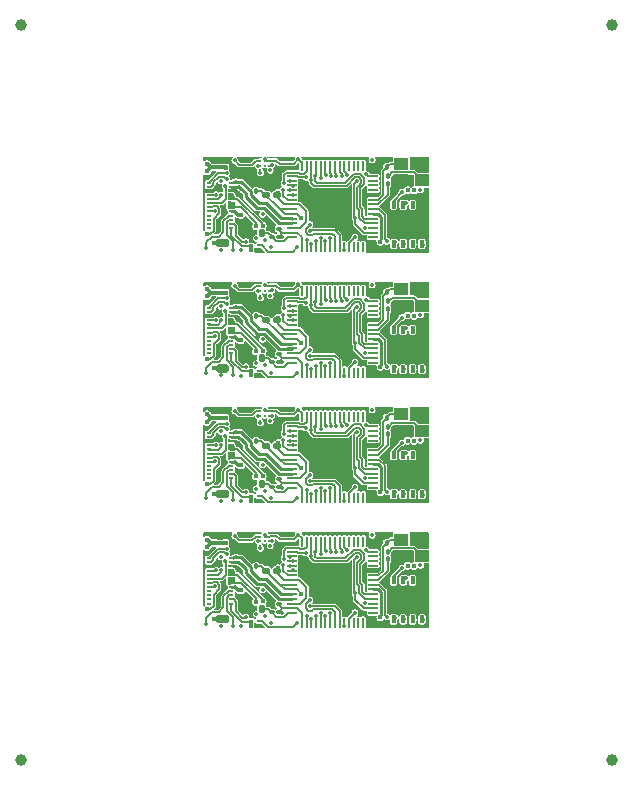
<source format=gbl>
G04 #@! TF.GenerationSoftware,KiCad,Pcbnew,8.0.8*
G04 #@! TF.CreationDate,2025-01-20T14:53:22-05:00*
G04 #@! TF.ProjectId,panel,70616e65-6c2e-46b6-9963-61645f706362,rev?*
G04 #@! TF.SameCoordinates,Original*
G04 #@! TF.FileFunction,Copper,L4,Bot*
G04 #@! TF.FilePolarity,Positive*
%FSLAX46Y46*%
G04 Gerber Fmt 4.6, Leading zero omitted, Abs format (unit mm)*
G04 Created by KiCad (PCBNEW 8.0.8) date 2025-01-20 14:53:22*
%MOMM*%
%LPD*%
G01*
G04 APERTURE LIST*
G04 Aperture macros list*
%AMRoundRect*
0 Rectangle with rounded corners*
0 $1 Rounding radius*
0 $2 $3 $4 $5 $6 $7 $8 $9 X,Y pos of 4 corners*
0 Add a 4 corners polygon primitive as box body*
4,1,4,$2,$3,$4,$5,$6,$7,$8,$9,$2,$3,0*
0 Add four circle primitives for the rounded corners*
1,1,$1+$1,$2,$3*
1,1,$1+$1,$4,$5*
1,1,$1+$1,$6,$7*
1,1,$1+$1,$8,$9*
0 Add four rect primitives between the rounded corners*
20,1,$1+$1,$2,$3,$4,$5,0*
20,1,$1+$1,$4,$5,$6,$7,0*
20,1,$1+$1,$6,$7,$8,$9,0*
20,1,$1+$1,$8,$9,$2,$3,0*%
G04 Aperture macros list end*
G04 #@! TA.AperFunction,SMDPad,CuDef*
%ADD10RoundRect,0.100000X0.130000X0.100000X-0.130000X0.100000X-0.130000X-0.100000X0.130000X-0.100000X0*%
G04 #@! TD*
G04 #@! TA.AperFunction,SMDPad,CuDef*
%ADD11R,0.400000X0.180000*%
G04 #@! TD*
G04 #@! TA.AperFunction,SMDPad,CuDef*
%ADD12R,0.385000X0.400000*%
G04 #@! TD*
G04 #@! TA.AperFunction,SMDPad,CuDef*
%ADD13RoundRect,0.100000X0.100000X-0.130000X0.100000X0.130000X-0.100000X0.130000X-0.100000X-0.130000X0*%
G04 #@! TD*
G04 #@! TA.AperFunction,SMDPad,CuDef*
%ADD14C,1.000000*%
G04 #@! TD*
G04 #@! TA.AperFunction,SMDPad,CuDef*
%ADD15RoundRect,0.140000X0.170000X-0.140000X0.170000X0.140000X-0.170000X0.140000X-0.170000X-0.140000X0*%
G04 #@! TD*
G04 #@! TA.AperFunction,SMDPad,CuDef*
%ADD16R,0.400000X0.250000*%
G04 #@! TD*
G04 #@! TA.AperFunction,SMDPad,CuDef*
%ADD17R,0.400000X0.700000*%
G04 #@! TD*
G04 #@! TA.AperFunction,SMDPad,CuDef*
%ADD18RoundRect,0.140000X0.140000X0.170000X-0.140000X0.170000X-0.140000X-0.170000X0.140000X-0.170000X0*%
G04 #@! TD*
G04 #@! TA.AperFunction,SMDPad,CuDef*
%ADD19R,1.150000X1.000000*%
G04 #@! TD*
G04 #@! TA.AperFunction,SMDPad,CuDef*
%ADD20RoundRect,0.100000X-0.100000X0.225000X-0.100000X-0.225000X0.100000X-0.225000X0.100000X0.225000X0*%
G04 #@! TD*
G04 #@! TA.AperFunction,HeatsinkPad*
%ADD21R,3.000000X2.200000*%
G04 #@! TD*
G04 #@! TA.AperFunction,SMDPad,CuDef*
%ADD22RoundRect,0.050000X-0.050000X0.387500X-0.050000X-0.387500X0.050000X-0.387500X0.050000X0.387500X0*%
G04 #@! TD*
G04 #@! TA.AperFunction,SMDPad,CuDef*
%ADD23RoundRect,0.050000X-0.387500X0.050000X-0.387500X-0.050000X0.387500X-0.050000X0.387500X0.050000X0*%
G04 #@! TD*
G04 #@! TA.AperFunction,HeatsinkPad*
%ADD24R,3.200000X3.200000*%
G04 #@! TD*
G04 #@! TA.AperFunction,BGAPad,CuDef*
%ADD25C,0.250000*%
G04 #@! TD*
G04 #@! TA.AperFunction,ViaPad*
%ADD26C,0.450000*%
G04 #@! TD*
G04 #@! TA.AperFunction,ViaPad*
%ADD27C,0.350000*%
G04 #@! TD*
G04 #@! TA.AperFunction,Conductor*
%ADD28C,0.200000*%
G04 #@! TD*
G04 #@! TA.AperFunction,Conductor*
%ADD29C,0.250000*%
G04 #@! TD*
G04 #@! TA.AperFunction,Conductor*
%ADD30C,0.150000*%
G04 #@! TD*
G04 #@! TA.AperFunction,Conductor*
%ADD31C,0.300000*%
G04 #@! TD*
G04 #@! TA.AperFunction,Conductor*
%ADD32C,0.350000*%
G04 #@! TD*
G04 APERTURE END LIST*
D10*
G04 #@! TO.P,C11,1*
G04 #@! TO.N,Board_0-+3.3V*
X31866526Y-21128507D03*
G04 #@! TO.P,C11,2*
G04 #@! TO.N,Board_0-GND*
X31226526Y-21128507D03*
G04 #@! TD*
D11*
G04 #@! TO.P,J4,1,1*
G04 #@! TO.N,Board_0-/SPEAKER_P*
X27800000Y-17225000D03*
G04 #@! TO.P,J4,2,2*
G04 #@! TO.N,Board_0-/SPEAKER_N*
X27800000Y-17575000D03*
G04 #@! TO.P,J4,3,3*
G04 #@! TO.N,Board_0-GND*
X27800000Y-17925000D03*
G04 #@! TO.P,J4,4,4*
G04 #@! TO.N,Board_0-/MOTOR_B*
X27800000Y-18275000D03*
G04 #@! TO.P,J4,5,5*
X27800000Y-18625000D03*
G04 #@! TO.P,J4,6,6*
G04 #@! TO.N,Board_0-/MOTOR_A*
X27800000Y-18975000D03*
G04 #@! TO.P,J4,7,7*
X27800000Y-19325000D03*
G04 #@! TO.P,J4,8,8*
G04 #@! TO.N,Board_0-/CAP+*
X27800000Y-19675000D03*
G04 #@! TO.P,J4,9,9*
G04 #@! TO.N,Board_0-/LAMP_FRONT*
X27800000Y-20025000D03*
G04 #@! TO.P,J4,10,10*
G04 #@! TO.N,Board_0-/LAMP_REAR*
X27800000Y-20375000D03*
G04 #@! TO.P,J4,11,11*
G04 #@! TO.N,Board_0-/AUX1 (VDC)*
X27800000Y-20725000D03*
G04 #@! TO.P,J4,12,12*
G04 #@! TO.N,Board_0-/AUX2 (VDC)*
X27800000Y-21075000D03*
G04 #@! TO.P,J4,13,13*
G04 #@! TO.N,Board_0-/AUX8 (VDC)*
X25900000Y-21075000D03*
G04 #@! TO.P,J4,14,14*
G04 #@! TO.N,Board_0-/AUX7 (VDC)*
X25900000Y-20725000D03*
G04 #@! TO.P,J4,15,15*
G04 #@! TO.N,Board_0-/AUX6 (VDC)*
X25900000Y-20375000D03*
G04 #@! TO.P,J4,16,16*
G04 #@! TO.N,Board_0-/AUX5 (VDC)*
X25900000Y-20025000D03*
G04 #@! TO.P,J4,17,17*
G04 #@! TO.N,Board_0-VDC*
X25900000Y-19675000D03*
G04 #@! TO.P,J4,18,18*
G04 #@! TO.N,Board_0-+3.3V*
X25900000Y-19325000D03*
G04 #@! TO.P,J4,19,19*
G04 #@! TO.N,Board_0-/AUX10*
X25900000Y-18975000D03*
G04 #@! TO.P,J4,20,20*
G04 #@! TO.N,Board_0-/AUX4*
X25900000Y-18625000D03*
G04 #@! TO.P,J4,21,21*
G04 #@! TO.N,Board_0-/AUX3*
X25900000Y-18275000D03*
G04 #@! TO.P,J4,22,22*
G04 #@! TO.N,Board_0-GND*
X25900000Y-17925000D03*
G04 #@! TO.P,J4,23,23*
G04 #@! TO.N,Board_0-/AUX11*
X25900000Y-17575000D03*
G04 #@! TO.P,J4,24,24*
G04 #@! TO.N,Board_0-/AUX12*
X25900000Y-17225000D03*
D12*
G04 #@! TO.P,J4,X1A,X1A*
G04 #@! TO.N,Board_0-/TRACK_LEFT*
X27332000Y-15955000D03*
G04 #@! TO.P,J4,X1B,X1B*
X26368000Y-15945000D03*
G04 #@! TO.P,J4,X2A,X2A*
G04 #@! TO.N,Board_0-/TRACK_RIGHT*
X27332000Y-22355000D03*
G04 #@! TO.P,J4,X2B,X2B*
X26368000Y-22355000D03*
G04 #@! TD*
D10*
G04 #@! TO.P,R10,1*
G04 #@! TO.N,Board_0-+3.3V*
X31860000Y-21820000D03*
G04 #@! TO.P,R10,2*
G04 #@! TO.N,Board_0-Net-(U3-ADC_AVDD)*
X31220000Y-21820000D03*
G04 #@! TD*
D13*
G04 #@! TO.P,R6,1*
G04 #@! TO.N,Board_2-Net-(U3-XOUT)*
X41040000Y-38530000D03*
G04 #@! TO.P,R6,2*
G04 #@! TO.N,Board_2-Net-(C3-Pad1)*
X41040000Y-37890000D03*
G04 #@! TD*
G04 #@! TO.P,C12,1*
G04 #@! TO.N,Board_0-+3.3V*
X29920000Y-17930000D03*
G04 #@! TO.P,C12,2*
G04 #@! TO.N,Board_0-GND*
X29920000Y-17290000D03*
G04 #@! TD*
G04 #@! TO.P,C1,1*
G04 #@! TO.N,Board_2-Net-(U3-XIN)*
X40990000Y-37130000D03*
G04 #@! TO.P,C1,2*
G04 #@! TO.N,Board_2-GND*
X40990000Y-36490000D03*
G04 #@! TD*
D14*
G04 #@! TO.P,KiKit_FID_B_1,*
G04 #@! TO.N,*
X10000000Y-3850000D03*
G04 #@! TD*
D15*
G04 #@! TO.P,C10,1*
G04 #@! TO.N,Board_0-+3.3V*
X30730000Y-18300000D03*
G04 #@! TO.P,C10,2*
G04 #@! TO.N,Board_0-GND*
X30730000Y-17340000D03*
G04 #@! TD*
D16*
G04 #@! TO.P,Q5,1,G*
G04 #@! TO.N,Board_1-/GPIO25*
X30160000Y-33155000D03*
G04 #@! TO.P,Q5,2,S*
G04 #@! TO.N,Board_1-GND*
X30160000Y-33605000D03*
D17*
G04 #@! TO.P,Q5,3,D*
G04 #@! TO.N,Board_1-/AUX2 (VDC)*
X29460000Y-33380000D03*
G04 #@! TD*
D13*
G04 #@! TO.P,C12,1*
G04 #@! TO.N,Board_2-+3.3V*
X29920000Y-39130000D03*
G04 #@! TO.P,C12,2*
G04 #@! TO.N,Board_2-GND*
X29920000Y-38490000D03*
G04 #@! TD*
D18*
G04 #@! TO.P,C14,1*
G04 #@! TO.N,Board_2-Net-(U3-ADC_AVDD)*
X30400000Y-42720000D03*
G04 #@! TO.P,C14,2*
G04 #@! TO.N,Board_2-GND*
X29440000Y-42720000D03*
G04 #@! TD*
D10*
G04 #@! TO.P,C11,1*
G04 #@! TO.N,Board_1-+3.3V*
X31866526Y-31728507D03*
G04 #@! TO.P,C11,2*
G04 #@! TO.N,Board_1-GND*
X31226526Y-31728507D03*
G04 #@! TD*
D19*
G04 #@! TO.P,Y1,1,1*
G04 #@! TO.N,Board_3-Net-(C3-Pad1)*
X43965000Y-48850000D03*
G04 #@! TO.P,Y1,2,2*
G04 #@! TO.N,Board_3-GND*
X42215000Y-48850000D03*
G04 #@! TO.P,Y1,3,3*
G04 #@! TO.N,Board_3-Net-(U3-XIN)*
X42215000Y-47450000D03*
G04 #@! TO.P,Y1,4,4*
G04 #@! TO.N,Board_3-GND*
X43965000Y-47450000D03*
G04 #@! TD*
D18*
G04 #@! TO.P,C14,1*
G04 #@! TO.N,Board_3-Net-(U3-ADC_AVDD)*
X30400000Y-53320000D03*
G04 #@! TO.P,C14,2*
G04 #@! TO.N,Board_3-GND*
X29440000Y-53320000D03*
G04 #@! TD*
D20*
G04 #@! TO.P,U1,1,~{CS}*
G04 #@! TO.N,Board_1-/BOOT*
X41550000Y-29710000D03*
G04 #@! TO.P,U1,2,DO(IO1)*
G04 #@! TO.N,Board_1-Net-(U1-DO(IO1))*
X42350000Y-29710000D03*
G04 #@! TO.P,U1,3,IO2*
G04 #@! TO.N,Board_1-Net-(U1-IO2)*
X43150000Y-29710000D03*
G04 #@! TO.P,U1,4,GND*
G04 #@! TO.N,Board_1-GND*
X43950000Y-29710000D03*
G04 #@! TO.P,U1,5,DI(IO0)*
G04 #@! TO.N,Board_1-Net-(U1-DI(IO0))*
X43950000Y-33010000D03*
G04 #@! TO.P,U1,6,CLK*
G04 #@! TO.N,Board_1-Net-(U1-CLK)*
X43150000Y-33010000D03*
G04 #@! TO.P,U1,7,IO3*
G04 #@! TO.N,Board_1-Net-(U1-IO3)*
X42350000Y-33010000D03*
G04 #@! TO.P,U1,8,VCC*
G04 #@! TO.N,Board_1-+3.3V*
X41550000Y-33010000D03*
D21*
G04 #@! TO.P,U1,9,EP*
G04 #@! TO.N,Board_1-GND*
X42750000Y-31360000D03*
G04 #@! TD*
D16*
G04 #@! TO.P,Q5,1,G*
G04 #@! TO.N,Board_2-/GPIO25*
X30160000Y-43755000D03*
G04 #@! TO.P,Q5,2,S*
G04 #@! TO.N,Board_2-GND*
X30160000Y-44205000D03*
D17*
G04 #@! TO.P,Q5,3,D*
G04 #@! TO.N,Board_2-/AUX2 (VDC)*
X29460000Y-43980000D03*
G04 #@! TD*
D18*
G04 #@! TO.P,C14,1*
G04 #@! TO.N,Board_1-Net-(U3-ADC_AVDD)*
X30400000Y-32120000D03*
G04 #@! TO.P,C14,2*
G04 #@! TO.N,Board_1-GND*
X29440000Y-32120000D03*
G04 #@! TD*
D13*
G04 #@! TO.P,R6,1*
G04 #@! TO.N,Board_0-Net-(U3-XOUT)*
X41040000Y-17330000D03*
G04 #@! TO.P,R6,2*
G04 #@! TO.N,Board_0-Net-(C3-Pad1)*
X41040000Y-16690000D03*
G04 #@! TD*
D22*
G04 #@! TO.P,U3,1,IOVDD*
G04 #@! TO.N,Board_1-+3.3V*
X33775000Y-26437500D03*
G04 #@! TO.P,U3,2,GPIO0*
G04 #@! TO.N,Board_1-/AUX10*
X34175000Y-26437500D03*
G04 #@! TO.P,U3,3,GPIO1*
G04 #@! TO.N,Board_1-/AUX11*
X34575000Y-26437500D03*
G04 #@! TO.P,U3,4,GPIO2*
G04 #@! TO.N,Board_1-/AUX12*
X34975000Y-26437500D03*
G04 #@! TO.P,U3,5,GPIO3*
G04 #@! TO.N,Board_1-/AUX3*
X35375000Y-26437500D03*
G04 #@! TO.P,U3,6,GPIO4*
G04 #@! TO.N,Board_1-/AUX4*
X35775000Y-26437500D03*
G04 #@! TO.P,U3,7,GPIO5*
G04 #@! TO.N,Board_1-/I2S_LRCLK*
X36175000Y-26437500D03*
G04 #@! TO.P,U3,8,GPIO6*
G04 #@! TO.N,Board_1-/I2S_BCLK*
X36575000Y-26437500D03*
G04 #@! TO.P,U3,9,GPIO7*
G04 #@! TO.N,Board_1-/I2S_DIN*
X36975000Y-26437500D03*
G04 #@! TO.P,U3,10,IOVDD*
G04 #@! TO.N,Board_1-+3.3V*
X37375000Y-26437500D03*
G04 #@! TO.P,U3,11,GPIO8*
G04 #@! TO.N,Board_1-unconnected-(U3-GPIO8-Pad11)*
X37775000Y-26437500D03*
G04 #@! TO.P,U3,12,GPIO9*
G04 #@! TO.N,Board_1-unconnected-(U3-GPIO9-Pad12)*
X38175000Y-26437500D03*
G04 #@! TO.P,U3,13,GPIO10*
G04 #@! TO.N,Board_1-unconnected-(U3-GPIO10-Pad13)*
X38575000Y-26437500D03*
G04 #@! TO.P,U3,14,GPIO11*
G04 #@! TO.N,Board_1-unconnected-(U3-GPIO11-Pad14)*
X38975000Y-26437500D03*
D23*
G04 #@! TO.P,U3,15,GPIO12*
G04 #@! TO.N,Board_1-Net-(U3-GPIO12)*
X39812500Y-27275000D03*
G04 #@! TO.P,U3,16,GPIO13*
G04 #@! TO.N,Board_1-unconnected-(U3-GPIO13-Pad16)*
X39812500Y-27675000D03*
G04 #@! TO.P,U3,17,GPIO14*
G04 #@! TO.N,Board_1-unconnected-(U3-GPIO14-Pad17)*
X39812500Y-28075000D03*
G04 #@! TO.P,U3,18,GPIO15*
G04 #@! TO.N,Board_1-unconnected-(U3-GPIO15-Pad18)*
X39812500Y-28475000D03*
G04 #@! TO.P,U3,19,TESTEN*
G04 #@! TO.N,Board_1-GND*
X39812500Y-28875000D03*
G04 #@! TO.P,U3,20,XIN*
G04 #@! TO.N,Board_1-Net-(U3-XIN)*
X39812500Y-29275000D03*
G04 #@! TO.P,U3,21,XOUT*
G04 #@! TO.N,Board_1-Net-(U3-XOUT)*
X39812500Y-29675000D03*
G04 #@! TO.P,U3,22,IOVDD*
G04 #@! TO.N,Board_1-+3.3V*
X39812500Y-30075000D03*
G04 #@! TO.P,U3,23,DVDD*
G04 #@! TO.N,Board_1-+1V1*
X39812500Y-30475000D03*
G04 #@! TO.P,U3,24,SWCLK*
G04 #@! TO.N,Board_1-/AUX12*
X39812500Y-30875000D03*
G04 #@! TO.P,U3,25,SWD*
G04 #@! TO.N,Board_1-/AUX11*
X39812500Y-31275000D03*
G04 #@! TO.P,U3,26,RUN*
G04 #@! TO.N,Board_1-unconnected-(U3-RUN-Pad26)*
X39812500Y-31675000D03*
G04 #@! TO.P,U3,27,GPIO16*
G04 #@! TO.N,Board_1-/CAP_ENABLE*
X39812500Y-32075000D03*
G04 #@! TO.P,U3,28,GPIO17*
G04 #@! TO.N,Board_1-unconnected-(U3-GPIO17-Pad28)*
X39812500Y-32475000D03*
D22*
G04 #@! TO.P,U3,29,GPIO18*
G04 #@! TO.N,Board_1-unconnected-(U3-GPIO18-Pad29)*
X38975000Y-33312500D03*
G04 #@! TO.P,U3,30,GPIO19*
G04 #@! TO.N,Board_1-unconnected-(U3-GPIO19-Pad30)*
X38575000Y-33312500D03*
G04 #@! TO.P,U3,31,GPIO20*
G04 #@! TO.N,Board_1-unconnected-(U3-GPIO20-Pad31)*
X38175000Y-33312500D03*
G04 #@! TO.P,U3,32,GPIO21*
G04 #@! TO.N,Board_1-/GPIO21*
X37775000Y-33312500D03*
G04 #@! TO.P,U3,33,IOVDD*
G04 #@! TO.N,Board_1-+3.3V*
X37375000Y-33312500D03*
G04 #@! TO.P,U3,34,GPIO22*
G04 #@! TO.N,Board_1-/GPIO22*
X36975000Y-33312500D03*
G04 #@! TO.P,U3,35,GPIO23*
G04 #@! TO.N,Board_1-/GPIO23*
X36575000Y-33312500D03*
G04 #@! TO.P,U3,36,GPIO24*
G04 #@! TO.N,Board_1-/GPIO24*
X36175000Y-33312500D03*
G04 #@! TO.P,U3,37,GPIO25*
G04 #@! TO.N,Board_1-/GPIO25*
X35775000Y-33312500D03*
G04 #@! TO.P,U3,38,GPIO26_ADC0*
G04 #@! TO.N,Board_1-/GPIO26*
X35375000Y-33312500D03*
G04 #@! TO.P,U3,39,GPIO27_ADC1*
G04 #@! TO.N,Board_1-/GPIO27*
X34975000Y-33312500D03*
G04 #@! TO.P,U3,40,GPIO28_ADC2*
G04 #@! TO.N,Board_1-/ADC_EMF_B*
X34575000Y-33312500D03*
G04 #@! TO.P,U3,41,GPIO29_ADC3*
G04 #@! TO.N,Board_1-/ADC_EMF_A*
X34175000Y-33312500D03*
G04 #@! TO.P,U3,42,IOVDD*
G04 #@! TO.N,Board_1-+3.3V*
X33775000Y-33312500D03*
D23*
G04 #@! TO.P,U3,43,ADC_AVDD*
G04 #@! TO.N,Board_1-Net-(U3-ADC_AVDD)*
X32937500Y-32475000D03*
G04 #@! TO.P,U3,44,VREG_IN*
G04 #@! TO.N,Board_1-+3.3V*
X32937500Y-32075000D03*
G04 #@! TO.P,U3,45,VREG_VOUT*
G04 #@! TO.N,Board_1-+1V1*
X32937500Y-31675000D03*
G04 #@! TO.P,U3,46,USB_DM*
G04 #@! TO.N,Board_1-/SPEAKER_N*
X32937500Y-31275000D03*
G04 #@! TO.P,U3,47,USB_DP*
G04 #@! TO.N,Board_1-/SPEAKER_P*
X32937500Y-30875000D03*
G04 #@! TO.P,U3,48,USB_VDD*
G04 #@! TO.N,Board_1-+3.3V*
X32937500Y-30475000D03*
G04 #@! TO.P,U3,49,IOVDD*
X32937500Y-30075000D03*
G04 #@! TO.P,U3,50,DVDD*
G04 #@! TO.N,Board_1-+1V1*
X32937500Y-29675000D03*
G04 #@! TO.P,U3,51,QSPI_SD3*
G04 #@! TO.N,Board_1-Net-(U1-IO2)*
X32937500Y-29275000D03*
G04 #@! TO.P,U3,52,QSPI_SCLK*
G04 #@! TO.N,Board_1-Net-(U1-IO3)*
X32937500Y-28875000D03*
G04 #@! TO.P,U3,53,QSPI_SD0*
G04 #@! TO.N,Board_1-Net-(U1-CLK)*
X32937500Y-28475000D03*
G04 #@! TO.P,U3,54,QSPI_SD2*
G04 #@! TO.N,Board_1-Net-(U1-DO(IO1))*
X32937500Y-28075000D03*
G04 #@! TO.P,U3,55,QSPI_SD1*
G04 #@! TO.N,Board_1-Net-(U1-DI(IO0))*
X32937500Y-27675000D03*
G04 #@! TO.P,U3,56,QSPI_SS*
G04 #@! TO.N,Board_1-/BOOT*
X32937500Y-27275000D03*
D24*
G04 #@! TO.P,U3,57,GND*
G04 #@! TO.N,Board_1-GND*
X36375000Y-29875000D03*
G04 #@! TD*
D20*
G04 #@! TO.P,U1,1,~{CS}*
G04 #@! TO.N,Board_2-/BOOT*
X41550000Y-40310000D03*
G04 #@! TO.P,U1,2,DO(IO1)*
G04 #@! TO.N,Board_2-Net-(U1-DO(IO1))*
X42350000Y-40310000D03*
G04 #@! TO.P,U1,3,IO2*
G04 #@! TO.N,Board_2-Net-(U1-IO2)*
X43150000Y-40310000D03*
G04 #@! TO.P,U1,4,GND*
G04 #@! TO.N,Board_2-GND*
X43950000Y-40310000D03*
G04 #@! TO.P,U1,5,DI(IO0)*
G04 #@! TO.N,Board_2-Net-(U1-DI(IO0))*
X43950000Y-43610000D03*
G04 #@! TO.P,U1,6,CLK*
G04 #@! TO.N,Board_2-Net-(U1-CLK)*
X43150000Y-43610000D03*
G04 #@! TO.P,U1,7,IO3*
G04 #@! TO.N,Board_2-Net-(U1-IO3)*
X42350000Y-43610000D03*
G04 #@! TO.P,U1,8,VCC*
G04 #@! TO.N,Board_2-+3.3V*
X41550000Y-43610000D03*
D21*
G04 #@! TO.P,U1,9,EP*
G04 #@! TO.N,Board_2-GND*
X42750000Y-41960000D03*
G04 #@! TD*
D19*
G04 #@! TO.P,Y1,1,1*
G04 #@! TO.N,Board_2-Net-(C3-Pad1)*
X43965000Y-38250000D03*
G04 #@! TO.P,Y1,2,2*
G04 #@! TO.N,Board_2-GND*
X42215000Y-38250000D03*
G04 #@! TO.P,Y1,3,3*
G04 #@! TO.N,Board_2-Net-(U3-XIN)*
X42215000Y-36850000D03*
G04 #@! TO.P,Y1,4,4*
G04 #@! TO.N,Board_2-GND*
X43965000Y-36850000D03*
G04 #@! TD*
D20*
G04 #@! TO.P,U1,1,~{CS}*
G04 #@! TO.N,Board_3-/BOOT*
X41550000Y-50910000D03*
G04 #@! TO.P,U1,2,DO(IO1)*
G04 #@! TO.N,Board_3-Net-(U1-DO(IO1))*
X42350000Y-50910000D03*
G04 #@! TO.P,U1,3,IO2*
G04 #@! TO.N,Board_3-Net-(U1-IO2)*
X43150000Y-50910000D03*
G04 #@! TO.P,U1,4,GND*
G04 #@! TO.N,Board_3-GND*
X43950000Y-50910000D03*
G04 #@! TO.P,U1,5,DI(IO0)*
G04 #@! TO.N,Board_3-Net-(U1-DI(IO0))*
X43950000Y-54210000D03*
G04 #@! TO.P,U1,6,CLK*
G04 #@! TO.N,Board_3-Net-(U1-CLK)*
X43150000Y-54210000D03*
G04 #@! TO.P,U1,7,IO3*
G04 #@! TO.N,Board_3-Net-(U1-IO3)*
X42350000Y-54210000D03*
G04 #@! TO.P,U1,8,VCC*
G04 #@! TO.N,Board_3-+3.3V*
X41550000Y-54210000D03*
D21*
G04 #@! TO.P,U1,9,EP*
G04 #@! TO.N,Board_3-GND*
X42750000Y-52560000D03*
G04 #@! TD*
D10*
G04 #@! TO.P,C11,1*
G04 #@! TO.N,Board_2-+3.3V*
X31866526Y-42328507D03*
G04 #@! TO.P,C11,2*
G04 #@! TO.N,Board_2-GND*
X31226526Y-42328507D03*
G04 #@! TD*
D22*
G04 #@! TO.P,U3,1,IOVDD*
G04 #@! TO.N,Board_2-+3.3V*
X33775000Y-37037500D03*
G04 #@! TO.P,U3,2,GPIO0*
G04 #@! TO.N,Board_2-/AUX10*
X34175000Y-37037500D03*
G04 #@! TO.P,U3,3,GPIO1*
G04 #@! TO.N,Board_2-/AUX11*
X34575000Y-37037500D03*
G04 #@! TO.P,U3,4,GPIO2*
G04 #@! TO.N,Board_2-/AUX12*
X34975000Y-37037500D03*
G04 #@! TO.P,U3,5,GPIO3*
G04 #@! TO.N,Board_2-/AUX3*
X35375000Y-37037500D03*
G04 #@! TO.P,U3,6,GPIO4*
G04 #@! TO.N,Board_2-/AUX4*
X35775000Y-37037500D03*
G04 #@! TO.P,U3,7,GPIO5*
G04 #@! TO.N,Board_2-/I2S_LRCLK*
X36175000Y-37037500D03*
G04 #@! TO.P,U3,8,GPIO6*
G04 #@! TO.N,Board_2-/I2S_BCLK*
X36575000Y-37037500D03*
G04 #@! TO.P,U3,9,GPIO7*
G04 #@! TO.N,Board_2-/I2S_DIN*
X36975000Y-37037500D03*
G04 #@! TO.P,U3,10,IOVDD*
G04 #@! TO.N,Board_2-+3.3V*
X37375000Y-37037500D03*
G04 #@! TO.P,U3,11,GPIO8*
G04 #@! TO.N,Board_2-unconnected-(U3-GPIO8-Pad11)*
X37775000Y-37037500D03*
G04 #@! TO.P,U3,12,GPIO9*
G04 #@! TO.N,Board_2-unconnected-(U3-GPIO9-Pad12)*
X38175000Y-37037500D03*
G04 #@! TO.P,U3,13,GPIO10*
G04 #@! TO.N,Board_2-unconnected-(U3-GPIO10-Pad13)*
X38575000Y-37037500D03*
G04 #@! TO.P,U3,14,GPIO11*
G04 #@! TO.N,Board_2-unconnected-(U3-GPIO11-Pad14)*
X38975000Y-37037500D03*
D23*
G04 #@! TO.P,U3,15,GPIO12*
G04 #@! TO.N,Board_2-Net-(U3-GPIO12)*
X39812500Y-37875000D03*
G04 #@! TO.P,U3,16,GPIO13*
G04 #@! TO.N,Board_2-unconnected-(U3-GPIO13-Pad16)*
X39812500Y-38275000D03*
G04 #@! TO.P,U3,17,GPIO14*
G04 #@! TO.N,Board_2-unconnected-(U3-GPIO14-Pad17)*
X39812500Y-38675000D03*
G04 #@! TO.P,U3,18,GPIO15*
G04 #@! TO.N,Board_2-unconnected-(U3-GPIO15-Pad18)*
X39812500Y-39075000D03*
G04 #@! TO.P,U3,19,TESTEN*
G04 #@! TO.N,Board_2-GND*
X39812500Y-39475000D03*
G04 #@! TO.P,U3,20,XIN*
G04 #@! TO.N,Board_2-Net-(U3-XIN)*
X39812500Y-39875000D03*
G04 #@! TO.P,U3,21,XOUT*
G04 #@! TO.N,Board_2-Net-(U3-XOUT)*
X39812500Y-40275000D03*
G04 #@! TO.P,U3,22,IOVDD*
G04 #@! TO.N,Board_2-+3.3V*
X39812500Y-40675000D03*
G04 #@! TO.P,U3,23,DVDD*
G04 #@! TO.N,Board_2-+1V1*
X39812500Y-41075000D03*
G04 #@! TO.P,U3,24,SWCLK*
G04 #@! TO.N,Board_2-/AUX12*
X39812500Y-41475000D03*
G04 #@! TO.P,U3,25,SWD*
G04 #@! TO.N,Board_2-/AUX11*
X39812500Y-41875000D03*
G04 #@! TO.P,U3,26,RUN*
G04 #@! TO.N,Board_2-unconnected-(U3-RUN-Pad26)*
X39812500Y-42275000D03*
G04 #@! TO.P,U3,27,GPIO16*
G04 #@! TO.N,Board_2-/CAP_ENABLE*
X39812500Y-42675000D03*
G04 #@! TO.P,U3,28,GPIO17*
G04 #@! TO.N,Board_2-unconnected-(U3-GPIO17-Pad28)*
X39812500Y-43075000D03*
D22*
G04 #@! TO.P,U3,29,GPIO18*
G04 #@! TO.N,Board_2-unconnected-(U3-GPIO18-Pad29)*
X38975000Y-43912500D03*
G04 #@! TO.P,U3,30,GPIO19*
G04 #@! TO.N,Board_2-unconnected-(U3-GPIO19-Pad30)*
X38575000Y-43912500D03*
G04 #@! TO.P,U3,31,GPIO20*
G04 #@! TO.N,Board_2-unconnected-(U3-GPIO20-Pad31)*
X38175000Y-43912500D03*
G04 #@! TO.P,U3,32,GPIO21*
G04 #@! TO.N,Board_2-/GPIO21*
X37775000Y-43912500D03*
G04 #@! TO.P,U3,33,IOVDD*
G04 #@! TO.N,Board_2-+3.3V*
X37375000Y-43912500D03*
G04 #@! TO.P,U3,34,GPIO22*
G04 #@! TO.N,Board_2-/GPIO22*
X36975000Y-43912500D03*
G04 #@! TO.P,U3,35,GPIO23*
G04 #@! TO.N,Board_2-/GPIO23*
X36575000Y-43912500D03*
G04 #@! TO.P,U3,36,GPIO24*
G04 #@! TO.N,Board_2-/GPIO24*
X36175000Y-43912500D03*
G04 #@! TO.P,U3,37,GPIO25*
G04 #@! TO.N,Board_2-/GPIO25*
X35775000Y-43912500D03*
G04 #@! TO.P,U3,38,GPIO26_ADC0*
G04 #@! TO.N,Board_2-/GPIO26*
X35375000Y-43912500D03*
G04 #@! TO.P,U3,39,GPIO27_ADC1*
G04 #@! TO.N,Board_2-/GPIO27*
X34975000Y-43912500D03*
G04 #@! TO.P,U3,40,GPIO28_ADC2*
G04 #@! TO.N,Board_2-/ADC_EMF_B*
X34575000Y-43912500D03*
G04 #@! TO.P,U3,41,GPIO29_ADC3*
G04 #@! TO.N,Board_2-/ADC_EMF_A*
X34175000Y-43912500D03*
G04 #@! TO.P,U3,42,IOVDD*
G04 #@! TO.N,Board_2-+3.3V*
X33775000Y-43912500D03*
D23*
G04 #@! TO.P,U3,43,ADC_AVDD*
G04 #@! TO.N,Board_2-Net-(U3-ADC_AVDD)*
X32937500Y-43075000D03*
G04 #@! TO.P,U3,44,VREG_IN*
G04 #@! TO.N,Board_2-+3.3V*
X32937500Y-42675000D03*
G04 #@! TO.P,U3,45,VREG_VOUT*
G04 #@! TO.N,Board_2-+1V1*
X32937500Y-42275000D03*
G04 #@! TO.P,U3,46,USB_DM*
G04 #@! TO.N,Board_2-/SPEAKER_N*
X32937500Y-41875000D03*
G04 #@! TO.P,U3,47,USB_DP*
G04 #@! TO.N,Board_2-/SPEAKER_P*
X32937500Y-41475000D03*
G04 #@! TO.P,U3,48,USB_VDD*
G04 #@! TO.N,Board_2-+3.3V*
X32937500Y-41075000D03*
G04 #@! TO.P,U3,49,IOVDD*
X32937500Y-40675000D03*
G04 #@! TO.P,U3,50,DVDD*
G04 #@! TO.N,Board_2-+1V1*
X32937500Y-40275000D03*
G04 #@! TO.P,U3,51,QSPI_SD3*
G04 #@! TO.N,Board_2-Net-(U1-IO2)*
X32937500Y-39875000D03*
G04 #@! TO.P,U3,52,QSPI_SCLK*
G04 #@! TO.N,Board_2-Net-(U1-IO3)*
X32937500Y-39475000D03*
G04 #@! TO.P,U3,53,QSPI_SD0*
G04 #@! TO.N,Board_2-Net-(U1-CLK)*
X32937500Y-39075000D03*
G04 #@! TO.P,U3,54,QSPI_SD2*
G04 #@! TO.N,Board_2-Net-(U1-DO(IO1))*
X32937500Y-38675000D03*
G04 #@! TO.P,U3,55,QSPI_SD1*
G04 #@! TO.N,Board_2-Net-(U1-DI(IO0))*
X32937500Y-38275000D03*
G04 #@! TO.P,U3,56,QSPI_SS*
G04 #@! TO.N,Board_2-/BOOT*
X32937500Y-37875000D03*
D24*
G04 #@! TO.P,U3,57,GND*
G04 #@! TO.N,Board_2-GND*
X36375000Y-40475000D03*
G04 #@! TD*
D25*
G04 #@! TO.P,U5,A1,~{SD_MODE}*
G04 #@! TO.N,Board_0-+3.3V*
X31040000Y-15400000D03*
G04 #@! TO.P,U5,A2,VDD*
X30640000Y-15400000D03*
G04 #@! TO.P,U5,A3,OUTP*
G04 #@! TO.N,Board_0-Net-(U5-OUTP)*
X30240000Y-15400000D03*
G04 #@! TO.P,U5,B1,DIN*
G04 #@! TO.N,Board_0-/I2S_DIN*
X31040000Y-15800000D03*
G04 #@! TO.P,U5,B2,GAIN_SLOT*
G04 #@! TO.N,Board_0-unconnected-(U5-GAIN_SLOT-PadB2)*
X30640000Y-15800000D03*
G04 #@! TO.P,U5,B3,OUTN*
G04 #@! TO.N,Board_0-Net-(U5-OUTN)*
X30240000Y-15800000D03*
G04 #@! TO.P,U5,C1,BCLK*
G04 #@! TO.N,Board_0-/I2S_BCLK*
X31040000Y-16200000D03*
G04 #@! TO.P,U5,C2,GND*
G04 #@! TO.N,Board_0-GND*
X30640000Y-16200000D03*
G04 #@! TO.P,U5,C3,LRCLK*
G04 #@! TO.N,Board_0-/I2S_LRCLK*
X30240000Y-16200000D03*
G04 #@! TD*
D15*
G04 #@! TO.P,C10,1*
G04 #@! TO.N,Board_2-+3.3V*
X30730000Y-39500000D03*
G04 #@! TO.P,C10,2*
G04 #@! TO.N,Board_2-GND*
X30730000Y-38540000D03*
G04 #@! TD*
G04 #@! TO.P,C8,1*
G04 #@! TO.N,Board_0-+1V1*
X31650000Y-18300000D03*
G04 #@! TO.P,C8,2*
G04 #@! TO.N,Board_0-GND*
X31650000Y-17340000D03*
G04 #@! TD*
D11*
G04 #@! TO.P,J4,1,1*
G04 #@! TO.N,Board_2-/SPEAKER_P*
X27800000Y-38425000D03*
G04 #@! TO.P,J4,2,2*
G04 #@! TO.N,Board_2-/SPEAKER_N*
X27800000Y-38775000D03*
G04 #@! TO.P,J4,3,3*
G04 #@! TO.N,Board_2-GND*
X27800000Y-39125000D03*
G04 #@! TO.P,J4,4,4*
G04 #@! TO.N,Board_2-/MOTOR_B*
X27800000Y-39475000D03*
G04 #@! TO.P,J4,5,5*
X27800000Y-39825000D03*
G04 #@! TO.P,J4,6,6*
G04 #@! TO.N,Board_2-/MOTOR_A*
X27800000Y-40175000D03*
G04 #@! TO.P,J4,7,7*
X27800000Y-40525000D03*
G04 #@! TO.P,J4,8,8*
G04 #@! TO.N,Board_2-/CAP+*
X27800000Y-40875000D03*
G04 #@! TO.P,J4,9,9*
G04 #@! TO.N,Board_2-/LAMP_FRONT*
X27800000Y-41225000D03*
G04 #@! TO.P,J4,10,10*
G04 #@! TO.N,Board_2-/LAMP_REAR*
X27800000Y-41575000D03*
G04 #@! TO.P,J4,11,11*
G04 #@! TO.N,Board_2-/AUX1 (VDC)*
X27800000Y-41925000D03*
G04 #@! TO.P,J4,12,12*
G04 #@! TO.N,Board_2-/AUX2 (VDC)*
X27800000Y-42275000D03*
G04 #@! TO.P,J4,13,13*
G04 #@! TO.N,Board_2-/AUX8 (VDC)*
X25900000Y-42275000D03*
G04 #@! TO.P,J4,14,14*
G04 #@! TO.N,Board_2-/AUX7 (VDC)*
X25900000Y-41925000D03*
G04 #@! TO.P,J4,15,15*
G04 #@! TO.N,Board_2-/AUX6 (VDC)*
X25900000Y-41575000D03*
G04 #@! TO.P,J4,16,16*
G04 #@! TO.N,Board_2-/AUX5 (VDC)*
X25900000Y-41225000D03*
G04 #@! TO.P,J4,17,17*
G04 #@! TO.N,Board_2-VDC*
X25900000Y-40875000D03*
G04 #@! TO.P,J4,18,18*
G04 #@! TO.N,Board_2-+3.3V*
X25900000Y-40525000D03*
G04 #@! TO.P,J4,19,19*
G04 #@! TO.N,Board_2-/AUX10*
X25900000Y-40175000D03*
G04 #@! TO.P,J4,20,20*
G04 #@! TO.N,Board_2-/AUX4*
X25900000Y-39825000D03*
G04 #@! TO.P,J4,21,21*
G04 #@! TO.N,Board_2-/AUX3*
X25900000Y-39475000D03*
G04 #@! TO.P,J4,22,22*
G04 #@! TO.N,Board_2-GND*
X25900000Y-39125000D03*
G04 #@! TO.P,J4,23,23*
G04 #@! TO.N,Board_2-/AUX11*
X25900000Y-38775000D03*
G04 #@! TO.P,J4,24,24*
G04 #@! TO.N,Board_2-/AUX12*
X25900000Y-38425000D03*
D12*
G04 #@! TO.P,J4,X1A,X1A*
G04 #@! TO.N,Board_2-/TRACK_LEFT*
X27332000Y-37155000D03*
G04 #@! TO.P,J4,X1B,X1B*
X26368000Y-37145000D03*
G04 #@! TO.P,J4,X2A,X2A*
G04 #@! TO.N,Board_2-/TRACK_RIGHT*
X27332000Y-43555000D03*
G04 #@! TO.P,J4,X2B,X2B*
X26368000Y-43555000D03*
G04 #@! TD*
D15*
G04 #@! TO.P,C8,1*
G04 #@! TO.N,Board_2-+1V1*
X31650000Y-39500000D03*
G04 #@! TO.P,C8,2*
G04 #@! TO.N,Board_2-GND*
X31650000Y-38540000D03*
G04 #@! TD*
G04 #@! TO.P,C10,1*
G04 #@! TO.N,Board_3-+3.3V*
X30730000Y-50100000D03*
G04 #@! TO.P,C10,2*
G04 #@! TO.N,Board_3-GND*
X30730000Y-49140000D03*
G04 #@! TD*
D19*
G04 #@! TO.P,Y1,1,1*
G04 #@! TO.N,Board_1-Net-(C3-Pad1)*
X43965000Y-27650000D03*
G04 #@! TO.P,Y1,2,2*
G04 #@! TO.N,Board_1-GND*
X42215000Y-27650000D03*
G04 #@! TO.P,Y1,3,3*
G04 #@! TO.N,Board_1-Net-(U3-XIN)*
X42215000Y-26250000D03*
G04 #@! TO.P,Y1,4,4*
G04 #@! TO.N,Board_1-GND*
X43965000Y-26250000D03*
G04 #@! TD*
D10*
G04 #@! TO.P,R10,1*
G04 #@! TO.N,Board_2-+3.3V*
X31860000Y-43020000D03*
G04 #@! TO.P,R10,2*
G04 #@! TO.N,Board_2-Net-(U3-ADC_AVDD)*
X31220000Y-43020000D03*
G04 #@! TD*
D16*
G04 #@! TO.P,Q5,1,G*
G04 #@! TO.N,Board_3-/GPIO25*
X30160000Y-54355000D03*
G04 #@! TO.P,Q5,2,S*
G04 #@! TO.N,Board_3-GND*
X30160000Y-54805000D03*
D17*
G04 #@! TO.P,Q5,3,D*
G04 #@! TO.N,Board_3-/AUX2 (VDC)*
X29460000Y-54580000D03*
G04 #@! TD*
D14*
G04 #@! TO.P,KiKit_FID_B_4,*
G04 #@! TO.N,*
X60000000Y-66150000D03*
G04 #@! TD*
D10*
G04 #@! TO.P,R10,1*
G04 #@! TO.N,Board_1-+3.3V*
X31860000Y-32420000D03*
G04 #@! TO.P,R10,2*
G04 #@! TO.N,Board_1-Net-(U3-ADC_AVDD)*
X31220000Y-32420000D03*
G04 #@! TD*
D25*
G04 #@! TO.P,U5,A1,~{SD_MODE}*
G04 #@! TO.N,Board_1-+3.3V*
X31040000Y-26000000D03*
G04 #@! TO.P,U5,A2,VDD*
X30640000Y-26000000D03*
G04 #@! TO.P,U5,A3,OUTP*
G04 #@! TO.N,Board_1-Net-(U5-OUTP)*
X30240000Y-26000000D03*
G04 #@! TO.P,U5,B1,DIN*
G04 #@! TO.N,Board_1-/I2S_DIN*
X31040000Y-26400000D03*
G04 #@! TO.P,U5,B2,GAIN_SLOT*
G04 #@! TO.N,Board_1-unconnected-(U5-GAIN_SLOT-PadB2)*
X30640000Y-26400000D03*
G04 #@! TO.P,U5,B3,OUTN*
G04 #@! TO.N,Board_1-Net-(U5-OUTN)*
X30240000Y-26400000D03*
G04 #@! TO.P,U5,C1,BCLK*
G04 #@! TO.N,Board_1-/I2S_BCLK*
X31040000Y-26800000D03*
G04 #@! TO.P,U5,C2,GND*
G04 #@! TO.N,Board_1-GND*
X30640000Y-26800000D03*
G04 #@! TO.P,U5,C3,LRCLK*
G04 #@! TO.N,Board_1-/I2S_LRCLK*
X30240000Y-26800000D03*
G04 #@! TD*
D15*
G04 #@! TO.P,C10,1*
G04 #@! TO.N,Board_1-+3.3V*
X30730000Y-28900000D03*
G04 #@! TO.P,C10,2*
G04 #@! TO.N,Board_1-GND*
X30730000Y-27940000D03*
G04 #@! TD*
D16*
G04 #@! TO.P,Q5,1,G*
G04 #@! TO.N,Board_0-/GPIO25*
X30160000Y-22555000D03*
G04 #@! TO.P,Q5,2,S*
G04 #@! TO.N,Board_0-GND*
X30160000Y-23005000D03*
D17*
G04 #@! TO.P,Q5,3,D*
G04 #@! TO.N,Board_0-/AUX2 (VDC)*
X29460000Y-22780000D03*
G04 #@! TD*
D10*
G04 #@! TO.P,R10,1*
G04 #@! TO.N,Board_3-+3.3V*
X31860000Y-53620000D03*
G04 #@! TO.P,R10,2*
G04 #@! TO.N,Board_3-Net-(U3-ADC_AVDD)*
X31220000Y-53620000D03*
G04 #@! TD*
D13*
G04 #@! TO.P,C1,1*
G04 #@! TO.N,Board_1-Net-(U3-XIN)*
X40990000Y-26530000D03*
G04 #@! TO.P,C1,2*
G04 #@! TO.N,Board_1-GND*
X40990000Y-25890000D03*
G04 #@! TD*
D11*
G04 #@! TO.P,J4,1,1*
G04 #@! TO.N,Board_3-/SPEAKER_P*
X27800000Y-49025000D03*
G04 #@! TO.P,J4,2,2*
G04 #@! TO.N,Board_3-/SPEAKER_N*
X27800000Y-49375000D03*
G04 #@! TO.P,J4,3,3*
G04 #@! TO.N,Board_3-GND*
X27800000Y-49725000D03*
G04 #@! TO.P,J4,4,4*
G04 #@! TO.N,Board_3-/MOTOR_B*
X27800000Y-50075000D03*
G04 #@! TO.P,J4,5,5*
X27800000Y-50425000D03*
G04 #@! TO.P,J4,6,6*
G04 #@! TO.N,Board_3-/MOTOR_A*
X27800000Y-50775000D03*
G04 #@! TO.P,J4,7,7*
X27800000Y-51125000D03*
G04 #@! TO.P,J4,8,8*
G04 #@! TO.N,Board_3-/CAP+*
X27800000Y-51475000D03*
G04 #@! TO.P,J4,9,9*
G04 #@! TO.N,Board_3-/LAMP_FRONT*
X27800000Y-51825000D03*
G04 #@! TO.P,J4,10,10*
G04 #@! TO.N,Board_3-/LAMP_REAR*
X27800000Y-52175000D03*
G04 #@! TO.P,J4,11,11*
G04 #@! TO.N,Board_3-/AUX1 (VDC)*
X27800000Y-52525000D03*
G04 #@! TO.P,J4,12,12*
G04 #@! TO.N,Board_3-/AUX2 (VDC)*
X27800000Y-52875000D03*
G04 #@! TO.P,J4,13,13*
G04 #@! TO.N,Board_3-/AUX8 (VDC)*
X25900000Y-52875000D03*
G04 #@! TO.P,J4,14,14*
G04 #@! TO.N,Board_3-/AUX7 (VDC)*
X25900000Y-52525000D03*
G04 #@! TO.P,J4,15,15*
G04 #@! TO.N,Board_3-/AUX6 (VDC)*
X25900000Y-52175000D03*
G04 #@! TO.P,J4,16,16*
G04 #@! TO.N,Board_3-/AUX5 (VDC)*
X25900000Y-51825000D03*
G04 #@! TO.P,J4,17,17*
G04 #@! TO.N,Board_3-VDC*
X25900000Y-51475000D03*
G04 #@! TO.P,J4,18,18*
G04 #@! TO.N,Board_3-+3.3V*
X25900000Y-51125000D03*
G04 #@! TO.P,J4,19,19*
G04 #@! TO.N,Board_3-/AUX10*
X25900000Y-50775000D03*
G04 #@! TO.P,J4,20,20*
G04 #@! TO.N,Board_3-/AUX4*
X25900000Y-50425000D03*
G04 #@! TO.P,J4,21,21*
G04 #@! TO.N,Board_3-/AUX3*
X25900000Y-50075000D03*
G04 #@! TO.P,J4,22,22*
G04 #@! TO.N,Board_3-GND*
X25900000Y-49725000D03*
G04 #@! TO.P,J4,23,23*
G04 #@! TO.N,Board_3-/AUX11*
X25900000Y-49375000D03*
G04 #@! TO.P,J4,24,24*
G04 #@! TO.N,Board_3-/AUX12*
X25900000Y-49025000D03*
D12*
G04 #@! TO.P,J4,X1A,X1A*
G04 #@! TO.N,Board_3-/TRACK_LEFT*
X27332000Y-47755000D03*
G04 #@! TO.P,J4,X1B,X1B*
X26368000Y-47745000D03*
G04 #@! TO.P,J4,X2A,X2A*
G04 #@! TO.N,Board_3-/TRACK_RIGHT*
X27332000Y-54155000D03*
G04 #@! TO.P,J4,X2B,X2B*
X26368000Y-54155000D03*
G04 #@! TD*
D11*
G04 #@! TO.P,J4,1,1*
G04 #@! TO.N,Board_1-/SPEAKER_P*
X27800000Y-27825000D03*
G04 #@! TO.P,J4,2,2*
G04 #@! TO.N,Board_1-/SPEAKER_N*
X27800000Y-28175000D03*
G04 #@! TO.P,J4,3,3*
G04 #@! TO.N,Board_1-GND*
X27800000Y-28525000D03*
G04 #@! TO.P,J4,4,4*
G04 #@! TO.N,Board_1-/MOTOR_B*
X27800000Y-28875000D03*
G04 #@! TO.P,J4,5,5*
X27800000Y-29225000D03*
G04 #@! TO.P,J4,6,6*
G04 #@! TO.N,Board_1-/MOTOR_A*
X27800000Y-29575000D03*
G04 #@! TO.P,J4,7,7*
X27800000Y-29925000D03*
G04 #@! TO.P,J4,8,8*
G04 #@! TO.N,Board_1-/CAP+*
X27800000Y-30275000D03*
G04 #@! TO.P,J4,9,9*
G04 #@! TO.N,Board_1-/LAMP_FRONT*
X27800000Y-30625000D03*
G04 #@! TO.P,J4,10,10*
G04 #@! TO.N,Board_1-/LAMP_REAR*
X27800000Y-30975000D03*
G04 #@! TO.P,J4,11,11*
G04 #@! TO.N,Board_1-/AUX1 (VDC)*
X27800000Y-31325000D03*
G04 #@! TO.P,J4,12,12*
G04 #@! TO.N,Board_1-/AUX2 (VDC)*
X27800000Y-31675000D03*
G04 #@! TO.P,J4,13,13*
G04 #@! TO.N,Board_1-/AUX8 (VDC)*
X25900000Y-31675000D03*
G04 #@! TO.P,J4,14,14*
G04 #@! TO.N,Board_1-/AUX7 (VDC)*
X25900000Y-31325000D03*
G04 #@! TO.P,J4,15,15*
G04 #@! TO.N,Board_1-/AUX6 (VDC)*
X25900000Y-30975000D03*
G04 #@! TO.P,J4,16,16*
G04 #@! TO.N,Board_1-/AUX5 (VDC)*
X25900000Y-30625000D03*
G04 #@! TO.P,J4,17,17*
G04 #@! TO.N,Board_1-VDC*
X25900000Y-30275000D03*
G04 #@! TO.P,J4,18,18*
G04 #@! TO.N,Board_1-+3.3V*
X25900000Y-29925000D03*
G04 #@! TO.P,J4,19,19*
G04 #@! TO.N,Board_1-/AUX10*
X25900000Y-29575000D03*
G04 #@! TO.P,J4,20,20*
G04 #@! TO.N,Board_1-/AUX4*
X25900000Y-29225000D03*
G04 #@! TO.P,J4,21,21*
G04 #@! TO.N,Board_1-/AUX3*
X25900000Y-28875000D03*
G04 #@! TO.P,J4,22,22*
G04 #@! TO.N,Board_1-GND*
X25900000Y-28525000D03*
G04 #@! TO.P,J4,23,23*
G04 #@! TO.N,Board_1-/AUX11*
X25900000Y-28175000D03*
G04 #@! TO.P,J4,24,24*
G04 #@! TO.N,Board_1-/AUX12*
X25900000Y-27825000D03*
D12*
G04 #@! TO.P,J4,X1A,X1A*
G04 #@! TO.N,Board_1-/TRACK_LEFT*
X27332000Y-26555000D03*
G04 #@! TO.P,J4,X1B,X1B*
X26368000Y-26545000D03*
G04 #@! TO.P,J4,X2A,X2A*
G04 #@! TO.N,Board_1-/TRACK_RIGHT*
X27332000Y-32955000D03*
G04 #@! TO.P,J4,X2B,X2B*
X26368000Y-32955000D03*
G04 #@! TD*
D25*
G04 #@! TO.P,U5,A1,~{SD_MODE}*
G04 #@! TO.N,Board_2-+3.3V*
X31040000Y-36600000D03*
G04 #@! TO.P,U5,A2,VDD*
X30640000Y-36600000D03*
G04 #@! TO.P,U5,A3,OUTP*
G04 #@! TO.N,Board_2-Net-(U5-OUTP)*
X30240000Y-36600000D03*
G04 #@! TO.P,U5,B1,DIN*
G04 #@! TO.N,Board_2-/I2S_DIN*
X31040000Y-37000000D03*
G04 #@! TO.P,U5,B2,GAIN_SLOT*
G04 #@! TO.N,Board_2-unconnected-(U5-GAIN_SLOT-PadB2)*
X30640000Y-37000000D03*
G04 #@! TO.P,U5,B3,OUTN*
G04 #@! TO.N,Board_2-Net-(U5-OUTN)*
X30240000Y-37000000D03*
G04 #@! TO.P,U5,C1,BCLK*
G04 #@! TO.N,Board_2-/I2S_BCLK*
X31040000Y-37400000D03*
G04 #@! TO.P,U5,C2,GND*
G04 #@! TO.N,Board_2-GND*
X30640000Y-37400000D03*
G04 #@! TO.P,U5,C3,LRCLK*
G04 #@! TO.N,Board_2-/I2S_LRCLK*
X30240000Y-37400000D03*
G04 #@! TD*
D14*
G04 #@! TO.P,KiKit_FID_B_2,*
G04 #@! TO.N,*
X60000000Y-3850000D03*
G04 #@! TD*
D13*
G04 #@! TO.P,C12,1*
G04 #@! TO.N,Board_3-+3.3V*
X29920000Y-49730000D03*
G04 #@! TO.P,C12,2*
G04 #@! TO.N,Board_3-GND*
X29920000Y-49090000D03*
G04 #@! TD*
D19*
G04 #@! TO.P,Y1,1,1*
G04 #@! TO.N,Board_0-Net-(C3-Pad1)*
X43965000Y-17050000D03*
G04 #@! TO.P,Y1,2,2*
G04 #@! TO.N,Board_0-GND*
X42215000Y-17050000D03*
G04 #@! TO.P,Y1,3,3*
G04 #@! TO.N,Board_0-Net-(U3-XIN)*
X42215000Y-15650000D03*
G04 #@! TO.P,Y1,4,4*
G04 #@! TO.N,Board_0-GND*
X43965000Y-15650000D03*
G04 #@! TD*
D20*
G04 #@! TO.P,U1,1,~{CS}*
G04 #@! TO.N,Board_0-/BOOT*
X41550000Y-19110000D03*
G04 #@! TO.P,U1,2,DO(IO1)*
G04 #@! TO.N,Board_0-Net-(U1-DO(IO1))*
X42350000Y-19110000D03*
G04 #@! TO.P,U1,3,IO2*
G04 #@! TO.N,Board_0-Net-(U1-IO2)*
X43150000Y-19110000D03*
G04 #@! TO.P,U1,4,GND*
G04 #@! TO.N,Board_0-GND*
X43950000Y-19110000D03*
G04 #@! TO.P,U1,5,DI(IO0)*
G04 #@! TO.N,Board_0-Net-(U1-DI(IO0))*
X43950000Y-22410000D03*
G04 #@! TO.P,U1,6,CLK*
G04 #@! TO.N,Board_0-Net-(U1-CLK)*
X43150000Y-22410000D03*
G04 #@! TO.P,U1,7,IO3*
G04 #@! TO.N,Board_0-Net-(U1-IO3)*
X42350000Y-22410000D03*
G04 #@! TO.P,U1,8,VCC*
G04 #@! TO.N,Board_0-+3.3V*
X41550000Y-22410000D03*
D21*
G04 #@! TO.P,U1,9,EP*
G04 #@! TO.N,Board_0-GND*
X42750000Y-20760000D03*
G04 #@! TD*
D13*
G04 #@! TO.P,R6,1*
G04 #@! TO.N,Board_3-Net-(U3-XOUT)*
X41040000Y-49130000D03*
G04 #@! TO.P,R6,2*
G04 #@! TO.N,Board_3-Net-(C3-Pad1)*
X41040000Y-48490000D03*
G04 #@! TD*
G04 #@! TO.P,C1,1*
G04 #@! TO.N,Board_0-Net-(U3-XIN)*
X40990000Y-15930000D03*
G04 #@! TO.P,C1,2*
G04 #@! TO.N,Board_0-GND*
X40990000Y-15290000D03*
G04 #@! TD*
G04 #@! TO.P,R6,1*
G04 #@! TO.N,Board_1-Net-(U3-XOUT)*
X41040000Y-27930000D03*
G04 #@! TO.P,R6,2*
G04 #@! TO.N,Board_1-Net-(C3-Pad1)*
X41040000Y-27290000D03*
G04 #@! TD*
D15*
G04 #@! TO.P,C8,1*
G04 #@! TO.N,Board_1-+1V1*
X31650000Y-28900000D03*
G04 #@! TO.P,C8,2*
G04 #@! TO.N,Board_1-GND*
X31650000Y-27940000D03*
G04 #@! TD*
D14*
G04 #@! TO.P,KiKit_FID_B_3,*
G04 #@! TO.N,*
X10000000Y-66150000D03*
G04 #@! TD*
D18*
G04 #@! TO.P,C14,1*
G04 #@! TO.N,Board_0-Net-(U3-ADC_AVDD)*
X30400000Y-21520000D03*
G04 #@! TO.P,C14,2*
G04 #@! TO.N,Board_0-GND*
X29440000Y-21520000D03*
G04 #@! TD*
D13*
G04 #@! TO.P,C1,1*
G04 #@! TO.N,Board_3-Net-(U3-XIN)*
X40990000Y-47730000D03*
G04 #@! TO.P,C1,2*
G04 #@! TO.N,Board_3-GND*
X40990000Y-47090000D03*
G04 #@! TD*
G04 #@! TO.P,C12,1*
G04 #@! TO.N,Board_1-+3.3V*
X29920000Y-28530000D03*
G04 #@! TO.P,C12,2*
G04 #@! TO.N,Board_1-GND*
X29920000Y-27890000D03*
G04 #@! TD*
D10*
G04 #@! TO.P,C11,1*
G04 #@! TO.N,Board_3-+3.3V*
X31866526Y-52928507D03*
G04 #@! TO.P,C11,2*
G04 #@! TO.N,Board_3-GND*
X31226526Y-52928507D03*
G04 #@! TD*
D22*
G04 #@! TO.P,U3,1,IOVDD*
G04 #@! TO.N,Board_3-+3.3V*
X33775000Y-47637500D03*
G04 #@! TO.P,U3,2,GPIO0*
G04 #@! TO.N,Board_3-/AUX10*
X34175000Y-47637500D03*
G04 #@! TO.P,U3,3,GPIO1*
G04 #@! TO.N,Board_3-/AUX11*
X34575000Y-47637500D03*
G04 #@! TO.P,U3,4,GPIO2*
G04 #@! TO.N,Board_3-/AUX12*
X34975000Y-47637500D03*
G04 #@! TO.P,U3,5,GPIO3*
G04 #@! TO.N,Board_3-/AUX3*
X35375000Y-47637500D03*
G04 #@! TO.P,U3,6,GPIO4*
G04 #@! TO.N,Board_3-/AUX4*
X35775000Y-47637500D03*
G04 #@! TO.P,U3,7,GPIO5*
G04 #@! TO.N,Board_3-/I2S_LRCLK*
X36175000Y-47637500D03*
G04 #@! TO.P,U3,8,GPIO6*
G04 #@! TO.N,Board_3-/I2S_BCLK*
X36575000Y-47637500D03*
G04 #@! TO.P,U3,9,GPIO7*
G04 #@! TO.N,Board_3-/I2S_DIN*
X36975000Y-47637500D03*
G04 #@! TO.P,U3,10,IOVDD*
G04 #@! TO.N,Board_3-+3.3V*
X37375000Y-47637500D03*
G04 #@! TO.P,U3,11,GPIO8*
G04 #@! TO.N,Board_3-unconnected-(U3-GPIO8-Pad11)*
X37775000Y-47637500D03*
G04 #@! TO.P,U3,12,GPIO9*
G04 #@! TO.N,Board_3-unconnected-(U3-GPIO9-Pad12)*
X38175000Y-47637500D03*
G04 #@! TO.P,U3,13,GPIO10*
G04 #@! TO.N,Board_3-unconnected-(U3-GPIO10-Pad13)*
X38575000Y-47637500D03*
G04 #@! TO.P,U3,14,GPIO11*
G04 #@! TO.N,Board_3-unconnected-(U3-GPIO11-Pad14)*
X38975000Y-47637500D03*
D23*
G04 #@! TO.P,U3,15,GPIO12*
G04 #@! TO.N,Board_3-Net-(U3-GPIO12)*
X39812500Y-48475000D03*
G04 #@! TO.P,U3,16,GPIO13*
G04 #@! TO.N,Board_3-unconnected-(U3-GPIO13-Pad16)*
X39812500Y-48875000D03*
G04 #@! TO.P,U3,17,GPIO14*
G04 #@! TO.N,Board_3-unconnected-(U3-GPIO14-Pad17)*
X39812500Y-49275000D03*
G04 #@! TO.P,U3,18,GPIO15*
G04 #@! TO.N,Board_3-unconnected-(U3-GPIO15-Pad18)*
X39812500Y-49675000D03*
G04 #@! TO.P,U3,19,TESTEN*
G04 #@! TO.N,Board_3-GND*
X39812500Y-50075000D03*
G04 #@! TO.P,U3,20,XIN*
G04 #@! TO.N,Board_3-Net-(U3-XIN)*
X39812500Y-50475000D03*
G04 #@! TO.P,U3,21,XOUT*
G04 #@! TO.N,Board_3-Net-(U3-XOUT)*
X39812500Y-50875000D03*
G04 #@! TO.P,U3,22,IOVDD*
G04 #@! TO.N,Board_3-+3.3V*
X39812500Y-51275000D03*
G04 #@! TO.P,U3,23,DVDD*
G04 #@! TO.N,Board_3-+1V1*
X39812500Y-51675000D03*
G04 #@! TO.P,U3,24,SWCLK*
G04 #@! TO.N,Board_3-/AUX12*
X39812500Y-52075000D03*
G04 #@! TO.P,U3,25,SWD*
G04 #@! TO.N,Board_3-/AUX11*
X39812500Y-52475000D03*
G04 #@! TO.P,U3,26,RUN*
G04 #@! TO.N,Board_3-unconnected-(U3-RUN-Pad26)*
X39812500Y-52875000D03*
G04 #@! TO.P,U3,27,GPIO16*
G04 #@! TO.N,Board_3-/CAP_ENABLE*
X39812500Y-53275000D03*
G04 #@! TO.P,U3,28,GPIO17*
G04 #@! TO.N,Board_3-unconnected-(U3-GPIO17-Pad28)*
X39812500Y-53675000D03*
D22*
G04 #@! TO.P,U3,29,GPIO18*
G04 #@! TO.N,Board_3-unconnected-(U3-GPIO18-Pad29)*
X38975000Y-54512500D03*
G04 #@! TO.P,U3,30,GPIO19*
G04 #@! TO.N,Board_3-unconnected-(U3-GPIO19-Pad30)*
X38575000Y-54512500D03*
G04 #@! TO.P,U3,31,GPIO20*
G04 #@! TO.N,Board_3-unconnected-(U3-GPIO20-Pad31)*
X38175000Y-54512500D03*
G04 #@! TO.P,U3,32,GPIO21*
G04 #@! TO.N,Board_3-/GPIO21*
X37775000Y-54512500D03*
G04 #@! TO.P,U3,33,IOVDD*
G04 #@! TO.N,Board_3-+3.3V*
X37375000Y-54512500D03*
G04 #@! TO.P,U3,34,GPIO22*
G04 #@! TO.N,Board_3-/GPIO22*
X36975000Y-54512500D03*
G04 #@! TO.P,U3,35,GPIO23*
G04 #@! TO.N,Board_3-/GPIO23*
X36575000Y-54512500D03*
G04 #@! TO.P,U3,36,GPIO24*
G04 #@! TO.N,Board_3-/GPIO24*
X36175000Y-54512500D03*
G04 #@! TO.P,U3,37,GPIO25*
G04 #@! TO.N,Board_3-/GPIO25*
X35775000Y-54512500D03*
G04 #@! TO.P,U3,38,GPIO26_ADC0*
G04 #@! TO.N,Board_3-/GPIO26*
X35375000Y-54512500D03*
G04 #@! TO.P,U3,39,GPIO27_ADC1*
G04 #@! TO.N,Board_3-/GPIO27*
X34975000Y-54512500D03*
G04 #@! TO.P,U3,40,GPIO28_ADC2*
G04 #@! TO.N,Board_3-/ADC_EMF_B*
X34575000Y-54512500D03*
G04 #@! TO.P,U3,41,GPIO29_ADC3*
G04 #@! TO.N,Board_3-/ADC_EMF_A*
X34175000Y-54512500D03*
G04 #@! TO.P,U3,42,IOVDD*
G04 #@! TO.N,Board_3-+3.3V*
X33775000Y-54512500D03*
D23*
G04 #@! TO.P,U3,43,ADC_AVDD*
G04 #@! TO.N,Board_3-Net-(U3-ADC_AVDD)*
X32937500Y-53675000D03*
G04 #@! TO.P,U3,44,VREG_IN*
G04 #@! TO.N,Board_3-+3.3V*
X32937500Y-53275000D03*
G04 #@! TO.P,U3,45,VREG_VOUT*
G04 #@! TO.N,Board_3-+1V1*
X32937500Y-52875000D03*
G04 #@! TO.P,U3,46,USB_DM*
G04 #@! TO.N,Board_3-/SPEAKER_N*
X32937500Y-52475000D03*
G04 #@! TO.P,U3,47,USB_DP*
G04 #@! TO.N,Board_3-/SPEAKER_P*
X32937500Y-52075000D03*
G04 #@! TO.P,U3,48,USB_VDD*
G04 #@! TO.N,Board_3-+3.3V*
X32937500Y-51675000D03*
G04 #@! TO.P,U3,49,IOVDD*
X32937500Y-51275000D03*
G04 #@! TO.P,U3,50,DVDD*
G04 #@! TO.N,Board_3-+1V1*
X32937500Y-50875000D03*
G04 #@! TO.P,U3,51,QSPI_SD3*
G04 #@! TO.N,Board_3-Net-(U1-IO2)*
X32937500Y-50475000D03*
G04 #@! TO.P,U3,52,QSPI_SCLK*
G04 #@! TO.N,Board_3-Net-(U1-IO3)*
X32937500Y-50075000D03*
G04 #@! TO.P,U3,53,QSPI_SD0*
G04 #@! TO.N,Board_3-Net-(U1-CLK)*
X32937500Y-49675000D03*
G04 #@! TO.P,U3,54,QSPI_SD2*
G04 #@! TO.N,Board_3-Net-(U1-DO(IO1))*
X32937500Y-49275000D03*
G04 #@! TO.P,U3,55,QSPI_SD1*
G04 #@! TO.N,Board_3-Net-(U1-DI(IO0))*
X32937500Y-48875000D03*
G04 #@! TO.P,U3,56,QSPI_SS*
G04 #@! TO.N,Board_3-/BOOT*
X32937500Y-48475000D03*
D24*
G04 #@! TO.P,U3,57,GND*
G04 #@! TO.N,Board_3-GND*
X36375000Y-51075000D03*
G04 #@! TD*
D15*
G04 #@! TO.P,C8,1*
G04 #@! TO.N,Board_3-+1V1*
X31650000Y-50100000D03*
G04 #@! TO.P,C8,2*
G04 #@! TO.N,Board_3-GND*
X31650000Y-49140000D03*
G04 #@! TD*
D25*
G04 #@! TO.P,U5,A1,~{SD_MODE}*
G04 #@! TO.N,Board_3-+3.3V*
X31040000Y-47200000D03*
G04 #@! TO.P,U5,A2,VDD*
X30640000Y-47200000D03*
G04 #@! TO.P,U5,A3,OUTP*
G04 #@! TO.N,Board_3-Net-(U5-OUTP)*
X30240000Y-47200000D03*
G04 #@! TO.P,U5,B1,DIN*
G04 #@! TO.N,Board_3-/I2S_DIN*
X31040000Y-47600000D03*
G04 #@! TO.P,U5,B2,GAIN_SLOT*
G04 #@! TO.N,Board_3-unconnected-(U5-GAIN_SLOT-PadB2)*
X30640000Y-47600000D03*
G04 #@! TO.P,U5,B3,OUTN*
G04 #@! TO.N,Board_3-Net-(U5-OUTN)*
X30240000Y-47600000D03*
G04 #@! TO.P,U5,C1,BCLK*
G04 #@! TO.N,Board_3-/I2S_BCLK*
X31040000Y-48000000D03*
G04 #@! TO.P,U5,C2,GND*
G04 #@! TO.N,Board_3-GND*
X30640000Y-48000000D03*
G04 #@! TO.P,U5,C3,LRCLK*
G04 #@! TO.N,Board_3-/I2S_LRCLK*
X30240000Y-48000000D03*
G04 #@! TD*
D22*
G04 #@! TO.P,U3,1,IOVDD*
G04 #@! TO.N,Board_0-+3.3V*
X33775000Y-15837500D03*
G04 #@! TO.P,U3,2,GPIO0*
G04 #@! TO.N,Board_0-/AUX10*
X34175000Y-15837500D03*
G04 #@! TO.P,U3,3,GPIO1*
G04 #@! TO.N,Board_0-/AUX11*
X34575000Y-15837500D03*
G04 #@! TO.P,U3,4,GPIO2*
G04 #@! TO.N,Board_0-/AUX12*
X34975000Y-15837500D03*
G04 #@! TO.P,U3,5,GPIO3*
G04 #@! TO.N,Board_0-/AUX3*
X35375000Y-15837500D03*
G04 #@! TO.P,U3,6,GPIO4*
G04 #@! TO.N,Board_0-/AUX4*
X35775000Y-15837500D03*
G04 #@! TO.P,U3,7,GPIO5*
G04 #@! TO.N,Board_0-/I2S_LRCLK*
X36175000Y-15837500D03*
G04 #@! TO.P,U3,8,GPIO6*
G04 #@! TO.N,Board_0-/I2S_BCLK*
X36575000Y-15837500D03*
G04 #@! TO.P,U3,9,GPIO7*
G04 #@! TO.N,Board_0-/I2S_DIN*
X36975000Y-15837500D03*
G04 #@! TO.P,U3,10,IOVDD*
G04 #@! TO.N,Board_0-+3.3V*
X37375000Y-15837500D03*
G04 #@! TO.P,U3,11,GPIO8*
G04 #@! TO.N,Board_0-unconnected-(U3-GPIO8-Pad11)*
X37775000Y-15837500D03*
G04 #@! TO.P,U3,12,GPIO9*
G04 #@! TO.N,Board_0-unconnected-(U3-GPIO9-Pad12)*
X38175000Y-15837500D03*
G04 #@! TO.P,U3,13,GPIO10*
G04 #@! TO.N,Board_0-unconnected-(U3-GPIO10-Pad13)*
X38575000Y-15837500D03*
G04 #@! TO.P,U3,14,GPIO11*
G04 #@! TO.N,Board_0-unconnected-(U3-GPIO11-Pad14)*
X38975000Y-15837500D03*
D23*
G04 #@! TO.P,U3,15,GPIO12*
G04 #@! TO.N,Board_0-Net-(U3-GPIO12)*
X39812500Y-16675000D03*
G04 #@! TO.P,U3,16,GPIO13*
G04 #@! TO.N,Board_0-unconnected-(U3-GPIO13-Pad16)*
X39812500Y-17075000D03*
G04 #@! TO.P,U3,17,GPIO14*
G04 #@! TO.N,Board_0-unconnected-(U3-GPIO14-Pad17)*
X39812500Y-17475000D03*
G04 #@! TO.P,U3,18,GPIO15*
G04 #@! TO.N,Board_0-unconnected-(U3-GPIO15-Pad18)*
X39812500Y-17875000D03*
G04 #@! TO.P,U3,19,TESTEN*
G04 #@! TO.N,Board_0-GND*
X39812500Y-18275000D03*
G04 #@! TO.P,U3,20,XIN*
G04 #@! TO.N,Board_0-Net-(U3-XIN)*
X39812500Y-18675000D03*
G04 #@! TO.P,U3,21,XOUT*
G04 #@! TO.N,Board_0-Net-(U3-XOUT)*
X39812500Y-19075000D03*
G04 #@! TO.P,U3,22,IOVDD*
G04 #@! TO.N,Board_0-+3.3V*
X39812500Y-19475000D03*
G04 #@! TO.P,U3,23,DVDD*
G04 #@! TO.N,Board_0-+1V1*
X39812500Y-19875000D03*
G04 #@! TO.P,U3,24,SWCLK*
G04 #@! TO.N,Board_0-/AUX12*
X39812500Y-20275000D03*
G04 #@! TO.P,U3,25,SWD*
G04 #@! TO.N,Board_0-/AUX11*
X39812500Y-20675000D03*
G04 #@! TO.P,U3,26,RUN*
G04 #@! TO.N,Board_0-unconnected-(U3-RUN-Pad26)*
X39812500Y-21075000D03*
G04 #@! TO.P,U3,27,GPIO16*
G04 #@! TO.N,Board_0-/CAP_ENABLE*
X39812500Y-21475000D03*
G04 #@! TO.P,U3,28,GPIO17*
G04 #@! TO.N,Board_0-unconnected-(U3-GPIO17-Pad28)*
X39812500Y-21875000D03*
D22*
G04 #@! TO.P,U3,29,GPIO18*
G04 #@! TO.N,Board_0-unconnected-(U3-GPIO18-Pad29)*
X38975000Y-22712500D03*
G04 #@! TO.P,U3,30,GPIO19*
G04 #@! TO.N,Board_0-unconnected-(U3-GPIO19-Pad30)*
X38575000Y-22712500D03*
G04 #@! TO.P,U3,31,GPIO20*
G04 #@! TO.N,Board_0-unconnected-(U3-GPIO20-Pad31)*
X38175000Y-22712500D03*
G04 #@! TO.P,U3,32,GPIO21*
G04 #@! TO.N,Board_0-/GPIO21*
X37775000Y-22712500D03*
G04 #@! TO.P,U3,33,IOVDD*
G04 #@! TO.N,Board_0-+3.3V*
X37375000Y-22712500D03*
G04 #@! TO.P,U3,34,GPIO22*
G04 #@! TO.N,Board_0-/GPIO22*
X36975000Y-22712500D03*
G04 #@! TO.P,U3,35,GPIO23*
G04 #@! TO.N,Board_0-/GPIO23*
X36575000Y-22712500D03*
G04 #@! TO.P,U3,36,GPIO24*
G04 #@! TO.N,Board_0-/GPIO24*
X36175000Y-22712500D03*
G04 #@! TO.P,U3,37,GPIO25*
G04 #@! TO.N,Board_0-/GPIO25*
X35775000Y-22712500D03*
G04 #@! TO.P,U3,38,GPIO26_ADC0*
G04 #@! TO.N,Board_0-/GPIO26*
X35375000Y-22712500D03*
G04 #@! TO.P,U3,39,GPIO27_ADC1*
G04 #@! TO.N,Board_0-/GPIO27*
X34975000Y-22712500D03*
G04 #@! TO.P,U3,40,GPIO28_ADC2*
G04 #@! TO.N,Board_0-/ADC_EMF_B*
X34575000Y-22712500D03*
G04 #@! TO.P,U3,41,GPIO29_ADC3*
G04 #@! TO.N,Board_0-/ADC_EMF_A*
X34175000Y-22712500D03*
G04 #@! TO.P,U3,42,IOVDD*
G04 #@! TO.N,Board_0-+3.3V*
X33775000Y-22712500D03*
D23*
G04 #@! TO.P,U3,43,ADC_AVDD*
G04 #@! TO.N,Board_0-Net-(U3-ADC_AVDD)*
X32937500Y-21875000D03*
G04 #@! TO.P,U3,44,VREG_IN*
G04 #@! TO.N,Board_0-+3.3V*
X32937500Y-21475000D03*
G04 #@! TO.P,U3,45,VREG_VOUT*
G04 #@! TO.N,Board_0-+1V1*
X32937500Y-21075000D03*
G04 #@! TO.P,U3,46,USB_DM*
G04 #@! TO.N,Board_0-/SPEAKER_N*
X32937500Y-20675000D03*
G04 #@! TO.P,U3,47,USB_DP*
G04 #@! TO.N,Board_0-/SPEAKER_P*
X32937500Y-20275000D03*
G04 #@! TO.P,U3,48,USB_VDD*
G04 #@! TO.N,Board_0-+3.3V*
X32937500Y-19875000D03*
G04 #@! TO.P,U3,49,IOVDD*
X32937500Y-19475000D03*
G04 #@! TO.P,U3,50,DVDD*
G04 #@! TO.N,Board_0-+1V1*
X32937500Y-19075000D03*
G04 #@! TO.P,U3,51,QSPI_SD3*
G04 #@! TO.N,Board_0-Net-(U1-IO2)*
X32937500Y-18675000D03*
G04 #@! TO.P,U3,52,QSPI_SCLK*
G04 #@! TO.N,Board_0-Net-(U1-IO3)*
X32937500Y-18275000D03*
G04 #@! TO.P,U3,53,QSPI_SD0*
G04 #@! TO.N,Board_0-Net-(U1-CLK)*
X32937500Y-17875000D03*
G04 #@! TO.P,U3,54,QSPI_SD2*
G04 #@! TO.N,Board_0-Net-(U1-DO(IO1))*
X32937500Y-17475000D03*
G04 #@! TO.P,U3,55,QSPI_SD1*
G04 #@! TO.N,Board_0-Net-(U1-DI(IO0))*
X32937500Y-17075000D03*
G04 #@! TO.P,U3,56,QSPI_SS*
G04 #@! TO.N,Board_0-/BOOT*
X32937500Y-16675000D03*
D24*
G04 #@! TO.P,U3,57,GND*
G04 #@! TO.N,Board_0-GND*
X36375000Y-19275000D03*
G04 #@! TD*
D26*
G04 #@! TO.N,Board_0-+1V1*
X40438678Y-22227818D03*
X31782420Y-18088192D03*
G04 #@! TO.N,Board_0-+3.3V*
X43290000Y-17889994D03*
D27*
X41680000Y-22255002D03*
X30630003Y-15273512D03*
X33490000Y-15249997D03*
D26*
X42730000Y-17885002D03*
D27*
X37390000Y-22975000D03*
D26*
X33723931Y-20225733D03*
D27*
X37614700Y-16561949D03*
X40980000Y-22210000D03*
X39730000Y-15280000D03*
X39090000Y-21035000D03*
D26*
X25760000Y-21570000D03*
D27*
X32120000Y-21850000D03*
G04 #@! TO.N,Board_0-/ADC_EMF_A*
X29920000Y-21946135D03*
X34175000Y-22090000D03*
G04 #@! TO.N,Board_0-/ADC_EMF_B*
X34570000Y-22400000D03*
X30630095Y-22105405D03*
G04 #@! TO.N,Board_0-/AUX1 (VDC)*
X31150000Y-22715000D03*
X29050000Y-22230000D03*
G04 #@! TO.N,Board_0-/AUX10*
X27314998Y-17510000D03*
X32249333Y-17274619D03*
G04 #@! TO.N,Board_0-/AUX11*
X34550000Y-17010000D03*
X27431496Y-16899858D03*
G04 #@! TO.N,Board_0-/AUX12*
X34935000Y-16710000D03*
X27420000Y-16439999D03*
G04 #@! TO.N,Board_0-/AUX3*
X26510000Y-18264998D03*
X35413785Y-16870000D03*
G04 #@! TO.N,Board_0-/AUX4*
X35791778Y-16607848D03*
X26970002Y-18264230D03*
G04 #@! TO.N,Board_0-/BOOT*
X34142715Y-16796175D03*
X42240000Y-18060001D03*
D26*
G04 #@! TO.N,Board_0-/CAP+*
X28615002Y-19964998D03*
D27*
G04 #@! TO.N,Board_0-/CAP_ENABLE*
X30465113Y-19904963D03*
X38280001Y-20197414D03*
X38441343Y-17125469D03*
G04 #@! TO.N,Board_0-/GPIO21*
X26910907Y-17090907D03*
X38276274Y-21840000D03*
G04 #@! TO.N,Board_0-/GPIO22*
X34490000Y-21300000D03*
G04 #@! TO.N,Board_0-/GPIO23*
X34489998Y-20780000D03*
G04 #@! TO.N,Board_0-/GPIO24*
X36180000Y-21900000D03*
G04 #@! TO.N,Board_0-/GPIO25*
X33360000Y-22715000D03*
X35770000Y-22150000D03*
G04 #@! TO.N,Board_0-/GPIO26*
X26970000Y-22960000D03*
X35375000Y-21900000D03*
G04 #@! TO.N,Board_0-/GPIO27*
X34980000Y-22150000D03*
X28630000Y-22975000D03*
G04 #@! TO.N,Board_0-/I2S_BCLK*
X36707564Y-16670000D03*
X31104996Y-16204816D03*
G04 #@! TO.N,Board_0-/I2S_DIN*
X31231473Y-15762546D03*
X37167567Y-16670000D03*
G04 #@! TO.N,Board_0-/I2S_LRCLK*
X36247562Y-16670001D03*
X30263312Y-16393134D03*
G04 #@! TO.N,Board_0-/LAMP_FRONT*
X25690000Y-22775000D03*
G04 #@! TO.N,Board_0-/LAMP_REAR*
X27930000Y-22940000D03*
D26*
G04 #@! TO.N,Board_0-/MOTOR_A*
X29880000Y-20910000D03*
G04 #@! TO.N,Board_0-/MOTOR_B*
X30465000Y-20875000D03*
D27*
G04 #@! TO.N,Board_0-/SPEAKER_N*
X28500000Y-17620000D03*
G04 #@! TO.N,Board_0-/SPEAKER_P*
X28217623Y-17165000D03*
D26*
G04 #@! TO.N,Board_0-/TRACK_LEFT*
X25740838Y-16272157D03*
X25770000Y-15660000D03*
G04 #@! TO.N,Board_0-/TRACK_RIGHT*
X27380000Y-22250000D03*
X26877865Y-22253652D03*
G04 #@! TO.N,Board_0-GND*
X26730000Y-21191190D03*
X28817298Y-21450000D03*
X26720000Y-20500000D03*
X41948440Y-19654065D03*
X43090000Y-19900000D03*
D27*
X32080000Y-15250000D03*
X27425000Y-15360000D03*
X32840000Y-15249997D03*
D26*
X44325000Y-16130000D03*
X37629908Y-21195092D03*
D27*
X30719108Y-16455201D03*
D26*
X26549580Y-17720247D03*
D27*
X39730000Y-15920000D03*
D26*
X28920000Y-15280000D03*
D27*
X33728136Y-17149687D03*
X29945002Y-22975000D03*
D26*
X28333412Y-18111131D03*
D27*
X41650000Y-17540000D03*
D26*
X36560000Y-20510000D03*
D27*
X42165000Y-17555000D03*
G04 #@! TO.N,Board_0-Net-(C3-Pad1)*
X44330000Y-16770000D03*
G04 #@! TO.N,Board_0-Net-(U1-CLK)*
X43210000Y-22430000D03*
X32791571Y-17882851D03*
G04 #@! TO.N,Board_0-Net-(U1-DI(IO0))*
X44022267Y-22474999D03*
X32750916Y-17090001D03*
G04 #@! TO.N,Board_0-Net-(U1-DO(IO1))*
X42570000Y-18932410D03*
X33030884Y-17490000D03*
G04 #@! TO.N,Board_0-Net-(U1-IO2)*
X32215007Y-17818061D03*
X43150000Y-19040000D03*
G04 #@! TO.N,Board_0-Net-(U1-IO3)*
X42420000Y-22400000D03*
X33040000Y-18270000D03*
G04 #@! TO.N,Board_0-Net-(U3-GPIO12)*
X39245001Y-16543197D03*
X43816288Y-17835002D03*
G04 #@! TO.N,Board_0-Net-(U5-OUTN)*
X30104999Y-15787138D03*
G04 #@! TO.N,Board_0-Net-(U5-OUTP)*
X28100000Y-15345000D03*
G04 #@! TO.N,Board_0-VDC*
X26420000Y-19610000D03*
D26*
G04 #@! TO.N,Board_1-+1V1*
X40438678Y-32827818D03*
X31782420Y-28688192D03*
D27*
G04 #@! TO.N,Board_1-+3.3V*
X32120000Y-32450000D03*
D26*
X42730000Y-28485002D03*
D27*
X40980000Y-32810000D03*
X39730000Y-25880000D03*
X39090000Y-31635000D03*
X30630003Y-25873512D03*
D26*
X43290000Y-28489994D03*
X25760000Y-32170000D03*
D27*
X41680000Y-32855002D03*
X37614700Y-27161949D03*
X33490000Y-25849997D03*
X37390000Y-33575000D03*
D26*
X33723931Y-30825733D03*
D27*
G04 #@! TO.N,Board_1-/ADC_EMF_A*
X34175000Y-32690000D03*
X29920000Y-32546135D03*
G04 #@! TO.N,Board_1-/ADC_EMF_B*
X30630095Y-32705405D03*
X34570000Y-33000000D03*
G04 #@! TO.N,Board_1-/AUX1 (VDC)*
X31150000Y-33315000D03*
X29050000Y-32830000D03*
G04 #@! TO.N,Board_1-/AUX10*
X27314998Y-28110000D03*
X32249333Y-27874619D03*
G04 #@! TO.N,Board_1-/AUX11*
X27431496Y-27499858D03*
X34550000Y-27610000D03*
G04 #@! TO.N,Board_1-/AUX12*
X27420000Y-27039999D03*
X34935000Y-27310000D03*
G04 #@! TO.N,Board_1-/AUX3*
X26510000Y-28864998D03*
X35413785Y-27470000D03*
G04 #@! TO.N,Board_1-/AUX4*
X26970002Y-28864230D03*
X35791778Y-27207848D03*
G04 #@! TO.N,Board_1-/BOOT*
X34142715Y-27396175D03*
X42240000Y-28660001D03*
D26*
G04 #@! TO.N,Board_1-/CAP+*
X28615002Y-30564998D03*
D27*
G04 #@! TO.N,Board_1-/CAP_ENABLE*
X38280001Y-30797414D03*
X30465113Y-30504963D03*
X38441343Y-27725469D03*
G04 #@! TO.N,Board_1-/GPIO21*
X26910907Y-27690907D03*
X38276274Y-32440000D03*
G04 #@! TO.N,Board_1-/GPIO22*
X34490000Y-31900000D03*
G04 #@! TO.N,Board_1-/GPIO23*
X34489998Y-31380000D03*
G04 #@! TO.N,Board_1-/GPIO24*
X36180000Y-32500000D03*
G04 #@! TO.N,Board_1-/GPIO25*
X33360000Y-33315000D03*
X35770000Y-32750000D03*
G04 #@! TO.N,Board_1-/GPIO26*
X35375000Y-32500000D03*
X26970000Y-33560000D03*
G04 #@! TO.N,Board_1-/GPIO27*
X28630000Y-33575000D03*
X34980000Y-32750000D03*
G04 #@! TO.N,Board_1-/I2S_BCLK*
X31104996Y-26804816D03*
X36707564Y-27270000D03*
G04 #@! TO.N,Board_1-/I2S_DIN*
X37167567Y-27270000D03*
X31231473Y-26362546D03*
G04 #@! TO.N,Board_1-/I2S_LRCLK*
X36247562Y-27270001D03*
X30263312Y-26993134D03*
G04 #@! TO.N,Board_1-/LAMP_FRONT*
X25690000Y-33375000D03*
G04 #@! TO.N,Board_1-/LAMP_REAR*
X27930000Y-33540000D03*
D26*
G04 #@! TO.N,Board_1-/MOTOR_A*
X29880000Y-31510000D03*
G04 #@! TO.N,Board_1-/MOTOR_B*
X30465000Y-31475000D03*
D27*
G04 #@! TO.N,Board_1-/SPEAKER_N*
X28500000Y-28220000D03*
G04 #@! TO.N,Board_1-/SPEAKER_P*
X28217623Y-27765000D03*
D26*
G04 #@! TO.N,Board_1-/TRACK_LEFT*
X25770000Y-26260000D03*
X25740838Y-26872157D03*
G04 #@! TO.N,Board_1-/TRACK_RIGHT*
X26877865Y-32853652D03*
X27380000Y-32850000D03*
D27*
G04 #@! TO.N,Board_1-GND*
X32080000Y-25850000D03*
D26*
X41948440Y-30254065D03*
D27*
X33728136Y-27749687D03*
D26*
X26720000Y-31100000D03*
D27*
X32840000Y-25849997D03*
X42165000Y-28155000D03*
D26*
X26549580Y-28320247D03*
X28920000Y-25880000D03*
D27*
X29945002Y-33575000D03*
X39730000Y-26520000D03*
D26*
X43090000Y-30500000D03*
D27*
X27425000Y-25960000D03*
D26*
X28817298Y-32050000D03*
D27*
X30719108Y-27055201D03*
D26*
X28333412Y-28711131D03*
X37629908Y-31795092D03*
X44325000Y-26730000D03*
D27*
X41650000Y-28140000D03*
D26*
X26730000Y-31791190D03*
X36560000Y-31110000D03*
D27*
G04 #@! TO.N,Board_1-Net-(C3-Pad1)*
X44330000Y-27370000D03*
G04 #@! TO.N,Board_1-Net-(U1-CLK)*
X32791571Y-28482851D03*
X43210000Y-33030000D03*
G04 #@! TO.N,Board_1-Net-(U1-DI(IO0))*
X44022267Y-33074999D03*
X32750916Y-27690001D03*
G04 #@! TO.N,Board_1-Net-(U1-DO(IO1))*
X33030884Y-28090000D03*
X42570000Y-29532410D03*
G04 #@! TO.N,Board_1-Net-(U1-IO2)*
X43150000Y-29640000D03*
X32215007Y-28418061D03*
G04 #@! TO.N,Board_1-Net-(U1-IO3)*
X33040000Y-28870000D03*
X42420000Y-33000000D03*
G04 #@! TO.N,Board_1-Net-(U3-GPIO12)*
X43816288Y-28435002D03*
X39245001Y-27143197D03*
G04 #@! TO.N,Board_1-Net-(U5-OUTN)*
X30104999Y-26387138D03*
G04 #@! TO.N,Board_1-Net-(U5-OUTP)*
X28100000Y-25945000D03*
G04 #@! TO.N,Board_1-VDC*
X26420000Y-30210000D03*
D26*
G04 #@! TO.N,Board_2-+1V1*
X31782420Y-39288192D03*
X40438678Y-43427818D03*
G04 #@! TO.N,Board_2-+3.3V*
X42730000Y-39085002D03*
D27*
X37390000Y-44175000D03*
D26*
X33723931Y-41425733D03*
D27*
X37614700Y-37761949D03*
X39090000Y-42235000D03*
X30630003Y-36473512D03*
X41680000Y-43455002D03*
X39730000Y-36480000D03*
X32120000Y-43050000D03*
D26*
X25760000Y-42770000D03*
D27*
X40980000Y-43410000D03*
X33490000Y-36449997D03*
D26*
X43290000Y-39089994D03*
D27*
G04 #@! TO.N,Board_2-/ADC_EMF_A*
X34175000Y-43290000D03*
X29920000Y-43146135D03*
G04 #@! TO.N,Board_2-/ADC_EMF_B*
X34570000Y-43600000D03*
X30630095Y-43305405D03*
G04 #@! TO.N,Board_2-/AUX1 (VDC)*
X29050000Y-43430000D03*
X31150000Y-43915000D03*
G04 #@! TO.N,Board_2-/AUX10*
X27314998Y-38710000D03*
X32249333Y-38474619D03*
G04 #@! TO.N,Board_2-/AUX11*
X27431496Y-38099858D03*
X34550000Y-38210000D03*
G04 #@! TO.N,Board_2-/AUX12*
X34935000Y-37910000D03*
X27420000Y-37639999D03*
G04 #@! TO.N,Board_2-/AUX3*
X35413785Y-38070000D03*
X26510000Y-39464998D03*
G04 #@! TO.N,Board_2-/AUX4*
X35791778Y-37807848D03*
X26970002Y-39464230D03*
G04 #@! TO.N,Board_2-/BOOT*
X34142715Y-37996175D03*
X42240000Y-39260001D03*
D26*
G04 #@! TO.N,Board_2-/CAP+*
X28615002Y-41164998D03*
D27*
G04 #@! TO.N,Board_2-/CAP_ENABLE*
X38441343Y-38325469D03*
X38280001Y-41397414D03*
X30465113Y-41104963D03*
G04 #@! TO.N,Board_2-/GPIO21*
X38276274Y-43040000D03*
X26910907Y-38290907D03*
G04 #@! TO.N,Board_2-/GPIO22*
X34490000Y-42500000D03*
G04 #@! TO.N,Board_2-/GPIO23*
X34489998Y-41980000D03*
G04 #@! TO.N,Board_2-/GPIO24*
X36180000Y-43100000D03*
G04 #@! TO.N,Board_2-/GPIO25*
X33360000Y-43915000D03*
X35770000Y-43350000D03*
G04 #@! TO.N,Board_2-/GPIO26*
X35375000Y-43100000D03*
X26970000Y-44160000D03*
G04 #@! TO.N,Board_2-/GPIO27*
X28630000Y-44175000D03*
X34980000Y-43350000D03*
G04 #@! TO.N,Board_2-/I2S_BCLK*
X36707564Y-37870000D03*
X31104996Y-37404816D03*
G04 #@! TO.N,Board_2-/I2S_DIN*
X37167567Y-37870000D03*
X31231473Y-36962546D03*
G04 #@! TO.N,Board_2-/I2S_LRCLK*
X36247562Y-37870001D03*
X30263312Y-37593134D03*
G04 #@! TO.N,Board_2-/LAMP_FRONT*
X25690000Y-43975000D03*
G04 #@! TO.N,Board_2-/LAMP_REAR*
X27930000Y-44140000D03*
D26*
G04 #@! TO.N,Board_2-/MOTOR_A*
X29880000Y-42110000D03*
G04 #@! TO.N,Board_2-/MOTOR_B*
X30465000Y-42075000D03*
D27*
G04 #@! TO.N,Board_2-/SPEAKER_N*
X28500000Y-38820000D03*
G04 #@! TO.N,Board_2-/SPEAKER_P*
X28217623Y-38365000D03*
D26*
G04 #@! TO.N,Board_2-/TRACK_LEFT*
X25770000Y-36860000D03*
X25740838Y-37472157D03*
G04 #@! TO.N,Board_2-/TRACK_RIGHT*
X27380000Y-43450000D03*
X26877865Y-43453652D03*
G04 #@! TO.N,Board_2-GND*
X28333412Y-39311131D03*
X41948440Y-40854065D03*
X26720000Y-41700000D03*
X36560000Y-41710000D03*
X28920000Y-36480000D03*
X43090000Y-41100000D03*
D27*
X39730000Y-37120000D03*
X27425000Y-36560000D03*
X33728136Y-38349687D03*
X29945002Y-44175000D03*
X41650000Y-38740000D03*
D26*
X44325000Y-37330000D03*
X26549580Y-38920247D03*
D27*
X32080000Y-36450000D03*
X42165000Y-38755000D03*
D26*
X37629908Y-42395092D03*
D27*
X30719108Y-37655201D03*
X32840000Y-36449997D03*
D26*
X28817298Y-42650000D03*
X26730000Y-42391190D03*
D27*
G04 #@! TO.N,Board_2-Net-(C3-Pad1)*
X44330000Y-37970000D03*
G04 #@! TO.N,Board_2-Net-(U1-CLK)*
X32791571Y-39082851D03*
X43210000Y-43630000D03*
G04 #@! TO.N,Board_2-Net-(U1-DI(IO0))*
X32750916Y-38290001D03*
X44022267Y-43674999D03*
G04 #@! TO.N,Board_2-Net-(U1-DO(IO1))*
X42570000Y-40132410D03*
X33030884Y-38690000D03*
G04 #@! TO.N,Board_2-Net-(U1-IO2)*
X43150000Y-40240000D03*
X32215007Y-39018061D03*
G04 #@! TO.N,Board_2-Net-(U1-IO3)*
X42420000Y-43600000D03*
X33040000Y-39470000D03*
G04 #@! TO.N,Board_2-Net-(U3-GPIO12)*
X43816288Y-39035002D03*
X39245001Y-37743197D03*
G04 #@! TO.N,Board_2-Net-(U5-OUTN)*
X30104999Y-36987138D03*
G04 #@! TO.N,Board_2-Net-(U5-OUTP)*
X28100000Y-36545000D03*
G04 #@! TO.N,Board_2-VDC*
X26420000Y-40810000D03*
D26*
G04 #@! TO.N,Board_3-+1V1*
X31782420Y-49888192D03*
X40438678Y-54027818D03*
D27*
G04 #@! TO.N,Board_3-+3.3V*
X33490000Y-47049997D03*
X40980000Y-54010000D03*
X39730000Y-47080000D03*
X39090000Y-52835000D03*
X37390000Y-54775000D03*
D26*
X42730000Y-49685002D03*
D27*
X32120000Y-53650000D03*
X30630003Y-47073512D03*
X41680000Y-54055002D03*
D26*
X43290000Y-49689994D03*
X25760000Y-53370000D03*
X33723931Y-52025733D03*
D27*
X37614700Y-48361949D03*
G04 #@! TO.N,Board_3-/ADC_EMF_A*
X34175000Y-53890000D03*
X29920000Y-53746135D03*
G04 #@! TO.N,Board_3-/ADC_EMF_B*
X34570000Y-54200000D03*
X30630095Y-53905405D03*
G04 #@! TO.N,Board_3-/AUX1 (VDC)*
X31150000Y-54515000D03*
X29050000Y-54030000D03*
G04 #@! TO.N,Board_3-/AUX10*
X27314998Y-49310000D03*
X32249333Y-49074619D03*
G04 #@! TO.N,Board_3-/AUX11*
X34550000Y-48810000D03*
X27431496Y-48699858D03*
G04 #@! TO.N,Board_3-/AUX12*
X34935000Y-48510000D03*
X27420000Y-48239999D03*
G04 #@! TO.N,Board_3-/AUX3*
X35413785Y-48670000D03*
X26510000Y-50064998D03*
G04 #@! TO.N,Board_3-/AUX4*
X26970002Y-50064230D03*
X35791778Y-48407848D03*
G04 #@! TO.N,Board_3-/BOOT*
X42240000Y-49860001D03*
X34142715Y-48596175D03*
D26*
G04 #@! TO.N,Board_3-/CAP+*
X28615002Y-51764998D03*
D27*
G04 #@! TO.N,Board_3-/CAP_ENABLE*
X38280001Y-51997414D03*
X30465113Y-51704963D03*
X38441343Y-48925469D03*
G04 #@! TO.N,Board_3-/GPIO21*
X26910907Y-48890907D03*
X38276274Y-53640000D03*
G04 #@! TO.N,Board_3-/GPIO22*
X34490000Y-53100000D03*
G04 #@! TO.N,Board_3-/GPIO23*
X34489998Y-52580000D03*
G04 #@! TO.N,Board_3-/GPIO24*
X36180000Y-53700000D03*
G04 #@! TO.N,Board_3-/GPIO25*
X33360000Y-54515000D03*
X35770000Y-53950000D03*
G04 #@! TO.N,Board_3-/GPIO26*
X26970000Y-54760000D03*
X35375000Y-53700000D03*
G04 #@! TO.N,Board_3-/GPIO27*
X28630000Y-54775000D03*
X34980000Y-53950000D03*
G04 #@! TO.N,Board_3-/I2S_BCLK*
X31104996Y-48004816D03*
X36707564Y-48470000D03*
G04 #@! TO.N,Board_3-/I2S_DIN*
X31231473Y-47562546D03*
X37167567Y-48470000D03*
G04 #@! TO.N,Board_3-/I2S_LRCLK*
X30263312Y-48193134D03*
X36247562Y-48470001D03*
G04 #@! TO.N,Board_3-/LAMP_FRONT*
X25690000Y-54575000D03*
G04 #@! TO.N,Board_3-/LAMP_REAR*
X27930000Y-54740000D03*
D26*
G04 #@! TO.N,Board_3-/MOTOR_A*
X29880000Y-52710000D03*
G04 #@! TO.N,Board_3-/MOTOR_B*
X30465000Y-52675000D03*
D27*
G04 #@! TO.N,Board_3-/SPEAKER_N*
X28500000Y-49420000D03*
G04 #@! TO.N,Board_3-/SPEAKER_P*
X28217623Y-48965000D03*
D26*
G04 #@! TO.N,Board_3-/TRACK_LEFT*
X25740838Y-48072157D03*
X25770000Y-47460000D03*
G04 #@! TO.N,Board_3-/TRACK_RIGHT*
X26877865Y-54053652D03*
X27380000Y-54050000D03*
D27*
G04 #@! TO.N,Board_3-GND*
X33728136Y-48949687D03*
D26*
X28333412Y-49911131D03*
X28920000Y-47080000D03*
D27*
X39730000Y-47720000D03*
X32840000Y-47049997D03*
X29945002Y-54775000D03*
D26*
X28817298Y-53250000D03*
X44325000Y-47930000D03*
X41948440Y-51454065D03*
X26730000Y-52991190D03*
D27*
X41650000Y-49340000D03*
X30719108Y-48255201D03*
D26*
X26720000Y-52300000D03*
D27*
X27425000Y-47160000D03*
D26*
X36560000Y-52310000D03*
X43090000Y-51700000D03*
D27*
X32080000Y-47050000D03*
D26*
X26549580Y-49520247D03*
D27*
X42165000Y-49355000D03*
D26*
X37629908Y-52995092D03*
D27*
G04 #@! TO.N,Board_3-Net-(C3-Pad1)*
X44330000Y-48570000D03*
G04 #@! TO.N,Board_3-Net-(U1-CLK)*
X32791571Y-49682851D03*
X43210000Y-54230000D03*
G04 #@! TO.N,Board_3-Net-(U1-DI(IO0))*
X44022267Y-54274999D03*
X32750916Y-48890001D03*
G04 #@! TO.N,Board_3-Net-(U1-DO(IO1))*
X33030884Y-49290000D03*
X42570000Y-50732410D03*
G04 #@! TO.N,Board_3-Net-(U1-IO2)*
X43150000Y-50840000D03*
X32215007Y-49618061D03*
G04 #@! TO.N,Board_3-Net-(U1-IO3)*
X33040000Y-50070000D03*
X42420000Y-54200000D03*
G04 #@! TO.N,Board_3-Net-(U3-GPIO12)*
X43816288Y-49635002D03*
X39245001Y-48343197D03*
G04 #@! TO.N,Board_3-Net-(U5-OUTN)*
X30104999Y-47587138D03*
G04 #@! TO.N,Board_3-Net-(U5-OUTP)*
X28100000Y-47145000D03*
G04 #@! TO.N,Board_3-VDC*
X26420000Y-51410000D03*
G04 #@! TD*
D28*
G04 #@! TO.N,Board_0-+1V1*
X34160000Y-20565525D02*
X33650525Y-21075000D01*
D29*
X40485000Y-20105564D02*
X40254436Y-19875000D01*
X40485000Y-22044436D02*
X40485000Y-20105564D01*
X40254436Y-19875000D02*
X39812500Y-19875000D01*
D30*
X39812500Y-19875000D02*
X40200000Y-19875000D01*
D29*
X40438678Y-22227818D02*
X40438678Y-22090758D01*
D28*
X34160000Y-19670000D02*
X34160000Y-20565525D01*
X32297627Y-19075000D02*
X32937500Y-19075000D01*
X32937500Y-19075000D02*
X33565000Y-19075000D01*
X33565000Y-19075000D02*
X34160000Y-19670000D01*
X31782420Y-18088192D02*
X31782420Y-18559793D01*
D29*
X40438678Y-22090758D02*
X40485000Y-22044436D01*
D28*
X31782420Y-18559793D02*
X32297627Y-19075000D01*
X33650525Y-21075000D02*
X32937500Y-21075000D01*
G04 #@! TO.N,Board_0-+3.3V*
X32450000Y-21475000D02*
X32138019Y-21475000D01*
X33775000Y-22260000D02*
X33775000Y-22712500D01*
X31040000Y-15400000D02*
X30640000Y-15400000D01*
D30*
X26310000Y-20310000D02*
X26780000Y-19840000D01*
D28*
X33723931Y-20225733D02*
X33373198Y-19875000D01*
X31895000Y-15645000D02*
X31627546Y-15377546D01*
X31925000Y-19475000D02*
X31919420Y-19475000D01*
D30*
X40980000Y-22210000D02*
X40795000Y-22025000D01*
X40795000Y-19977158D02*
X40292842Y-19475000D01*
X26569117Y-19250000D02*
X26270883Y-19250000D01*
D28*
X33775000Y-21875000D02*
X33775000Y-22260000D01*
X31627546Y-15377546D02*
X31062454Y-15377546D01*
X32138019Y-21475000D02*
X31866526Y-21203507D01*
D30*
X26195883Y-19325000D02*
X25900000Y-19325000D01*
D28*
X32000000Y-21613019D02*
X32000000Y-21680000D01*
X31062454Y-15377546D02*
X31040000Y-15400000D01*
X30360000Y-17930000D02*
X29920000Y-17930000D01*
X33490000Y-15249997D02*
X33490000Y-15260000D01*
D30*
X26310000Y-21300804D02*
X26310000Y-20310000D01*
D28*
X32937500Y-19875000D02*
X32325000Y-19875000D01*
X32937500Y-21475000D02*
X32450000Y-21475000D01*
D30*
X40292842Y-19475000D02*
X39812500Y-19475000D01*
X25760000Y-21570000D02*
X26040804Y-21570000D01*
D28*
X32000000Y-21680000D02*
X31860000Y-21820000D01*
D30*
X26040804Y-21570000D02*
X26310000Y-21300804D01*
X37614700Y-16561949D02*
X37614700Y-16517344D01*
X37614700Y-16517344D02*
X37375000Y-16277644D01*
X40795000Y-22025000D02*
X40795000Y-19977158D01*
D28*
X31919420Y-19475000D02*
X32937500Y-19475000D01*
D30*
X26780000Y-19460883D02*
X26569117Y-19250000D01*
D28*
X31905000Y-19475000D02*
X30360000Y-17930000D01*
X33490000Y-15260000D02*
X33105000Y-15645000D01*
X31919420Y-19475000D02*
X31905000Y-19475000D01*
X33373198Y-19875000D02*
X32937500Y-19875000D01*
X33105000Y-15645000D02*
X31895000Y-15645000D01*
X33490000Y-15260000D02*
X33775000Y-15545000D01*
D30*
X26780000Y-19840000D02*
X26780000Y-19460883D01*
D28*
X32937500Y-21475000D02*
X33375000Y-21475000D01*
X33375000Y-21475000D02*
X33775000Y-21875000D01*
X32138019Y-21475000D02*
X32000000Y-21613019D01*
D30*
X26270883Y-19250000D02*
X26195883Y-19325000D01*
X37375000Y-16277644D02*
X37375000Y-15837500D01*
D28*
X32325000Y-19875000D02*
X31925000Y-19475000D01*
D30*
G04 #@! TO.N,Board_0-/ADC_EMF_A*
X34175000Y-22090000D02*
X34175000Y-22712500D01*
G04 #@! TO.N,Board_0-/AUX1 (VDC)*
X28715392Y-22260000D02*
X28185000Y-21729608D01*
X28005000Y-20725000D02*
X27800000Y-20725000D01*
X29020000Y-22260000D02*
X28715392Y-22260000D01*
X28185000Y-20905000D02*
X28005000Y-20725000D01*
X29050000Y-22230000D02*
X29020000Y-22260000D01*
X28185000Y-21729608D02*
X28185000Y-20905000D01*
G04 #@! TO.N,Board_0-/AUX10*
X34175000Y-16275000D02*
X34175000Y-15837500D01*
X33556274Y-16390000D02*
X33626274Y-16460000D01*
X33990000Y-16460000D02*
X34175000Y-16275000D01*
X27314998Y-17510000D02*
X27330002Y-17525004D01*
X33626274Y-16460000D02*
X33990000Y-16460000D01*
X32249333Y-17274619D02*
X32249333Y-16590667D01*
X27330002Y-18629998D02*
X26985000Y-18975000D01*
X32249333Y-16590667D02*
X32450000Y-16390000D01*
X26985000Y-18975000D02*
X25900000Y-18975000D01*
X32450000Y-16390000D02*
X33556274Y-16390000D01*
X27330002Y-17525004D02*
X27330002Y-18629998D01*
G04 #@! TO.N,Board_0-/AUX11*
X38470000Y-19410883D02*
X38470000Y-17600000D01*
X38801343Y-17274586D02*
X38801343Y-16976352D01*
X38590460Y-17485469D02*
X38801343Y-17274586D01*
X26761789Y-16730907D02*
X26290000Y-17202696D01*
X34575000Y-16905877D02*
X34575000Y-15837500D01*
X34810000Y-17490000D02*
X34550000Y-17230000D01*
X34550000Y-17230000D02*
X34550000Y-17010000D01*
X38590460Y-16765469D02*
X38292227Y-16765469D01*
X38292227Y-16765469D02*
X37567696Y-17490000D01*
X26290000Y-17202696D02*
X26290000Y-17400000D01*
X37567696Y-17490000D02*
X34810000Y-17490000D01*
X38801343Y-16976352D02*
X38590460Y-16765469D01*
X38470000Y-17600000D02*
X38584531Y-17485469D01*
X39115000Y-20675000D02*
X38640000Y-20200000D01*
X38640000Y-20200000D02*
X38640000Y-19580883D01*
X27431496Y-16899858D02*
X27370742Y-16899858D01*
X38584531Y-17485469D02*
X38590460Y-17485469D01*
X27370742Y-16899858D02*
X27201791Y-16730907D01*
X34550000Y-16930877D02*
X34575000Y-16905877D01*
X34550000Y-17010000D02*
X34550000Y-16930877D01*
X27201791Y-16730907D02*
X26761789Y-16730907D01*
X39812500Y-20675000D02*
X39115000Y-20675000D01*
X26115000Y-17575000D02*
X25900000Y-17575000D01*
X38640000Y-19580883D02*
X38470000Y-19410883D01*
X26290000Y-17400000D02*
X26115000Y-17575000D01*
G04 #@! TO.N,Board_0-/AUX12*
X38698155Y-16505468D02*
X38184532Y-16505468D01*
X34935000Y-16710000D02*
X34970000Y-16675000D01*
X37460000Y-17230000D02*
X35060000Y-17230000D01*
X38900000Y-19473187D02*
X38730000Y-19303187D01*
X38184532Y-16505468D02*
X37460000Y-17230000D01*
X38730000Y-19303187D02*
X38730000Y-17713625D01*
X38730000Y-17713625D02*
X39061344Y-17382281D01*
X38900000Y-20092304D02*
X38900000Y-19473187D01*
X39061344Y-17382281D02*
X39061344Y-16868657D01*
X27410001Y-16430000D02*
X26695000Y-16430000D01*
X34970000Y-16675000D02*
X34970000Y-15481072D01*
X27420000Y-16439999D02*
X27410001Y-16430000D01*
X39061344Y-16868657D02*
X38698155Y-16505468D01*
X39082696Y-20275000D02*
X38900000Y-20092304D01*
X35060000Y-17230000D02*
X34935000Y-17105000D01*
X34935000Y-17105000D02*
X34935000Y-16710000D01*
X39812500Y-20275000D02*
X39082696Y-20275000D01*
X26695000Y-16430000D02*
X25900000Y-17225000D01*
G04 #@! TO.N,Board_0-/AUX2 (VDC)*
X27800000Y-21712304D02*
X27800000Y-21075000D01*
X29460000Y-22780000D02*
X29295000Y-22615000D01*
X28702696Y-22615000D02*
X27800000Y-21712304D01*
X29295000Y-22615000D02*
X28702696Y-22615000D01*
G04 #@! TO.N,Board_0-/AUX3*
X35375000Y-16831215D02*
X35375000Y-15837500D01*
X26499998Y-18275000D02*
X25900000Y-18275000D01*
X35413785Y-16870000D02*
X35375000Y-16831215D01*
X26510000Y-18264998D02*
X26499998Y-18275000D01*
G04 #@! TO.N,Board_0-/AUX4*
X35791778Y-16607848D02*
X35775000Y-16591070D01*
X26970002Y-18264230D02*
X26970002Y-18389998D01*
X26710000Y-18650000D02*
X25925000Y-18650000D01*
X35775000Y-16591070D02*
X35775000Y-15837500D01*
X25925000Y-18650000D02*
X25900000Y-18625000D01*
X26970002Y-18389998D02*
X26710000Y-18650000D01*
G04 #@! TO.N,Board_0-/BOOT*
X33341030Y-16675000D02*
X32937500Y-16675000D01*
X33416031Y-16750001D02*
X33341030Y-16675000D01*
X42240000Y-18060001D02*
X41550000Y-18750001D01*
X34096541Y-16750001D02*
X33416031Y-16750001D01*
X41550000Y-18750001D02*
X41550000Y-19110000D01*
X34142715Y-16796175D02*
X34096541Y-16750001D01*
D29*
G04 #@! TO.N,Board_0-/CAP+*
X27800000Y-19675000D02*
X28125000Y-19675000D01*
D31*
X28615002Y-19964998D02*
X28414998Y-19964998D01*
D29*
X28125000Y-19675000D02*
X28140000Y-19690000D01*
D31*
X28414998Y-19964998D02*
X28140000Y-19690000D01*
D30*
G04 #@! TO.N,Board_0-/CAP_ENABLE*
X39020883Y-21475000D02*
X39812500Y-21475000D01*
X38280001Y-20197414D02*
X38280001Y-20734118D01*
X38280001Y-20734118D02*
X39020883Y-21475000D01*
X38280001Y-20197414D02*
X38210000Y-20127413D01*
X38210000Y-20127413D02*
X38210000Y-17356812D01*
X38210000Y-17356812D02*
X38441343Y-17125469D01*
G04 #@! TO.N,Board_0-/GPIO21*
X38276274Y-21840000D02*
X37775000Y-22341274D01*
X37775000Y-22341274D02*
X37775000Y-22712500D01*
G04 #@! TO.N,Board_0-/GPIO22*
X34510000Y-21280000D02*
X36559828Y-21280000D01*
X36559828Y-21280000D02*
X36970000Y-21690172D01*
X34490000Y-21300000D02*
X34510000Y-21280000D01*
X36970000Y-21690172D02*
X36970000Y-22707500D01*
G04 #@! TO.N,Board_0-/GPIO23*
X34759117Y-21540000D02*
X36360000Y-21540000D01*
X36360000Y-21540000D02*
X36575000Y-21755000D01*
X34130000Y-21449117D02*
X34340883Y-21660000D01*
X34639117Y-21660000D02*
X34759117Y-21540000D01*
X34340883Y-21660000D02*
X34639117Y-21660000D01*
X34489998Y-20780000D02*
X34130000Y-21139998D01*
X36575000Y-21755000D02*
X36575000Y-22712500D01*
X34130000Y-21139998D02*
X34130000Y-21449117D01*
G04 #@! TO.N,Board_0-/GPIO24*
X36180000Y-21900000D02*
X36180000Y-22707500D01*
G04 #@! TO.N,Board_0-/GPIO25*
X33360000Y-22715000D02*
X33000000Y-23075000D01*
X30375000Y-22555000D02*
X30160000Y-22555000D01*
X35770000Y-22150000D02*
X35775000Y-22155000D01*
X30895000Y-23075000D02*
X30375000Y-22555000D01*
X33000000Y-23075000D02*
X30895000Y-23075000D01*
X35775000Y-22155000D02*
X35775000Y-22712500D01*
G04 #@! TO.N,Board_0-/GPIO26*
X35375000Y-21900000D02*
X35375000Y-22712500D01*
G04 #@! TO.N,Board_0-/GPIO27*
X34980000Y-22150000D02*
X34975000Y-22155000D01*
X34975000Y-22155000D02*
X34975000Y-22712500D01*
G04 #@! TO.N,Board_0-/I2S_BCLK*
X36707564Y-16670000D02*
X36707564Y-16530214D01*
X36707564Y-16530214D02*
X36575000Y-16397650D01*
X31100180Y-16200000D02*
X31040000Y-16200000D01*
X31104996Y-16204816D02*
X31100180Y-16200000D01*
X36575000Y-16397650D02*
X36575000Y-15837500D01*
G04 #@! TO.N,Board_0-/I2S_DIN*
X37167567Y-16670000D02*
X37167567Y-16530214D01*
X31117454Y-15762546D02*
X31080000Y-15800000D01*
X36975000Y-16337647D02*
X36975000Y-15837500D01*
X37167567Y-16530214D02*
X36975000Y-16337647D01*
X31231473Y-15762546D02*
X31117454Y-15762546D01*
G04 #@! TO.N,Board_0-/I2S_LRCLK*
X36247562Y-16670001D02*
X36247562Y-16500141D01*
X36247562Y-16500141D02*
X36170000Y-16422579D01*
X36170000Y-16422579D02*
X36170000Y-15842500D01*
G04 #@! TO.N,Board_0-/LAMP_FRONT*
X27577304Y-20025000D02*
X27800000Y-20025000D01*
X25690000Y-22288500D02*
X26178500Y-21800000D01*
X25690000Y-22775000D02*
X25690000Y-22288500D01*
X27140000Y-20462304D02*
X27577304Y-20025000D01*
X27140000Y-21392208D02*
X27140000Y-20462304D01*
X26732208Y-21800000D02*
X27140000Y-21392208D01*
X26178500Y-21800000D02*
X26732208Y-21800000D01*
G04 #@! TO.N,Board_0-/LAMP_REAR*
X27930000Y-22210000D02*
X27410000Y-21690000D01*
X27595000Y-20375000D02*
X27800000Y-20375000D01*
X27410000Y-20560000D02*
X27595000Y-20375000D01*
X27410000Y-21690000D02*
X27410000Y-20560000D01*
X27930000Y-22940000D02*
X27930000Y-22210000D01*
D28*
G04 #@! TO.N,Board_0-/MOTOR_A*
X29880000Y-20614813D02*
X28590187Y-19325000D01*
X28590187Y-19325000D02*
X27800000Y-19325000D01*
X29880000Y-20910000D02*
X29880000Y-20614813D01*
G04 #@! TO.N,Board_0-/MOTOR_B*
X28328593Y-18625000D02*
X27800000Y-18625000D01*
X30465000Y-20761407D02*
X28328593Y-18625000D01*
X27800000Y-18625000D02*
X27800000Y-18275000D01*
X30465000Y-20875000D02*
X30465000Y-20761407D01*
D29*
G04 #@! TO.N,Board_0-/SPEAKER_N*
X31848126Y-20690000D02*
X30573126Y-19415000D01*
X30573126Y-19415000D02*
X29958436Y-19415000D01*
X28350000Y-17575000D02*
X27800000Y-17575000D01*
X32922500Y-20690000D02*
X31848126Y-20690000D01*
X28500000Y-17620000D02*
X28500000Y-17600000D01*
X28611093Y-17731093D02*
X28500000Y-17620000D01*
X29015000Y-18471564D02*
X29015000Y-18142180D01*
X29958436Y-19415000D02*
X29015000Y-18471564D01*
X32937500Y-20675000D02*
X32922500Y-20690000D01*
X29015000Y-18142180D02*
X28611093Y-17738273D01*
X28450000Y-17575000D02*
X28386558Y-17575000D01*
X28611093Y-17738273D02*
X28611093Y-17731093D01*
G04 #@! TO.N,Board_0-/SPEAKER_P*
X27985000Y-17165000D02*
X27960000Y-17190000D01*
X28217623Y-17165000D02*
X27985000Y-17165000D01*
X30136548Y-18985000D02*
X29445000Y-18293452D01*
X32937500Y-20275000D02*
X32922500Y-20260000D01*
X30751238Y-18985000D02*
X30136548Y-18985000D01*
X32922500Y-20260000D02*
X32026238Y-20260000D01*
X32026238Y-20260000D02*
X30751238Y-18985000D01*
X28645932Y-17165000D02*
X28217623Y-17165000D01*
X29445000Y-17964068D02*
X28645932Y-17165000D01*
X29445000Y-18293452D02*
X29445000Y-17964068D01*
D32*
G04 #@! TO.N,Board_0-/TRACK_LEFT*
X26055000Y-15945000D02*
X25770000Y-15660000D01*
X26368000Y-15945000D02*
X27322000Y-15945000D01*
X25740838Y-16272157D02*
X26067995Y-15945000D01*
X26368000Y-15945000D02*
X26055000Y-15945000D01*
X26067995Y-15945000D02*
X26368000Y-15945000D01*
G04 #@! TO.N,Board_0-/TRACK_RIGHT*
X26776517Y-22355000D02*
X26368000Y-22355000D01*
X26877865Y-22253652D02*
X26776517Y-22355000D01*
D30*
G04 #@! TO.N,Board_0-GND*
X28185000Y-18000000D02*
X28110000Y-17925000D01*
X28222281Y-18000000D02*
X28185000Y-18000000D01*
X26334826Y-17935001D02*
X25910001Y-17935001D01*
X30640000Y-16376093D02*
X30640000Y-16200000D01*
X28333412Y-18111131D02*
X28222281Y-18000000D01*
X26549580Y-17720247D02*
X26334826Y-17935001D01*
X42956118Y-17030000D02*
X42908046Y-17030000D01*
X30719108Y-16455201D02*
X30640000Y-16376093D01*
X28110000Y-17925000D02*
X27800000Y-17925000D01*
G04 #@! TO.N,Board_0-Net-(C3-Pad1)*
X41130000Y-16690000D02*
X41455000Y-16365000D01*
X43280000Y-16365000D02*
X43965000Y-17050000D01*
X41455000Y-16365000D02*
X43280000Y-16365000D01*
G04 #@! TO.N,Board_0-Net-(U1-DO(IO1))*
X42527590Y-18932410D02*
X42350000Y-19110000D01*
X42570000Y-18932410D02*
X42527590Y-18932410D01*
G04 #@! TO.N,Board_0-Net-(U1-IO2)*
X32566274Y-18675000D02*
X32937500Y-18675000D01*
X32215007Y-17818061D02*
X32215007Y-18323733D01*
X32215007Y-18323733D02*
X32566274Y-18675000D01*
G04 #@! TO.N,Board_0-Net-(U3-ADC_AVDD)*
X31610000Y-22210000D02*
X31220000Y-21820000D01*
X31220000Y-21790000D02*
X30950000Y-21520000D01*
X32280000Y-22210000D02*
X31610000Y-22210000D01*
X32615000Y-21875000D02*
X32280000Y-22210000D01*
X30950000Y-21520000D02*
X30400000Y-21520000D01*
G04 #@! TO.N,Board_0-Net-(U3-GPIO12)*
X39376804Y-16675000D02*
X40045000Y-16675000D01*
X39245001Y-16543197D02*
X39376804Y-16675000D01*
X40045000Y-16675000D02*
X40050000Y-16680000D01*
G04 #@! TO.N,Board_0-Net-(U3-XIN)*
X40650000Y-18280000D02*
X40650000Y-16270000D01*
X40255000Y-18675000D02*
X40650000Y-18280000D01*
X39812500Y-18675000D02*
X40255000Y-18675000D01*
X40650000Y-16270000D02*
X40990000Y-15930000D01*
X41270000Y-15650000D02*
X42215000Y-15650000D01*
X40990000Y-15930000D02*
X41270000Y-15650000D01*
G04 #@! TO.N,Board_0-Net-(U3-XOUT)*
X39812500Y-19075000D02*
X40250000Y-19075000D01*
X41040000Y-18285000D02*
X41040000Y-17330000D01*
X40250000Y-19075000D02*
X41040000Y-18285000D01*
G04 #@! TO.N,Board_0-Net-(U5-OUTN)*
X30117861Y-15800000D02*
X30240000Y-15800000D01*
X30104999Y-15787138D02*
X30117861Y-15800000D01*
G04 #@! TO.N,Board_0-Net-(U5-OUTP)*
X29540000Y-15720000D02*
X29860000Y-15400000D01*
X29860000Y-15400000D02*
X30240000Y-15400000D01*
X28475000Y-15720000D02*
X29540000Y-15720000D01*
X28100000Y-15345000D02*
X28475000Y-15720000D01*
G04 #@! TO.N,Board_0-VDC*
X26420000Y-19610000D02*
X26355000Y-19675000D01*
X26355000Y-19675000D02*
X25900000Y-19675000D01*
D28*
G04 #@! TO.N,Board_1-+1V1*
X33565000Y-29675000D02*
X34160000Y-30270000D01*
X32297627Y-29675000D02*
X32937500Y-29675000D01*
X31782420Y-29159793D02*
X32297627Y-29675000D01*
X33650525Y-31675000D02*
X32937500Y-31675000D01*
X32937500Y-29675000D02*
X33565000Y-29675000D01*
D29*
X40485000Y-30705564D02*
X40254436Y-30475000D01*
X40438678Y-32690758D02*
X40485000Y-32644436D01*
D28*
X34160000Y-31165525D02*
X33650525Y-31675000D01*
D29*
X40254436Y-30475000D02*
X39812500Y-30475000D01*
D30*
X39812500Y-30475000D02*
X40200000Y-30475000D01*
D29*
X40485000Y-32644436D02*
X40485000Y-30705564D01*
D28*
X34160000Y-30270000D02*
X34160000Y-31165525D01*
D29*
X40438678Y-32827818D02*
X40438678Y-32690758D01*
D28*
X31782420Y-28688192D02*
X31782420Y-29159793D01*
G04 #@! TO.N,Board_1-+3.3V*
X33490000Y-25849997D02*
X33490000Y-25860000D01*
D30*
X26270883Y-29850000D02*
X26195883Y-29925000D01*
X37614700Y-27161949D02*
X37614700Y-27117344D01*
D28*
X33105000Y-26245000D02*
X31895000Y-26245000D01*
D30*
X26569117Y-29850000D02*
X26270883Y-29850000D01*
D28*
X33490000Y-25860000D02*
X33775000Y-26145000D01*
X32138019Y-32075000D02*
X32000000Y-32213019D01*
X31627546Y-25977546D02*
X31062454Y-25977546D01*
X31895000Y-26245000D02*
X31627546Y-25977546D01*
X31919420Y-30075000D02*
X32937500Y-30075000D01*
D30*
X40795000Y-30577158D02*
X40292842Y-30075000D01*
D28*
X32000000Y-32213019D02*
X32000000Y-32280000D01*
X32138019Y-32075000D02*
X31866526Y-31803507D01*
X33775000Y-32860000D02*
X33775000Y-33312500D01*
X33775000Y-32475000D02*
X33775000Y-32860000D01*
X33490000Y-25860000D02*
X33105000Y-26245000D01*
X32937500Y-32075000D02*
X33375000Y-32075000D01*
D30*
X25760000Y-32170000D02*
X26040804Y-32170000D01*
D28*
X31062454Y-25977546D02*
X31040000Y-26000000D01*
X30360000Y-28530000D02*
X29920000Y-28530000D01*
D30*
X40292842Y-30075000D02*
X39812500Y-30075000D01*
X26780000Y-30060883D02*
X26569117Y-29850000D01*
D28*
X31919420Y-30075000D02*
X31905000Y-30075000D01*
D30*
X26040804Y-32170000D02*
X26310000Y-31900804D01*
X26310000Y-31900804D02*
X26310000Y-30910000D01*
D28*
X33375000Y-32075000D02*
X33775000Y-32475000D01*
X32937500Y-32075000D02*
X32450000Y-32075000D01*
X31925000Y-30075000D02*
X31919420Y-30075000D01*
X32937500Y-30475000D02*
X32325000Y-30475000D01*
X33373198Y-30475000D02*
X32937500Y-30475000D01*
D30*
X37614700Y-27117344D02*
X37375000Y-26877644D01*
X40795000Y-32625000D02*
X40795000Y-30577158D01*
X40980000Y-32810000D02*
X40795000Y-32625000D01*
X26310000Y-30910000D02*
X26780000Y-30440000D01*
D28*
X32325000Y-30475000D02*
X31925000Y-30075000D01*
X31905000Y-30075000D02*
X30360000Y-28530000D01*
X31040000Y-26000000D02*
X30640000Y-26000000D01*
X33723931Y-30825733D02*
X33373198Y-30475000D01*
D30*
X26780000Y-30440000D02*
X26780000Y-30060883D01*
D28*
X32000000Y-32280000D02*
X31860000Y-32420000D01*
D30*
X37375000Y-26877644D02*
X37375000Y-26437500D01*
X26195883Y-29925000D02*
X25900000Y-29925000D01*
D28*
X32450000Y-32075000D02*
X32138019Y-32075000D01*
D30*
G04 #@! TO.N,Board_1-/ADC_EMF_A*
X34175000Y-32690000D02*
X34175000Y-33312500D01*
G04 #@! TO.N,Board_1-/AUX1 (VDC)*
X29050000Y-32830000D02*
X29020000Y-32860000D01*
X28005000Y-31325000D02*
X27800000Y-31325000D01*
X28715392Y-32860000D02*
X28185000Y-32329608D01*
X29020000Y-32860000D02*
X28715392Y-32860000D01*
X28185000Y-32329608D02*
X28185000Y-31505000D01*
X28185000Y-31505000D02*
X28005000Y-31325000D01*
G04 #@! TO.N,Board_1-/AUX10*
X33556274Y-26990000D02*
X33626274Y-27060000D01*
X32249333Y-27190667D02*
X32450000Y-26990000D01*
X33626274Y-27060000D02*
X33990000Y-27060000D01*
X32249333Y-27874619D02*
X32249333Y-27190667D01*
X33990000Y-27060000D02*
X34175000Y-26875000D01*
X27314998Y-28110000D02*
X27330002Y-28125004D01*
X27330002Y-28125004D02*
X27330002Y-29229998D01*
X27330002Y-29229998D02*
X26985000Y-29575000D01*
X32450000Y-26990000D02*
X33556274Y-26990000D01*
X34175000Y-26875000D02*
X34175000Y-26437500D01*
X26985000Y-29575000D02*
X25900000Y-29575000D01*
G04 #@! TO.N,Board_1-/AUX11*
X38470000Y-30010883D02*
X38470000Y-28200000D01*
X27201791Y-27330907D02*
X26761789Y-27330907D01*
X27370742Y-27499858D02*
X27201791Y-27330907D01*
X34550000Y-27530877D02*
X34575000Y-27505877D01*
X38590460Y-27365469D02*
X38292227Y-27365469D01*
X34550000Y-27610000D02*
X34550000Y-27530877D01*
X26115000Y-28175000D02*
X25900000Y-28175000D01*
X37567696Y-28090000D02*
X34810000Y-28090000D01*
X38640000Y-30180883D02*
X38470000Y-30010883D01*
X27431496Y-27499858D02*
X27370742Y-27499858D01*
X26761789Y-27330907D02*
X26290000Y-27802696D01*
X34550000Y-27830000D02*
X34550000Y-27610000D01*
X38292227Y-27365469D02*
X37567696Y-28090000D01*
X38584531Y-28085469D02*
X38590460Y-28085469D01*
X34810000Y-28090000D02*
X34550000Y-27830000D01*
X34575000Y-27505877D02*
X34575000Y-26437500D01*
X38470000Y-28200000D02*
X38584531Y-28085469D01*
X26290000Y-28000000D02*
X26115000Y-28175000D01*
X38640000Y-30800000D02*
X38640000Y-30180883D01*
X26290000Y-27802696D02*
X26290000Y-28000000D01*
X38801343Y-27576352D02*
X38590460Y-27365469D01*
X39812500Y-31275000D02*
X39115000Y-31275000D01*
X38590460Y-28085469D02*
X38801343Y-27874586D01*
X38801343Y-27874586D02*
X38801343Y-27576352D01*
X39115000Y-31275000D02*
X38640000Y-30800000D01*
G04 #@! TO.N,Board_1-/AUX12*
X39812500Y-30875000D02*
X39082696Y-30875000D01*
X26695000Y-27030000D02*
X25900000Y-27825000D01*
X39082696Y-30875000D02*
X38900000Y-30692304D01*
X34935000Y-27310000D02*
X34970000Y-27275000D01*
X39061344Y-27982281D02*
X39061344Y-27468657D01*
X38730000Y-29903187D02*
X38730000Y-28313625D01*
X35060000Y-27830000D02*
X34935000Y-27705000D01*
X34935000Y-27705000D02*
X34935000Y-27310000D01*
X37460000Y-27830000D02*
X35060000Y-27830000D01*
X27420000Y-27039999D02*
X27410001Y-27030000D01*
X38900000Y-30692304D02*
X38900000Y-30073187D01*
X39061344Y-27468657D02*
X38698155Y-27105468D01*
X38900000Y-30073187D02*
X38730000Y-29903187D01*
X38730000Y-28313625D02*
X39061344Y-27982281D01*
X27410001Y-27030000D02*
X26695000Y-27030000D01*
X38184532Y-27105468D02*
X37460000Y-27830000D01*
X38698155Y-27105468D02*
X38184532Y-27105468D01*
X34970000Y-27275000D02*
X34970000Y-26081072D01*
G04 #@! TO.N,Board_1-/AUX2 (VDC)*
X29295000Y-33215000D02*
X28702696Y-33215000D01*
X29460000Y-33380000D02*
X29295000Y-33215000D01*
X27800000Y-32312304D02*
X27800000Y-31675000D01*
X28702696Y-33215000D02*
X27800000Y-32312304D01*
G04 #@! TO.N,Board_1-/AUX3*
X35375000Y-27431215D02*
X35375000Y-26437500D01*
X26499998Y-28875000D02*
X25900000Y-28875000D01*
X35413785Y-27470000D02*
X35375000Y-27431215D01*
X26510000Y-28864998D02*
X26499998Y-28875000D01*
G04 #@! TO.N,Board_1-/AUX4*
X35775000Y-27191070D02*
X35775000Y-26437500D01*
X35791778Y-27207848D02*
X35775000Y-27191070D01*
X26970002Y-28989998D02*
X26710000Y-29250000D01*
X26970002Y-28864230D02*
X26970002Y-28989998D01*
X26710000Y-29250000D02*
X25925000Y-29250000D01*
X25925000Y-29250000D02*
X25900000Y-29225000D01*
G04 #@! TO.N,Board_1-/BOOT*
X41550000Y-29350001D02*
X41550000Y-29710000D01*
X33416031Y-27350001D02*
X33341030Y-27275000D01*
X42240000Y-28660001D02*
X41550000Y-29350001D01*
X34142715Y-27396175D02*
X34096541Y-27350001D01*
X33341030Y-27275000D02*
X32937500Y-27275000D01*
X34096541Y-27350001D02*
X33416031Y-27350001D01*
D31*
G04 #@! TO.N,Board_1-/CAP+*
X28414998Y-30564998D02*
X28140000Y-30290000D01*
D29*
X27800000Y-30275000D02*
X28125000Y-30275000D01*
X28125000Y-30275000D02*
X28140000Y-30290000D01*
D31*
X28615002Y-30564998D02*
X28414998Y-30564998D01*
D30*
G04 #@! TO.N,Board_1-/CAP_ENABLE*
X38280001Y-30797414D02*
X38280001Y-31334118D01*
X38210000Y-27956812D02*
X38441343Y-27725469D01*
X38210000Y-30727413D02*
X38210000Y-27956812D01*
X38280001Y-30797414D02*
X38210000Y-30727413D01*
X39020883Y-32075000D02*
X39812500Y-32075000D01*
X38280001Y-31334118D02*
X39020883Y-32075000D01*
G04 #@! TO.N,Board_1-/GPIO21*
X38276274Y-32440000D02*
X37775000Y-32941274D01*
X37775000Y-32941274D02*
X37775000Y-33312500D01*
G04 #@! TO.N,Board_1-/GPIO22*
X34490000Y-31900000D02*
X34510000Y-31880000D01*
X34510000Y-31880000D02*
X36559828Y-31880000D01*
X36559828Y-31880000D02*
X36970000Y-32290172D01*
X36970000Y-32290172D02*
X36970000Y-33307500D01*
G04 #@! TO.N,Board_1-/GPIO23*
X34489998Y-31380000D02*
X34130000Y-31739998D01*
X34130000Y-32049117D02*
X34340883Y-32260000D01*
X36575000Y-32355000D02*
X36575000Y-33312500D01*
X34759117Y-32140000D02*
X36360000Y-32140000D01*
X34340883Y-32260000D02*
X34639117Y-32260000D01*
X36360000Y-32140000D02*
X36575000Y-32355000D01*
X34639117Y-32260000D02*
X34759117Y-32140000D01*
X34130000Y-31739998D02*
X34130000Y-32049117D01*
G04 #@! TO.N,Board_1-/GPIO24*
X36180000Y-32500000D02*
X36180000Y-33307500D01*
G04 #@! TO.N,Board_1-/GPIO25*
X30375000Y-33155000D02*
X30160000Y-33155000D01*
X35770000Y-32750000D02*
X35775000Y-32755000D01*
X35775000Y-32755000D02*
X35775000Y-33312500D01*
X33000000Y-33675000D02*
X30895000Y-33675000D01*
X33360000Y-33315000D02*
X33000000Y-33675000D01*
X30895000Y-33675000D02*
X30375000Y-33155000D01*
G04 #@! TO.N,Board_1-/GPIO26*
X35375000Y-32500000D02*
X35375000Y-33312500D01*
G04 #@! TO.N,Board_1-/GPIO27*
X34980000Y-32750000D02*
X34975000Y-32755000D01*
X34975000Y-32755000D02*
X34975000Y-33312500D01*
G04 #@! TO.N,Board_1-/I2S_BCLK*
X36575000Y-26997650D02*
X36575000Y-26437500D01*
X31104996Y-26804816D02*
X31100180Y-26800000D01*
X36707564Y-27130214D02*
X36575000Y-26997650D01*
X31100180Y-26800000D02*
X31040000Y-26800000D01*
X36707564Y-27270000D02*
X36707564Y-27130214D01*
G04 #@! TO.N,Board_1-/I2S_DIN*
X37167567Y-27270000D02*
X37167567Y-27130214D01*
X37167567Y-27130214D02*
X36975000Y-26937647D01*
X31117454Y-26362546D02*
X31080000Y-26400000D01*
X31231473Y-26362546D02*
X31117454Y-26362546D01*
X36975000Y-26937647D02*
X36975000Y-26437500D01*
G04 #@! TO.N,Board_1-/I2S_LRCLK*
X36247562Y-27100141D02*
X36170000Y-27022579D01*
X36247562Y-27270001D02*
X36247562Y-27100141D01*
X36170000Y-27022579D02*
X36170000Y-26442500D01*
G04 #@! TO.N,Board_1-/LAMP_FRONT*
X27140000Y-31992208D02*
X27140000Y-31062304D01*
X27577304Y-30625000D02*
X27800000Y-30625000D01*
X25690000Y-32888500D02*
X26178500Y-32400000D01*
X26178500Y-32400000D02*
X26732208Y-32400000D01*
X27140000Y-31062304D02*
X27577304Y-30625000D01*
X26732208Y-32400000D02*
X27140000Y-31992208D01*
X25690000Y-33375000D02*
X25690000Y-32888500D01*
G04 #@! TO.N,Board_1-/LAMP_REAR*
X27930000Y-32810000D02*
X27410000Y-32290000D01*
X27410000Y-31160000D02*
X27595000Y-30975000D01*
X27410000Y-32290000D02*
X27410000Y-31160000D01*
X27595000Y-30975000D02*
X27800000Y-30975000D01*
X27930000Y-33540000D02*
X27930000Y-32810000D01*
D28*
G04 #@! TO.N,Board_1-/MOTOR_A*
X29880000Y-31214813D02*
X28590187Y-29925000D01*
X28590187Y-29925000D02*
X27800000Y-29925000D01*
X29880000Y-31510000D02*
X29880000Y-31214813D01*
G04 #@! TO.N,Board_1-/MOTOR_B*
X30465000Y-31475000D02*
X30465000Y-31361407D01*
X30465000Y-31361407D02*
X28328593Y-29225000D01*
X28328593Y-29225000D02*
X27800000Y-29225000D01*
X27800000Y-29225000D02*
X27800000Y-28875000D01*
D29*
G04 #@! TO.N,Board_1-/SPEAKER_N*
X29015000Y-29071564D02*
X29015000Y-28742180D01*
X28500000Y-28220000D02*
X28500000Y-28200000D01*
X28350000Y-28175000D02*
X27800000Y-28175000D01*
X28450000Y-28175000D02*
X28386558Y-28175000D01*
X29958436Y-30015000D02*
X29015000Y-29071564D01*
X32922500Y-31290000D02*
X31848126Y-31290000D01*
X31848126Y-31290000D02*
X30573126Y-30015000D01*
X32937500Y-31275000D02*
X32922500Y-31290000D01*
X28611093Y-28338273D02*
X28611093Y-28331093D01*
X29015000Y-28742180D02*
X28611093Y-28338273D01*
X30573126Y-30015000D02*
X29958436Y-30015000D01*
X28611093Y-28331093D02*
X28500000Y-28220000D01*
G04 #@! TO.N,Board_1-/SPEAKER_P*
X32026238Y-30860000D02*
X30751238Y-29585000D01*
X30136548Y-29585000D02*
X29445000Y-28893452D01*
X29445000Y-28893452D02*
X29445000Y-28564068D01*
X28217623Y-27765000D02*
X27985000Y-27765000D01*
X30751238Y-29585000D02*
X30136548Y-29585000D01*
X27985000Y-27765000D02*
X27960000Y-27790000D01*
X29445000Y-28564068D02*
X28645932Y-27765000D01*
X32922500Y-30860000D02*
X32026238Y-30860000D01*
X32937500Y-30875000D02*
X32922500Y-30860000D01*
X28645932Y-27765000D02*
X28217623Y-27765000D01*
D32*
G04 #@! TO.N,Board_1-/TRACK_LEFT*
X26368000Y-26545000D02*
X26055000Y-26545000D01*
X26067995Y-26545000D02*
X26368000Y-26545000D01*
X26055000Y-26545000D02*
X25770000Y-26260000D01*
X26368000Y-26545000D02*
X27322000Y-26545000D01*
X25740838Y-26872157D02*
X26067995Y-26545000D01*
G04 #@! TO.N,Board_1-/TRACK_RIGHT*
X26776517Y-32955000D02*
X26368000Y-32955000D01*
X26877865Y-32853652D02*
X26776517Y-32955000D01*
D30*
G04 #@! TO.N,Board_1-GND*
X28110000Y-28525000D02*
X27800000Y-28525000D01*
X28333412Y-28711131D02*
X28222281Y-28600000D01*
X26334826Y-28535001D02*
X25910001Y-28535001D01*
X42956118Y-27630000D02*
X42908046Y-27630000D01*
X28185000Y-28600000D02*
X28110000Y-28525000D01*
X28222281Y-28600000D02*
X28185000Y-28600000D01*
X30640000Y-26976093D02*
X30640000Y-26800000D01*
X30719108Y-27055201D02*
X30640000Y-26976093D01*
X26549580Y-28320247D02*
X26334826Y-28535001D01*
G04 #@! TO.N,Board_1-Net-(C3-Pad1)*
X43280000Y-26965000D02*
X43965000Y-27650000D01*
X41455000Y-26965000D02*
X43280000Y-26965000D01*
X41130000Y-27290000D02*
X41455000Y-26965000D01*
G04 #@! TO.N,Board_1-Net-(U1-DO(IO1))*
X42570000Y-29532410D02*
X42527590Y-29532410D01*
X42527590Y-29532410D02*
X42350000Y-29710000D01*
G04 #@! TO.N,Board_1-Net-(U1-IO2)*
X32566274Y-29275000D02*
X32937500Y-29275000D01*
X32215007Y-28923733D02*
X32566274Y-29275000D01*
X32215007Y-28418061D02*
X32215007Y-28923733D01*
G04 #@! TO.N,Board_1-Net-(U3-ADC_AVDD)*
X32615000Y-32475000D02*
X32280000Y-32810000D01*
X31220000Y-32390000D02*
X30950000Y-32120000D01*
X32280000Y-32810000D02*
X31610000Y-32810000D01*
X31610000Y-32810000D02*
X31220000Y-32420000D01*
X30950000Y-32120000D02*
X30400000Y-32120000D01*
G04 #@! TO.N,Board_1-Net-(U3-GPIO12)*
X40045000Y-27275000D02*
X40050000Y-27280000D01*
X39376804Y-27275000D02*
X40045000Y-27275000D01*
X39245001Y-27143197D02*
X39376804Y-27275000D01*
G04 #@! TO.N,Board_1-Net-(U3-XIN)*
X41270000Y-26250000D02*
X42215000Y-26250000D01*
X40255000Y-29275000D02*
X40650000Y-28880000D01*
X40990000Y-26530000D02*
X41270000Y-26250000D01*
X39812500Y-29275000D02*
X40255000Y-29275000D01*
X40650000Y-28880000D02*
X40650000Y-26870000D01*
X40650000Y-26870000D02*
X40990000Y-26530000D01*
G04 #@! TO.N,Board_1-Net-(U3-XOUT)*
X41040000Y-28885000D02*
X41040000Y-27930000D01*
X40250000Y-29675000D02*
X41040000Y-28885000D01*
X39812500Y-29675000D02*
X40250000Y-29675000D01*
G04 #@! TO.N,Board_1-Net-(U5-OUTN)*
X30117861Y-26400000D02*
X30240000Y-26400000D01*
X30104999Y-26387138D02*
X30117861Y-26400000D01*
G04 #@! TO.N,Board_1-Net-(U5-OUTP)*
X29540000Y-26320000D02*
X29860000Y-26000000D01*
X29860000Y-26000000D02*
X30240000Y-26000000D01*
X28100000Y-25945000D02*
X28475000Y-26320000D01*
X28475000Y-26320000D02*
X29540000Y-26320000D01*
G04 #@! TO.N,Board_1-VDC*
X26355000Y-30275000D02*
X25900000Y-30275000D01*
X26420000Y-30210000D02*
X26355000Y-30275000D01*
D29*
G04 #@! TO.N,Board_2-+1V1*
X40485000Y-43244436D02*
X40485000Y-41305564D01*
X40438678Y-43427818D02*
X40438678Y-43290758D01*
D28*
X32937500Y-40275000D02*
X33565000Y-40275000D01*
X34160000Y-41765525D02*
X33650525Y-42275000D01*
X32297627Y-40275000D02*
X32937500Y-40275000D01*
X33565000Y-40275000D02*
X34160000Y-40870000D01*
X33650525Y-42275000D02*
X32937500Y-42275000D01*
D30*
X39812500Y-41075000D02*
X40200000Y-41075000D01*
D28*
X31782420Y-39759793D02*
X32297627Y-40275000D01*
D29*
X40254436Y-41075000D02*
X39812500Y-41075000D01*
D28*
X34160000Y-40870000D02*
X34160000Y-41765525D01*
X31782420Y-39288192D02*
X31782420Y-39759793D01*
D29*
X40438678Y-43290758D02*
X40485000Y-43244436D01*
X40485000Y-41305564D02*
X40254436Y-41075000D01*
D28*
G04 #@! TO.N,Board_2-+3.3V*
X33490000Y-36449997D02*
X33490000Y-36460000D01*
X33490000Y-36460000D02*
X33775000Y-36745000D01*
X33105000Y-36845000D02*
X31895000Y-36845000D01*
X31040000Y-36600000D02*
X30640000Y-36600000D01*
X32937500Y-42675000D02*
X33375000Y-42675000D01*
X33775000Y-43075000D02*
X33775000Y-43460000D01*
D30*
X40795000Y-43225000D02*
X40795000Y-41177158D01*
X37614700Y-37717344D02*
X37375000Y-37477644D01*
X26780000Y-41040000D02*
X26780000Y-40660883D01*
X26195883Y-40525000D02*
X25900000Y-40525000D01*
D28*
X32138019Y-42675000D02*
X32000000Y-42813019D01*
X33490000Y-36460000D02*
X33105000Y-36845000D01*
X31062454Y-36577546D02*
X31040000Y-36600000D01*
X33723931Y-41425733D02*
X33373198Y-41075000D01*
X31905000Y-40675000D02*
X30360000Y-39130000D01*
D30*
X37614700Y-37761949D02*
X37614700Y-37717344D01*
D28*
X31919420Y-40675000D02*
X31905000Y-40675000D01*
X33375000Y-42675000D02*
X33775000Y-43075000D01*
D30*
X26040804Y-42770000D02*
X26310000Y-42500804D01*
X26780000Y-40660883D02*
X26569117Y-40450000D01*
D28*
X30360000Y-39130000D02*
X29920000Y-39130000D01*
X32325000Y-41075000D02*
X31925000Y-40675000D01*
D30*
X25760000Y-42770000D02*
X26040804Y-42770000D01*
X40292842Y-40675000D02*
X39812500Y-40675000D01*
D28*
X32000000Y-42813019D02*
X32000000Y-42880000D01*
X33775000Y-43460000D02*
X33775000Y-43912500D01*
D30*
X37375000Y-37477644D02*
X37375000Y-37037500D01*
X26270883Y-40450000D02*
X26195883Y-40525000D01*
X26569117Y-40450000D02*
X26270883Y-40450000D01*
D28*
X32000000Y-42880000D02*
X31860000Y-43020000D01*
X31925000Y-40675000D02*
X31919420Y-40675000D01*
X31627546Y-36577546D02*
X31062454Y-36577546D01*
D30*
X40980000Y-43410000D02*
X40795000Y-43225000D01*
D28*
X32937500Y-41075000D02*
X32325000Y-41075000D01*
X32937500Y-42675000D02*
X32450000Y-42675000D01*
X33373198Y-41075000D02*
X32937500Y-41075000D01*
X32450000Y-42675000D02*
X32138019Y-42675000D01*
D30*
X26310000Y-42500804D02*
X26310000Y-41510000D01*
X26310000Y-41510000D02*
X26780000Y-41040000D01*
D28*
X32138019Y-42675000D02*
X31866526Y-42403507D01*
X31919420Y-40675000D02*
X32937500Y-40675000D01*
X31895000Y-36845000D02*
X31627546Y-36577546D01*
D30*
X40795000Y-41177158D02*
X40292842Y-40675000D01*
G04 #@! TO.N,Board_2-/ADC_EMF_A*
X34175000Y-43290000D02*
X34175000Y-43912500D01*
G04 #@! TO.N,Board_2-/AUX1 (VDC)*
X29050000Y-43430000D02*
X29020000Y-43460000D01*
X28185000Y-42929608D02*
X28185000Y-42105000D01*
X28715392Y-43460000D02*
X28185000Y-42929608D01*
X28005000Y-41925000D02*
X27800000Y-41925000D01*
X29020000Y-43460000D02*
X28715392Y-43460000D01*
X28185000Y-42105000D02*
X28005000Y-41925000D01*
G04 #@! TO.N,Board_2-/AUX10*
X33990000Y-37660000D02*
X34175000Y-37475000D01*
X26985000Y-40175000D02*
X25900000Y-40175000D01*
X27314998Y-38710000D02*
X27330002Y-38725004D01*
X27330002Y-39829998D02*
X26985000Y-40175000D01*
X32249333Y-37790667D02*
X32450000Y-37590000D01*
X33626274Y-37660000D02*
X33990000Y-37660000D01*
X32450000Y-37590000D02*
X33556274Y-37590000D01*
X32249333Y-38474619D02*
X32249333Y-37790667D01*
X34175000Y-37475000D02*
X34175000Y-37037500D01*
X27330002Y-38725004D02*
X27330002Y-39829998D01*
X33556274Y-37590000D02*
X33626274Y-37660000D01*
G04 #@! TO.N,Board_2-/AUX11*
X34550000Y-38130877D02*
X34575000Y-38105877D01*
X39115000Y-41875000D02*
X38640000Y-41400000D01*
X39812500Y-41875000D02*
X39115000Y-41875000D01*
X38801343Y-38474586D02*
X38801343Y-38176352D01*
X26115000Y-38775000D02*
X25900000Y-38775000D01*
X26761789Y-37930907D02*
X26290000Y-38402696D01*
X38470000Y-38800000D02*
X38584531Y-38685469D01*
X34575000Y-38105877D02*
X34575000Y-37037500D01*
X38584531Y-38685469D02*
X38590460Y-38685469D01*
X34810000Y-38690000D02*
X34550000Y-38430000D01*
X38470000Y-40610883D02*
X38470000Y-38800000D01*
X27431496Y-38099858D02*
X27370742Y-38099858D01*
X37567696Y-38690000D02*
X34810000Y-38690000D01*
X27370742Y-38099858D02*
X27201791Y-37930907D01*
X38590460Y-37965469D02*
X38292227Y-37965469D01*
X26290000Y-38600000D02*
X26115000Y-38775000D01*
X38640000Y-40780883D02*
X38470000Y-40610883D01*
X27201791Y-37930907D02*
X26761789Y-37930907D01*
X34550000Y-38210000D02*
X34550000Y-38130877D01*
X38292227Y-37965469D02*
X37567696Y-38690000D01*
X34550000Y-38430000D02*
X34550000Y-38210000D01*
X38640000Y-41400000D02*
X38640000Y-40780883D01*
X26290000Y-38402696D02*
X26290000Y-38600000D01*
X38801343Y-38176352D02*
X38590460Y-37965469D01*
X38590460Y-38685469D02*
X38801343Y-38474586D01*
G04 #@! TO.N,Board_2-/AUX12*
X34935000Y-37910000D02*
X34970000Y-37875000D01*
X34970000Y-37875000D02*
X34970000Y-36681072D01*
X39812500Y-41475000D02*
X39082696Y-41475000D01*
X38900000Y-41292304D02*
X38900000Y-40673187D01*
X27410001Y-37630000D02*
X26695000Y-37630000D01*
X38730000Y-38913625D02*
X39061344Y-38582281D01*
X39061344Y-38068657D02*
X38698155Y-37705468D01*
X35060000Y-38430000D02*
X34935000Y-38305000D01*
X37460000Y-38430000D02*
X35060000Y-38430000D01*
X38698155Y-37705468D02*
X38184532Y-37705468D01*
X38900000Y-40673187D02*
X38730000Y-40503187D01*
X38730000Y-40503187D02*
X38730000Y-38913625D01*
X39061344Y-38582281D02*
X39061344Y-38068657D01*
X27420000Y-37639999D02*
X27410001Y-37630000D01*
X34935000Y-38305000D02*
X34935000Y-37910000D01*
X26695000Y-37630000D02*
X25900000Y-38425000D01*
X39082696Y-41475000D02*
X38900000Y-41292304D01*
X38184532Y-37705468D02*
X37460000Y-38430000D01*
G04 #@! TO.N,Board_2-/AUX2 (VDC)*
X28702696Y-43815000D02*
X27800000Y-42912304D01*
X29460000Y-43980000D02*
X29295000Y-43815000D01*
X27800000Y-42912304D02*
X27800000Y-42275000D01*
X29295000Y-43815000D02*
X28702696Y-43815000D01*
G04 #@! TO.N,Board_2-/AUX3*
X26510000Y-39464998D02*
X26499998Y-39475000D01*
X35375000Y-38031215D02*
X35375000Y-37037500D01*
X26499998Y-39475000D02*
X25900000Y-39475000D01*
X35413785Y-38070000D02*
X35375000Y-38031215D01*
G04 #@! TO.N,Board_2-/AUX4*
X26970002Y-39464230D02*
X26970002Y-39589998D01*
X25925000Y-39850000D02*
X25900000Y-39825000D01*
X26710000Y-39850000D02*
X25925000Y-39850000D01*
X26970002Y-39589998D02*
X26710000Y-39850000D01*
X35791778Y-37807848D02*
X35775000Y-37791070D01*
X35775000Y-37791070D02*
X35775000Y-37037500D01*
G04 #@! TO.N,Board_2-/BOOT*
X42240000Y-39260001D02*
X41550000Y-39950001D01*
X41550000Y-39950001D02*
X41550000Y-40310000D01*
X34142715Y-37996175D02*
X34096541Y-37950001D01*
X34096541Y-37950001D02*
X33416031Y-37950001D01*
X33416031Y-37950001D02*
X33341030Y-37875000D01*
X33341030Y-37875000D02*
X32937500Y-37875000D01*
D31*
G04 #@! TO.N,Board_2-/CAP+*
X28414998Y-41164998D02*
X28140000Y-40890000D01*
X28615002Y-41164998D02*
X28414998Y-41164998D01*
D29*
X28125000Y-40875000D02*
X28140000Y-40890000D01*
X27800000Y-40875000D02*
X28125000Y-40875000D01*
D30*
G04 #@! TO.N,Board_2-/CAP_ENABLE*
X38280001Y-41397414D02*
X38210000Y-41327413D01*
X39020883Y-42675000D02*
X39812500Y-42675000D01*
X38210000Y-41327413D02*
X38210000Y-38556812D01*
X38210000Y-38556812D02*
X38441343Y-38325469D01*
X38280001Y-41397414D02*
X38280001Y-41934118D01*
X38280001Y-41934118D02*
X39020883Y-42675000D01*
G04 #@! TO.N,Board_2-/GPIO21*
X37775000Y-43541274D02*
X37775000Y-43912500D01*
X38276274Y-43040000D02*
X37775000Y-43541274D01*
G04 #@! TO.N,Board_2-/GPIO22*
X36559828Y-42480000D02*
X36970000Y-42890172D01*
X36970000Y-42890172D02*
X36970000Y-43907500D01*
X34510000Y-42480000D02*
X36559828Y-42480000D01*
X34490000Y-42500000D02*
X34510000Y-42480000D01*
G04 #@! TO.N,Board_2-/GPIO23*
X36360000Y-42740000D02*
X36575000Y-42955000D01*
X34639117Y-42860000D02*
X34759117Y-42740000D01*
X34130000Y-42339998D02*
X34130000Y-42649117D01*
X34340883Y-42860000D02*
X34639117Y-42860000D01*
X34489998Y-41980000D02*
X34130000Y-42339998D01*
X34130000Y-42649117D02*
X34340883Y-42860000D01*
X36575000Y-42955000D02*
X36575000Y-43912500D01*
X34759117Y-42740000D02*
X36360000Y-42740000D01*
G04 #@! TO.N,Board_2-/GPIO24*
X36180000Y-43100000D02*
X36180000Y-43907500D01*
G04 #@! TO.N,Board_2-/GPIO25*
X35770000Y-43350000D02*
X35775000Y-43355000D01*
X30895000Y-44275000D02*
X30375000Y-43755000D01*
X35775000Y-43355000D02*
X35775000Y-43912500D01*
X30375000Y-43755000D02*
X30160000Y-43755000D01*
X33360000Y-43915000D02*
X33000000Y-44275000D01*
X33000000Y-44275000D02*
X30895000Y-44275000D01*
G04 #@! TO.N,Board_2-/GPIO26*
X35375000Y-43100000D02*
X35375000Y-43912500D01*
G04 #@! TO.N,Board_2-/GPIO27*
X34975000Y-43355000D02*
X34975000Y-43912500D01*
X34980000Y-43350000D02*
X34975000Y-43355000D01*
G04 #@! TO.N,Board_2-/I2S_BCLK*
X36707564Y-37730214D02*
X36575000Y-37597650D01*
X31100180Y-37400000D02*
X31040000Y-37400000D01*
X36575000Y-37597650D02*
X36575000Y-37037500D01*
X36707564Y-37870000D02*
X36707564Y-37730214D01*
X31104996Y-37404816D02*
X31100180Y-37400000D01*
G04 #@! TO.N,Board_2-/I2S_DIN*
X31231473Y-36962546D02*
X31117454Y-36962546D01*
X37167567Y-37870000D02*
X37167567Y-37730214D01*
X36975000Y-37537647D02*
X36975000Y-37037500D01*
X31117454Y-36962546D02*
X31080000Y-37000000D01*
X37167567Y-37730214D02*
X36975000Y-37537647D01*
G04 #@! TO.N,Board_2-/I2S_LRCLK*
X36247562Y-37870001D02*
X36247562Y-37700141D01*
X36170000Y-37622579D02*
X36170000Y-37042500D01*
X36247562Y-37700141D02*
X36170000Y-37622579D01*
G04 #@! TO.N,Board_2-/LAMP_FRONT*
X26732208Y-43000000D02*
X27140000Y-42592208D01*
X25690000Y-43975000D02*
X25690000Y-43488500D01*
X27140000Y-41662304D02*
X27577304Y-41225000D01*
X27577304Y-41225000D02*
X27800000Y-41225000D01*
X26178500Y-43000000D02*
X26732208Y-43000000D01*
X25690000Y-43488500D02*
X26178500Y-43000000D01*
X27140000Y-42592208D02*
X27140000Y-41662304D01*
G04 #@! TO.N,Board_2-/LAMP_REAR*
X27930000Y-44140000D02*
X27930000Y-43410000D01*
X27930000Y-43410000D02*
X27410000Y-42890000D01*
X27595000Y-41575000D02*
X27800000Y-41575000D01*
X27410000Y-42890000D02*
X27410000Y-41760000D01*
X27410000Y-41760000D02*
X27595000Y-41575000D01*
D28*
G04 #@! TO.N,Board_2-/MOTOR_A*
X29880000Y-41814813D02*
X28590187Y-40525000D01*
X29880000Y-42110000D02*
X29880000Y-41814813D01*
X28590187Y-40525000D02*
X27800000Y-40525000D01*
G04 #@! TO.N,Board_2-/MOTOR_B*
X30465000Y-41961407D02*
X28328593Y-39825000D01*
X27800000Y-39825000D02*
X27800000Y-39475000D01*
X28328593Y-39825000D02*
X27800000Y-39825000D01*
X30465000Y-42075000D02*
X30465000Y-41961407D01*
D29*
G04 #@! TO.N,Board_2-/SPEAKER_N*
X31848126Y-41890000D02*
X30573126Y-40615000D01*
X28500000Y-38820000D02*
X28500000Y-38800000D01*
X29015000Y-39342180D02*
X28611093Y-38938273D01*
X28450000Y-38775000D02*
X28386558Y-38775000D01*
X28611093Y-38931093D02*
X28500000Y-38820000D01*
X32937500Y-41875000D02*
X32922500Y-41890000D01*
X29958436Y-40615000D02*
X29015000Y-39671564D01*
X28611093Y-38938273D02*
X28611093Y-38931093D01*
X28350000Y-38775000D02*
X27800000Y-38775000D01*
X32922500Y-41890000D02*
X31848126Y-41890000D01*
X29015000Y-39671564D02*
X29015000Y-39342180D01*
X30573126Y-40615000D02*
X29958436Y-40615000D01*
G04 #@! TO.N,Board_2-/SPEAKER_P*
X32937500Y-41475000D02*
X32922500Y-41460000D01*
X32026238Y-41460000D02*
X30751238Y-40185000D01*
X27985000Y-38365000D02*
X27960000Y-38390000D01*
X32922500Y-41460000D02*
X32026238Y-41460000D01*
X30751238Y-40185000D02*
X30136548Y-40185000D01*
X30136548Y-40185000D02*
X29445000Y-39493452D01*
X28645932Y-38365000D02*
X28217623Y-38365000D01*
X29445000Y-39164068D02*
X28645932Y-38365000D01*
X28217623Y-38365000D02*
X27985000Y-38365000D01*
X29445000Y-39493452D02*
X29445000Y-39164068D01*
D32*
G04 #@! TO.N,Board_2-/TRACK_LEFT*
X26067995Y-37145000D02*
X26368000Y-37145000D01*
X26368000Y-37145000D02*
X27322000Y-37145000D01*
X26368000Y-37145000D02*
X26055000Y-37145000D01*
X26055000Y-37145000D02*
X25770000Y-36860000D01*
X25740838Y-37472157D02*
X26067995Y-37145000D01*
G04 #@! TO.N,Board_2-/TRACK_RIGHT*
X26776517Y-43555000D02*
X26368000Y-43555000D01*
X26877865Y-43453652D02*
X26776517Y-43555000D01*
D30*
G04 #@! TO.N,Board_2-GND*
X26334826Y-39135001D02*
X25910001Y-39135001D01*
X30719108Y-37655201D02*
X30640000Y-37576093D01*
X28222281Y-39200000D02*
X28185000Y-39200000D01*
X28185000Y-39200000D02*
X28110000Y-39125000D01*
X26549580Y-38920247D02*
X26334826Y-39135001D01*
X30640000Y-37576093D02*
X30640000Y-37400000D01*
X28333412Y-39311131D02*
X28222281Y-39200000D01*
X28110000Y-39125000D02*
X27800000Y-39125000D01*
X42956118Y-38230000D02*
X42908046Y-38230000D01*
G04 #@! TO.N,Board_2-Net-(C3-Pad1)*
X41130000Y-37890000D02*
X41455000Y-37565000D01*
X41455000Y-37565000D02*
X43280000Y-37565000D01*
X43280000Y-37565000D02*
X43965000Y-38250000D01*
G04 #@! TO.N,Board_2-Net-(U1-DO(IO1))*
X42527590Y-40132410D02*
X42350000Y-40310000D01*
X42570000Y-40132410D02*
X42527590Y-40132410D01*
G04 #@! TO.N,Board_2-Net-(U1-IO2)*
X32215007Y-39018061D02*
X32215007Y-39523733D01*
X32566274Y-39875000D02*
X32937500Y-39875000D01*
X32215007Y-39523733D02*
X32566274Y-39875000D01*
G04 #@! TO.N,Board_2-Net-(U3-ADC_AVDD)*
X31610000Y-43410000D02*
X31220000Y-43020000D01*
X32280000Y-43410000D02*
X31610000Y-43410000D01*
X30950000Y-42720000D02*
X30400000Y-42720000D01*
X32615000Y-43075000D02*
X32280000Y-43410000D01*
X31220000Y-42990000D02*
X30950000Y-42720000D01*
G04 #@! TO.N,Board_2-Net-(U3-GPIO12)*
X40045000Y-37875000D02*
X40050000Y-37880000D01*
X39376804Y-37875000D02*
X40045000Y-37875000D01*
X39245001Y-37743197D02*
X39376804Y-37875000D01*
G04 #@! TO.N,Board_2-Net-(U3-XIN)*
X40255000Y-39875000D02*
X40650000Y-39480000D01*
X40650000Y-39480000D02*
X40650000Y-37470000D01*
X40650000Y-37470000D02*
X40990000Y-37130000D01*
X39812500Y-39875000D02*
X40255000Y-39875000D01*
X40990000Y-37130000D02*
X41270000Y-36850000D01*
X41270000Y-36850000D02*
X42215000Y-36850000D01*
G04 #@! TO.N,Board_2-Net-(U3-XOUT)*
X39812500Y-40275000D02*
X40250000Y-40275000D01*
X41040000Y-39485000D02*
X41040000Y-38530000D01*
X40250000Y-40275000D02*
X41040000Y-39485000D01*
G04 #@! TO.N,Board_2-Net-(U5-OUTN)*
X30104999Y-36987138D02*
X30117861Y-37000000D01*
X30117861Y-37000000D02*
X30240000Y-37000000D01*
G04 #@! TO.N,Board_2-Net-(U5-OUTP)*
X28100000Y-36545000D02*
X28475000Y-36920000D01*
X28475000Y-36920000D02*
X29540000Y-36920000D01*
X29860000Y-36600000D02*
X30240000Y-36600000D01*
X29540000Y-36920000D02*
X29860000Y-36600000D01*
G04 #@! TO.N,Board_2-VDC*
X26355000Y-40875000D02*
X25900000Y-40875000D01*
X26420000Y-40810000D02*
X26355000Y-40875000D01*
D28*
G04 #@! TO.N,Board_3-+1V1*
X34160000Y-51470000D02*
X34160000Y-52365525D01*
X33565000Y-50875000D02*
X34160000Y-51470000D01*
D29*
X40485000Y-51905564D02*
X40254436Y-51675000D01*
X40438678Y-54027818D02*
X40438678Y-53890758D01*
D28*
X31782420Y-50359793D02*
X32297627Y-50875000D01*
D29*
X40254436Y-51675000D02*
X39812500Y-51675000D01*
X40438678Y-53890758D02*
X40485000Y-53844436D01*
D28*
X32297627Y-50875000D02*
X32937500Y-50875000D01*
D30*
X39812500Y-51675000D02*
X40200000Y-51675000D01*
D28*
X33650525Y-52875000D02*
X32937500Y-52875000D01*
X31782420Y-49888192D02*
X31782420Y-50359793D01*
X32937500Y-50875000D02*
X33565000Y-50875000D01*
D29*
X40485000Y-53844436D02*
X40485000Y-51905564D01*
D28*
X34160000Y-52365525D02*
X33650525Y-52875000D01*
G04 #@! TO.N,Board_3-+3.3V*
X31919420Y-51275000D02*
X31905000Y-51275000D01*
X31062454Y-47177546D02*
X31040000Y-47200000D01*
D30*
X26780000Y-51260883D02*
X26569117Y-51050000D01*
X26310000Y-53100804D02*
X26310000Y-52110000D01*
X26569117Y-51050000D02*
X26270883Y-51050000D01*
D28*
X33490000Y-47049997D02*
X33490000Y-47060000D01*
X32450000Y-53275000D02*
X32138019Y-53275000D01*
D30*
X26195883Y-51125000D02*
X25900000Y-51125000D01*
D28*
X33105000Y-47445000D02*
X31895000Y-47445000D01*
X31905000Y-51275000D02*
X30360000Y-49730000D01*
X33723931Y-52025733D02*
X33373198Y-51675000D01*
X33375000Y-53275000D02*
X33775000Y-53675000D01*
D30*
X40795000Y-51777158D02*
X40292842Y-51275000D01*
D28*
X31919420Y-51275000D02*
X32937500Y-51275000D01*
D30*
X26270883Y-51050000D02*
X26195883Y-51125000D01*
D28*
X32937500Y-51675000D02*
X32325000Y-51675000D01*
X32138019Y-53275000D02*
X32000000Y-53413019D01*
X32325000Y-51675000D02*
X31925000Y-51275000D01*
X32000000Y-53413019D02*
X32000000Y-53480000D01*
D30*
X26780000Y-51640000D02*
X26780000Y-51260883D01*
D28*
X33490000Y-47060000D02*
X33775000Y-47345000D01*
D30*
X40980000Y-54010000D02*
X40795000Y-53825000D01*
D28*
X31627546Y-47177546D02*
X31062454Y-47177546D01*
X33490000Y-47060000D02*
X33105000Y-47445000D01*
D30*
X37614700Y-48317344D02*
X37375000Y-48077644D01*
D28*
X30360000Y-49730000D02*
X29920000Y-49730000D01*
D30*
X40795000Y-53825000D02*
X40795000Y-51777158D01*
X40292842Y-51275000D02*
X39812500Y-51275000D01*
D28*
X32138019Y-53275000D02*
X31866526Y-53003507D01*
D30*
X37375000Y-48077644D02*
X37375000Y-47637500D01*
X25760000Y-53370000D02*
X26040804Y-53370000D01*
D28*
X31925000Y-51275000D02*
X31919420Y-51275000D01*
D30*
X37614700Y-48361949D02*
X37614700Y-48317344D01*
D28*
X33775000Y-53675000D02*
X33775000Y-54060000D01*
X32937500Y-53275000D02*
X33375000Y-53275000D01*
X32000000Y-53480000D02*
X31860000Y-53620000D01*
X33373198Y-51675000D02*
X32937500Y-51675000D01*
X31895000Y-47445000D02*
X31627546Y-47177546D01*
D30*
X26310000Y-52110000D02*
X26780000Y-51640000D01*
D28*
X32937500Y-53275000D02*
X32450000Y-53275000D01*
X31040000Y-47200000D02*
X30640000Y-47200000D01*
D30*
X26040804Y-53370000D02*
X26310000Y-53100804D01*
D28*
X33775000Y-54060000D02*
X33775000Y-54512500D01*
D30*
G04 #@! TO.N,Board_3-/ADC_EMF_A*
X34175000Y-53890000D02*
X34175000Y-54512500D01*
G04 #@! TO.N,Board_3-/AUX1 (VDC)*
X29050000Y-54030000D02*
X29020000Y-54060000D01*
X28185000Y-52705000D02*
X28005000Y-52525000D01*
X28715392Y-54060000D02*
X28185000Y-53529608D01*
X28005000Y-52525000D02*
X27800000Y-52525000D01*
X28185000Y-53529608D02*
X28185000Y-52705000D01*
X29020000Y-54060000D02*
X28715392Y-54060000D01*
G04 #@! TO.N,Board_3-/AUX10*
X33626274Y-48260000D02*
X33990000Y-48260000D01*
X33990000Y-48260000D02*
X34175000Y-48075000D01*
X34175000Y-48075000D02*
X34175000Y-47637500D01*
X32249333Y-48390667D02*
X32450000Y-48190000D01*
X33556274Y-48190000D02*
X33626274Y-48260000D01*
X26985000Y-50775000D02*
X25900000Y-50775000D01*
X27330002Y-49325004D02*
X27330002Y-50429998D01*
X32450000Y-48190000D02*
X33556274Y-48190000D01*
X32249333Y-49074619D02*
X32249333Y-48390667D01*
X27314998Y-49310000D02*
X27330002Y-49325004D01*
X27330002Y-50429998D02*
X26985000Y-50775000D01*
G04 #@! TO.N,Board_3-/AUX11*
X39812500Y-52475000D02*
X39115000Y-52475000D01*
X38590460Y-48565469D02*
X38292227Y-48565469D01*
X34550000Y-48730877D02*
X34575000Y-48705877D01*
X34575000Y-48705877D02*
X34575000Y-47637500D01*
X38801343Y-48776352D02*
X38590460Y-48565469D01*
X37567696Y-49290000D02*
X34810000Y-49290000D01*
X26290000Y-49200000D02*
X26115000Y-49375000D01*
X26290000Y-49002696D02*
X26290000Y-49200000D01*
X38640000Y-51380883D02*
X38470000Y-51210883D01*
X34810000Y-49290000D02*
X34550000Y-49030000D01*
X38470000Y-49400000D02*
X38584531Y-49285469D01*
X38801343Y-49074586D02*
X38801343Y-48776352D01*
X27201791Y-48530907D02*
X26761789Y-48530907D01*
X34550000Y-48810000D02*
X34550000Y-48730877D01*
X38584531Y-49285469D02*
X38590460Y-49285469D01*
X38292227Y-48565469D02*
X37567696Y-49290000D01*
X39115000Y-52475000D02*
X38640000Y-52000000D01*
X38640000Y-52000000D02*
X38640000Y-51380883D01*
X26761789Y-48530907D02*
X26290000Y-49002696D01*
X34550000Y-49030000D02*
X34550000Y-48810000D01*
X38590460Y-49285469D02*
X38801343Y-49074586D01*
X27370742Y-48699858D02*
X27201791Y-48530907D01*
X27431496Y-48699858D02*
X27370742Y-48699858D01*
X38470000Y-51210883D02*
X38470000Y-49400000D01*
X26115000Y-49375000D02*
X25900000Y-49375000D01*
G04 #@! TO.N,Board_3-/AUX12*
X34935000Y-48905000D02*
X34935000Y-48510000D01*
X38184532Y-48305468D02*
X37460000Y-49030000D01*
X27410001Y-48230000D02*
X26695000Y-48230000D01*
X39061344Y-48668657D02*
X38698155Y-48305468D01*
X38730000Y-51103187D02*
X38730000Y-49513625D01*
X39061344Y-49182281D02*
X39061344Y-48668657D01*
X27420000Y-48239999D02*
X27410001Y-48230000D01*
X39082696Y-52075000D02*
X38900000Y-51892304D01*
X38698155Y-48305468D02*
X38184532Y-48305468D01*
X34970000Y-48475000D02*
X34970000Y-47281072D01*
X35060000Y-49030000D02*
X34935000Y-48905000D01*
X38730000Y-49513625D02*
X39061344Y-49182281D01*
X38900000Y-51892304D02*
X38900000Y-51273187D01*
X37460000Y-49030000D02*
X35060000Y-49030000D01*
X39812500Y-52075000D02*
X39082696Y-52075000D01*
X26695000Y-48230000D02*
X25900000Y-49025000D01*
X34935000Y-48510000D02*
X34970000Y-48475000D01*
X38900000Y-51273187D02*
X38730000Y-51103187D01*
G04 #@! TO.N,Board_3-/AUX2 (VDC)*
X28702696Y-54415000D02*
X27800000Y-53512304D01*
X29295000Y-54415000D02*
X28702696Y-54415000D01*
X29460000Y-54580000D02*
X29295000Y-54415000D01*
X27800000Y-53512304D02*
X27800000Y-52875000D01*
G04 #@! TO.N,Board_3-/AUX3*
X35413785Y-48670000D02*
X35375000Y-48631215D01*
X26499998Y-50075000D02*
X25900000Y-50075000D01*
X26510000Y-50064998D02*
X26499998Y-50075000D01*
X35375000Y-48631215D02*
X35375000Y-47637500D01*
G04 #@! TO.N,Board_3-/AUX4*
X26970002Y-50189998D02*
X26710000Y-50450000D01*
X35775000Y-48391070D02*
X35775000Y-47637500D01*
X26970002Y-50064230D02*
X26970002Y-50189998D01*
X35791778Y-48407848D02*
X35775000Y-48391070D01*
X26710000Y-50450000D02*
X25925000Y-50450000D01*
X25925000Y-50450000D02*
X25900000Y-50425000D01*
G04 #@! TO.N,Board_3-/BOOT*
X33341030Y-48475000D02*
X32937500Y-48475000D01*
X34096541Y-48550001D02*
X33416031Y-48550001D01*
X33416031Y-48550001D02*
X33341030Y-48475000D01*
X41550000Y-50550001D02*
X41550000Y-50910000D01*
X34142715Y-48596175D02*
X34096541Y-48550001D01*
X42240000Y-49860001D02*
X41550000Y-50550001D01*
D31*
G04 #@! TO.N,Board_3-/CAP+*
X28414998Y-51764998D02*
X28140000Y-51490000D01*
D29*
X27800000Y-51475000D02*
X28125000Y-51475000D01*
D31*
X28615002Y-51764998D02*
X28414998Y-51764998D01*
D29*
X28125000Y-51475000D02*
X28140000Y-51490000D01*
D30*
G04 #@! TO.N,Board_3-/CAP_ENABLE*
X38280001Y-52534118D02*
X39020883Y-53275000D01*
X38210000Y-49156812D02*
X38441343Y-48925469D01*
X38210000Y-51927413D02*
X38210000Y-49156812D01*
X39020883Y-53275000D02*
X39812500Y-53275000D01*
X38280001Y-51997414D02*
X38280001Y-52534118D01*
X38280001Y-51997414D02*
X38210000Y-51927413D01*
G04 #@! TO.N,Board_3-/GPIO21*
X38276274Y-53640000D02*
X37775000Y-54141274D01*
X37775000Y-54141274D02*
X37775000Y-54512500D01*
G04 #@! TO.N,Board_3-/GPIO22*
X36559828Y-53080000D02*
X36970000Y-53490172D01*
X34490000Y-53100000D02*
X34510000Y-53080000D01*
X36970000Y-53490172D02*
X36970000Y-54507500D01*
X34510000Y-53080000D02*
X36559828Y-53080000D01*
G04 #@! TO.N,Board_3-/GPIO23*
X34639117Y-53460000D02*
X34759117Y-53340000D01*
X34340883Y-53460000D02*
X34639117Y-53460000D01*
X36575000Y-53555000D02*
X36575000Y-54512500D01*
X34130000Y-52939998D02*
X34130000Y-53249117D01*
X34759117Y-53340000D02*
X36360000Y-53340000D01*
X34130000Y-53249117D02*
X34340883Y-53460000D01*
X34489998Y-52580000D02*
X34130000Y-52939998D01*
X36360000Y-53340000D02*
X36575000Y-53555000D01*
G04 #@! TO.N,Board_3-/GPIO24*
X36180000Y-53700000D02*
X36180000Y-54507500D01*
G04 #@! TO.N,Board_3-/GPIO25*
X35770000Y-53950000D02*
X35775000Y-53955000D01*
X33000000Y-54875000D02*
X30895000Y-54875000D01*
X33360000Y-54515000D02*
X33000000Y-54875000D01*
X30895000Y-54875000D02*
X30375000Y-54355000D01*
X30375000Y-54355000D02*
X30160000Y-54355000D01*
X35775000Y-53955000D02*
X35775000Y-54512500D01*
G04 #@! TO.N,Board_3-/GPIO26*
X35375000Y-53700000D02*
X35375000Y-54512500D01*
G04 #@! TO.N,Board_3-/GPIO27*
X34980000Y-53950000D02*
X34975000Y-53955000D01*
X34975000Y-53955000D02*
X34975000Y-54512500D01*
G04 #@! TO.N,Board_3-/I2S_BCLK*
X36707564Y-48330214D02*
X36575000Y-48197650D01*
X36575000Y-48197650D02*
X36575000Y-47637500D01*
X31104996Y-48004816D02*
X31100180Y-48000000D01*
X31100180Y-48000000D02*
X31040000Y-48000000D01*
X36707564Y-48470000D02*
X36707564Y-48330214D01*
G04 #@! TO.N,Board_3-/I2S_DIN*
X37167567Y-48470000D02*
X37167567Y-48330214D01*
X31231473Y-47562546D02*
X31117454Y-47562546D01*
X36975000Y-48137647D02*
X36975000Y-47637500D01*
X37167567Y-48330214D02*
X36975000Y-48137647D01*
X31117454Y-47562546D02*
X31080000Y-47600000D01*
G04 #@! TO.N,Board_3-/I2S_LRCLK*
X36170000Y-48222579D02*
X36170000Y-47642500D01*
X36247562Y-48470001D02*
X36247562Y-48300141D01*
X36247562Y-48300141D02*
X36170000Y-48222579D01*
G04 #@! TO.N,Board_3-/LAMP_FRONT*
X27140000Y-52262304D02*
X27577304Y-51825000D01*
X25690000Y-54575000D02*
X25690000Y-54088500D01*
X26178500Y-53600000D02*
X26732208Y-53600000D01*
X27140000Y-53192208D02*
X27140000Y-52262304D01*
X25690000Y-54088500D02*
X26178500Y-53600000D01*
X26732208Y-53600000D02*
X27140000Y-53192208D01*
X27577304Y-51825000D02*
X27800000Y-51825000D01*
G04 #@! TO.N,Board_3-/LAMP_REAR*
X27930000Y-54010000D02*
X27410000Y-53490000D01*
X27410000Y-53490000D02*
X27410000Y-52360000D01*
X27410000Y-52360000D02*
X27595000Y-52175000D01*
X27930000Y-54740000D02*
X27930000Y-54010000D01*
X27595000Y-52175000D02*
X27800000Y-52175000D01*
D28*
G04 #@! TO.N,Board_3-/MOTOR_A*
X29880000Y-52414813D02*
X28590187Y-51125000D01*
X29880000Y-52710000D02*
X29880000Y-52414813D01*
X28590187Y-51125000D02*
X27800000Y-51125000D01*
G04 #@! TO.N,Board_3-/MOTOR_B*
X27800000Y-50425000D02*
X27800000Y-50075000D01*
X30465000Y-52675000D02*
X30465000Y-52561407D01*
X30465000Y-52561407D02*
X28328593Y-50425000D01*
X28328593Y-50425000D02*
X27800000Y-50425000D01*
D29*
G04 #@! TO.N,Board_3-/SPEAKER_N*
X31848126Y-52490000D02*
X30573126Y-51215000D01*
X32937500Y-52475000D02*
X32922500Y-52490000D01*
X28611093Y-49531093D02*
X28500000Y-49420000D01*
X28500000Y-49420000D02*
X28500000Y-49400000D01*
X30573126Y-51215000D02*
X29958436Y-51215000D01*
X32922500Y-52490000D02*
X31848126Y-52490000D01*
X28350000Y-49375000D02*
X27800000Y-49375000D01*
X29958436Y-51215000D02*
X29015000Y-50271564D01*
X28611093Y-49538273D02*
X28611093Y-49531093D01*
X29015000Y-49942180D02*
X28611093Y-49538273D01*
X29015000Y-50271564D02*
X29015000Y-49942180D01*
X28450000Y-49375000D02*
X28386558Y-49375000D01*
G04 #@! TO.N,Board_3-/SPEAKER_P*
X29445000Y-50093452D02*
X29445000Y-49764068D01*
X28217623Y-48965000D02*
X27985000Y-48965000D01*
X32026238Y-52060000D02*
X30751238Y-50785000D01*
X30136548Y-50785000D02*
X29445000Y-50093452D01*
X28645932Y-48965000D02*
X28217623Y-48965000D01*
X32922500Y-52060000D02*
X32026238Y-52060000D01*
X29445000Y-49764068D02*
X28645932Y-48965000D01*
X30751238Y-50785000D02*
X30136548Y-50785000D01*
X27985000Y-48965000D02*
X27960000Y-48990000D01*
X32937500Y-52075000D02*
X32922500Y-52060000D01*
D32*
G04 #@! TO.N,Board_3-/TRACK_LEFT*
X26368000Y-47745000D02*
X27322000Y-47745000D01*
X25740838Y-48072157D02*
X26067995Y-47745000D01*
X26067995Y-47745000D02*
X26368000Y-47745000D01*
X26055000Y-47745000D02*
X25770000Y-47460000D01*
X26368000Y-47745000D02*
X26055000Y-47745000D01*
G04 #@! TO.N,Board_3-/TRACK_RIGHT*
X26776517Y-54155000D02*
X26368000Y-54155000D01*
X26877865Y-54053652D02*
X26776517Y-54155000D01*
D30*
G04 #@! TO.N,Board_3-GND*
X30640000Y-48176093D02*
X30640000Y-48000000D01*
X28185000Y-49800000D02*
X28110000Y-49725000D01*
X28110000Y-49725000D02*
X27800000Y-49725000D01*
X28222281Y-49800000D02*
X28185000Y-49800000D01*
X26549580Y-49520247D02*
X26334826Y-49735001D01*
X26334826Y-49735001D02*
X25910001Y-49735001D01*
X30719108Y-48255201D02*
X30640000Y-48176093D01*
X28333412Y-49911131D02*
X28222281Y-49800000D01*
X42956118Y-48830000D02*
X42908046Y-48830000D01*
G04 #@! TO.N,Board_3-Net-(C3-Pad1)*
X43280000Y-48165000D02*
X43965000Y-48850000D01*
X41455000Y-48165000D02*
X43280000Y-48165000D01*
X41130000Y-48490000D02*
X41455000Y-48165000D01*
G04 #@! TO.N,Board_3-Net-(U1-DO(IO1))*
X42527590Y-50732410D02*
X42350000Y-50910000D01*
X42570000Y-50732410D02*
X42527590Y-50732410D01*
G04 #@! TO.N,Board_3-Net-(U1-IO2)*
X32215007Y-50123733D02*
X32566274Y-50475000D01*
X32566274Y-50475000D02*
X32937500Y-50475000D01*
X32215007Y-49618061D02*
X32215007Y-50123733D01*
G04 #@! TO.N,Board_3-Net-(U3-ADC_AVDD)*
X32280000Y-54010000D02*
X31610000Y-54010000D01*
X32615000Y-53675000D02*
X32280000Y-54010000D01*
X31610000Y-54010000D02*
X31220000Y-53620000D01*
X31220000Y-53590000D02*
X30950000Y-53320000D01*
X30950000Y-53320000D02*
X30400000Y-53320000D01*
G04 #@! TO.N,Board_3-Net-(U3-GPIO12)*
X39376804Y-48475000D02*
X40045000Y-48475000D01*
X39245001Y-48343197D02*
X39376804Y-48475000D01*
X40045000Y-48475000D02*
X40050000Y-48480000D01*
G04 #@! TO.N,Board_3-Net-(U3-XIN)*
X40255000Y-50475000D02*
X40650000Y-50080000D01*
X39812500Y-50475000D02*
X40255000Y-50475000D01*
X40990000Y-47730000D02*
X41270000Y-47450000D01*
X41270000Y-47450000D02*
X42215000Y-47450000D01*
X40650000Y-48070000D02*
X40990000Y-47730000D01*
X40650000Y-50080000D02*
X40650000Y-48070000D01*
G04 #@! TO.N,Board_3-Net-(U3-XOUT)*
X39812500Y-50875000D02*
X40250000Y-50875000D01*
X40250000Y-50875000D02*
X41040000Y-50085000D01*
X41040000Y-50085000D02*
X41040000Y-49130000D01*
G04 #@! TO.N,Board_3-Net-(U5-OUTN)*
X30104999Y-47587138D02*
X30117861Y-47600000D01*
X30117861Y-47600000D02*
X30240000Y-47600000D01*
G04 #@! TO.N,Board_3-Net-(U5-OUTP)*
X29540000Y-47520000D02*
X29860000Y-47200000D01*
X28475000Y-47520000D02*
X29540000Y-47520000D01*
X28100000Y-47145000D02*
X28475000Y-47520000D01*
X29860000Y-47200000D02*
X30240000Y-47200000D01*
G04 #@! TO.N,Board_3-VDC*
X26420000Y-51410000D02*
X26355000Y-51475000D01*
X26355000Y-51475000D02*
X25900000Y-51475000D01*
G04 #@! TD*
G04 #@! TA.AperFunction,Conductor*
G04 #@! TO.N,Board_0-GND*
G36*
X29854148Y-22722171D02*
G01*
X29860239Y-22729592D01*
X29866148Y-22738435D01*
X29880333Y-22759666D01*
X29903283Y-22775000D01*
X29916885Y-22784089D01*
X29949116Y-22790500D01*
X30327868Y-22790500D01*
X30362516Y-22804852D01*
X30623515Y-23065852D01*
X30637867Y-23100500D01*
X30623515Y-23135148D01*
X30588867Y-23149500D01*
X29819500Y-23149500D01*
X29784852Y-23135148D01*
X29770500Y-23100500D01*
X29770500Y-22756819D01*
X29784852Y-22722171D01*
X29819500Y-22707819D01*
X29854148Y-22722171D01*
G37*
G04 #@! TD.AperFunction*
G04 #@! TA.AperFunction,Conductor*
G36*
X43217516Y-16564852D02*
G01*
X43265148Y-16612484D01*
X43279500Y-16647132D01*
X43279500Y-17505494D01*
X43265148Y-17540142D01*
X43234875Y-17552681D01*
X43235064Y-17553749D01*
X43230844Y-17554492D01*
X43119659Y-17594960D01*
X43044470Y-17658051D01*
X43008703Y-17669328D01*
X42981477Y-17658051D01*
X42900338Y-17589968D01*
X42789158Y-17549502D01*
X42670842Y-17549502D01*
X42559661Y-17589968D01*
X42469027Y-17666018D01*
X42469025Y-17666021D01*
X42407725Y-17772197D01*
X42406071Y-17771242D01*
X42385346Y-17793830D01*
X42347907Y-17795453D01*
X42290341Y-17774501D01*
X42189659Y-17774501D01*
X42095049Y-17808936D01*
X42095047Y-17808937D01*
X42017919Y-17873655D01*
X41967580Y-17960844D01*
X41967579Y-17960847D01*
X41967579Y-17960848D01*
X41950364Y-18058485D01*
X41950096Y-18060003D01*
X41950096Y-18064288D01*
X41948475Y-18064288D01*
X41941680Y-18094932D01*
X41936191Y-18101472D01*
X41563853Y-18473812D01*
X41444923Y-18592742D01*
X41428475Y-18609190D01*
X41392740Y-18644924D01*
X41384012Y-18665994D01*
X41365966Y-18687982D01*
X41298237Y-18733237D01*
X41251713Y-18802866D01*
X41251713Y-18802867D01*
X41239500Y-18864267D01*
X41239500Y-18864268D01*
X41239500Y-18864270D01*
X41239500Y-19355730D01*
X41251713Y-19417133D01*
X41298237Y-19486762D01*
X41332357Y-19509560D01*
X41367867Y-19533287D01*
X41429267Y-19545500D01*
X41670732Y-19545499D01*
X41732133Y-19533287D01*
X41801762Y-19486762D01*
X41848287Y-19417133D01*
X41860500Y-19355733D01*
X41860499Y-18864268D01*
X41860499Y-18864267D01*
X42039500Y-18864267D01*
X42039500Y-18864268D01*
X42039500Y-18864270D01*
X42039500Y-19355730D01*
X42051713Y-19417133D01*
X42098237Y-19486762D01*
X42132357Y-19509560D01*
X42167867Y-19533287D01*
X42229267Y-19545500D01*
X42470732Y-19545499D01*
X42532133Y-19533287D01*
X42601762Y-19486762D01*
X42648287Y-19417133D01*
X42660500Y-19355733D01*
X42660499Y-19237602D01*
X42674850Y-19202955D01*
X42692741Y-19191558D01*
X42714952Y-19183474D01*
X42759003Y-19146511D01*
X42794770Y-19135233D01*
X42828036Y-19152550D01*
X42839500Y-19184047D01*
X42839500Y-19355730D01*
X42851713Y-19417133D01*
X42898237Y-19486762D01*
X42932357Y-19509560D01*
X42967867Y-19533287D01*
X43029267Y-19545500D01*
X43270732Y-19545499D01*
X43332133Y-19533287D01*
X43401762Y-19486762D01*
X43448287Y-19417133D01*
X43460500Y-19355733D01*
X43460499Y-18864268D01*
X43448287Y-18802867D01*
X43423297Y-18765467D01*
X43401762Y-18733237D01*
X43332133Y-18686713D01*
X43270733Y-18674500D01*
X43270729Y-18674500D01*
X43029269Y-18674500D01*
X42967866Y-18686713D01*
X42898236Y-18733238D01*
X42881092Y-18758896D01*
X42849909Y-18779731D01*
X42813127Y-18772413D01*
X42797916Y-18756172D01*
X42792080Y-18746064D01*
X42785817Y-18740809D01*
X42714952Y-18681346D01*
X42714950Y-18681345D01*
X42620341Y-18646910D01*
X42519659Y-18646910D01*
X42451974Y-18671545D01*
X42435215Y-18674500D01*
X42229269Y-18674500D01*
X42167866Y-18686713D01*
X42098237Y-18733237D01*
X42051713Y-18802866D01*
X42051713Y-18802867D01*
X42039500Y-18864267D01*
X41860499Y-18864267D01*
X41848287Y-18802867D01*
X41835051Y-18783059D01*
X41827736Y-18746278D01*
X41841144Y-18721191D01*
X42202485Y-18359853D01*
X42237133Y-18345501D01*
X42290341Y-18345501D01*
X42384952Y-18311065D01*
X42462079Y-18246348D01*
X42478726Y-18217515D01*
X42490689Y-18196795D01*
X42520442Y-18173965D01*
X42555624Y-18178596D01*
X42555634Y-18178570D01*
X42555751Y-18178612D01*
X42557622Y-18178859D01*
X42559659Y-18180035D01*
X42559662Y-18180036D01*
X42670842Y-18220502D01*
X42789158Y-18220502D01*
X42900338Y-18180036D01*
X42975529Y-18116942D01*
X43011295Y-18105665D01*
X43038521Y-18116942D01*
X43119662Y-18185028D01*
X43230842Y-18225494D01*
X43349158Y-18225494D01*
X43460338Y-18185028D01*
X43550973Y-18108976D01*
X43569966Y-18076077D01*
X43599718Y-18053248D01*
X43636900Y-18058142D01*
X43643898Y-18063043D01*
X43671331Y-18086063D01*
X43671334Y-18086064D01*
X43671336Y-18086066D01*
X43765947Y-18120502D01*
X43866629Y-18120502D01*
X43961240Y-18086066D01*
X44038367Y-18021349D01*
X44088709Y-17934155D01*
X44106192Y-17835002D01*
X44088709Y-17735849D01*
X44087641Y-17733999D01*
X44087417Y-17732299D01*
X44087242Y-17731818D01*
X44087348Y-17731779D01*
X44082747Y-17696816D01*
X44105578Y-17667064D01*
X44130077Y-17660500D01*
X44500500Y-17660500D01*
X44535148Y-17674852D01*
X44549500Y-17709500D01*
X44549500Y-23100500D01*
X44535148Y-23135148D01*
X44500500Y-23149500D01*
X39234500Y-23149500D01*
X39199852Y-23135148D01*
X39185500Y-23100500D01*
X39185500Y-22309194D01*
X39185499Y-22309190D01*
X39183839Y-22300847D01*
X39176187Y-22262376D01*
X39165245Y-22246000D01*
X39140714Y-22209285D01*
X39087623Y-22173812D01*
X39040809Y-22164500D01*
X39040806Y-22164500D01*
X38909194Y-22164500D01*
X38909190Y-22164500D01*
X38862377Y-22173812D01*
X38850099Y-22182016D01*
X38809288Y-22209285D01*
X38805274Y-22211967D01*
X38804630Y-22211004D01*
X38774992Y-22223275D01*
X38745368Y-22211004D01*
X38744726Y-22211967D01*
X38740714Y-22209286D01*
X38687624Y-22173813D01*
X38687623Y-22173812D01*
X38687622Y-22173812D01*
X38640809Y-22164500D01*
X38640806Y-22164500D01*
X38509194Y-22164500D01*
X38484536Y-22169405D01*
X38466698Y-22172953D01*
X38429916Y-22165636D01*
X38409080Y-22134453D01*
X38416397Y-22097671D01*
X38425643Y-22087358D01*
X38498352Y-22026348D01*
X38498354Y-22026345D01*
X38511291Y-22003938D01*
X38548695Y-21939153D01*
X38566178Y-21840000D01*
X38548695Y-21740847D01*
X38540642Y-21726899D01*
X38498354Y-21653654D01*
X38472856Y-21632259D01*
X38421226Y-21588936D01*
X38421224Y-21588935D01*
X38326615Y-21554500D01*
X38225933Y-21554500D01*
X38131323Y-21588935D01*
X38131321Y-21588936D01*
X38054193Y-21653654D01*
X38003854Y-21740843D01*
X38003853Y-21740846D01*
X38003853Y-21740847D01*
X37987037Y-21836221D01*
X37986370Y-21840002D01*
X37986370Y-21844287D01*
X37984749Y-21844287D01*
X37977954Y-21874931D01*
X37972465Y-21881471D01*
X37695042Y-22158894D01*
X37669957Y-22172304D01*
X37662379Y-22173811D01*
X37662376Y-22173813D01*
X37609288Y-22209285D01*
X37605274Y-22211967D01*
X37604630Y-22211004D01*
X37574992Y-22223275D01*
X37545368Y-22211004D01*
X37544726Y-22211967D01*
X37540714Y-22209286D01*
X37487624Y-22173813D01*
X37487623Y-22173812D01*
X37487622Y-22173812D01*
X37440809Y-22164500D01*
X37440806Y-22164500D01*
X37309194Y-22164500D01*
X37309190Y-22164500D01*
X37262378Y-22173812D01*
X37262376Y-22173812D01*
X37262376Y-22173813D01*
X37231722Y-22194295D01*
X37194940Y-22201610D01*
X37163757Y-22180774D01*
X37155500Y-22153552D01*
X37155500Y-21653276D01*
X37155499Y-21653272D01*
X37149728Y-21639340D01*
X37127259Y-21585095D01*
X37075077Y-21532913D01*
X36871888Y-21329724D01*
X36664907Y-21122742D01*
X36596727Y-21094500D01*
X36596726Y-21094500D01*
X34707088Y-21094500D01*
X34675589Y-21083034D01*
X34669033Y-21077532D01*
X34651718Y-21044265D01*
X34662998Y-21008499D01*
X34669026Y-21002470D01*
X34712077Y-20966347D01*
X34762419Y-20879153D01*
X34779902Y-20780000D01*
X34762419Y-20680847D01*
X34762417Y-20680843D01*
X34712078Y-20593654D01*
X34634950Y-20528936D01*
X34634948Y-20528935D01*
X34540339Y-20494500D01*
X34439657Y-20494500D01*
X34439656Y-20494500D01*
X34436254Y-20495738D01*
X34398787Y-20494098D01*
X34373453Y-20466445D01*
X34370500Y-20449691D01*
X34370500Y-19628131D01*
X34370499Y-19628127D01*
X34366312Y-19618019D01*
X34338453Y-19550761D01*
X34279239Y-19491547D01*
X33981931Y-19194239D01*
X33684241Y-18896548D01*
X33606872Y-18864500D01*
X33606871Y-18864500D01*
X33516492Y-18864500D01*
X33481844Y-18850148D01*
X33467492Y-18815500D01*
X33474567Y-18792174D01*
X33474341Y-18792081D01*
X33475295Y-18789778D01*
X33475750Y-18788277D01*
X33476187Y-18787624D01*
X33485500Y-18740806D01*
X33485500Y-18609194D01*
X33476187Y-18562376D01*
X33459726Y-18537740D01*
X33438033Y-18505272D01*
X33438997Y-18504627D01*
X33426724Y-18475008D01*
X33438994Y-18445370D01*
X33438033Y-18444728D01*
X33467819Y-18400148D01*
X33476187Y-18387624D01*
X33485500Y-18340806D01*
X33485500Y-18209194D01*
X33476187Y-18162376D01*
X33471160Y-18154852D01*
X33438033Y-18105272D01*
X33438997Y-18104627D01*
X33426724Y-18075008D01*
X33438994Y-18045370D01*
X33438033Y-18044728D01*
X33462866Y-18007560D01*
X33476187Y-17987624D01*
X33485500Y-17940806D01*
X33485500Y-17809194D01*
X33476187Y-17762376D01*
X33471969Y-17756063D01*
X33438033Y-17705272D01*
X33438997Y-17704627D01*
X33426724Y-17675008D01*
X33438994Y-17645370D01*
X33438033Y-17644728D01*
X33471285Y-17594960D01*
X33476187Y-17587624D01*
X33485500Y-17540806D01*
X33485500Y-17409194D01*
X33476187Y-17362376D01*
X33462553Y-17341971D01*
X33438033Y-17305272D01*
X33438997Y-17304627D01*
X33426724Y-17275008D01*
X33438994Y-17245370D01*
X33438033Y-17244728D01*
X33468749Y-17198756D01*
X33476187Y-17187624D01*
X33485500Y-17140806D01*
X33485500Y-17009194D01*
X33484129Y-17002303D01*
X33482490Y-16994061D01*
X33489806Y-16957279D01*
X33520988Y-16936443D01*
X33530548Y-16935501D01*
X33865198Y-16935501D01*
X33899846Y-16949853D01*
X33907633Y-16960001D01*
X33920634Y-16982520D01*
X33920635Y-16982521D01*
X33920636Y-16982522D01*
X33997763Y-17047239D01*
X34092374Y-17081675D01*
X34193056Y-17081675D01*
X34213054Y-17074396D01*
X34250519Y-17076030D01*
X34275857Y-17103679D01*
X34276613Y-17106499D01*
X34277579Y-17109155D01*
X34327919Y-17196345D01*
X34327920Y-17196346D01*
X34327921Y-17196347D01*
X34346995Y-17212352D01*
X34364313Y-17245616D01*
X34364500Y-17249888D01*
X34364500Y-17266899D01*
X34376198Y-17295140D01*
X34392741Y-17335077D01*
X34392742Y-17335078D01*
X34392743Y-17335080D01*
X34704920Y-17647257D01*
X34704921Y-17647257D01*
X34704923Y-17647259D01*
X34773102Y-17675500D01*
X34773104Y-17675500D01*
X37604592Y-17675500D01*
X37604594Y-17675500D01*
X37672773Y-17647259D01*
X37940852Y-17379178D01*
X37975500Y-17364827D01*
X38010148Y-17379179D01*
X38024500Y-17413827D01*
X38024500Y-20055825D01*
X38017935Y-20080326D01*
X38007580Y-20098259D01*
X38002710Y-20125880D01*
X37990097Y-20197414D01*
X38003621Y-20274116D01*
X38007581Y-20296570D01*
X38057920Y-20383759D01*
X38057921Y-20383760D01*
X38057922Y-20383761D01*
X38076996Y-20399766D01*
X38094314Y-20433030D01*
X38094501Y-20437302D01*
X38094501Y-20771017D01*
X38103265Y-20792174D01*
X38122742Y-20839195D01*
X38122743Y-20839196D01*
X38122744Y-20839198D01*
X38915801Y-21632256D01*
X38915802Y-21632256D01*
X38915805Y-21632259D01*
X38929977Y-21638129D01*
X38983985Y-21660500D01*
X39250212Y-21660500D01*
X39284860Y-21674852D01*
X39299212Y-21709500D01*
X39290954Y-21736721D01*
X39288863Y-21739852D01*
X39273812Y-21762377D01*
X39264500Y-21809190D01*
X39264500Y-21940809D01*
X39273812Y-21987623D01*
X39309285Y-22040714D01*
X39340118Y-22061315D01*
X39362376Y-22076187D01*
X39409194Y-22085500D01*
X40064700Y-22085500D01*
X40099348Y-22099852D01*
X40113700Y-22134500D01*
X40112956Y-22143008D01*
X40101270Y-22209286D01*
X40098002Y-22227818D01*
X40103782Y-22260599D01*
X40118547Y-22344338D01*
X40177703Y-22446798D01*
X40177705Y-22446801D01*
X40255777Y-22512310D01*
X40268340Y-22522852D01*
X40379520Y-22563318D01*
X40497836Y-22563318D01*
X40609016Y-22522852D01*
X40699651Y-22446800D01*
X40709092Y-22430447D01*
X40738844Y-22407617D01*
X40776026Y-22412511D01*
X40783025Y-22417411D01*
X40835048Y-22461064D01*
X40929659Y-22495500D01*
X41030341Y-22495500D01*
X41124952Y-22461064D01*
X41159003Y-22432492D01*
X41194770Y-22421214D01*
X41228036Y-22438531D01*
X41239500Y-22470028D01*
X41239500Y-22655730D01*
X41251713Y-22717133D01*
X41298237Y-22786762D01*
X41318798Y-22800500D01*
X41367867Y-22833287D01*
X41429267Y-22845500D01*
X41670732Y-22845499D01*
X41732133Y-22833287D01*
X41801762Y-22786762D01*
X41848287Y-22717133D01*
X41860500Y-22655733D01*
X41860499Y-22499086D01*
X41874851Y-22464439D01*
X41877993Y-22461558D01*
X41902079Y-22441349D01*
X41944855Y-22367259D01*
X41948065Y-22361700D01*
X41977818Y-22338870D01*
X42015000Y-22343765D01*
X42037830Y-22373518D01*
X42039500Y-22386200D01*
X42039500Y-22655730D01*
X42051713Y-22717133D01*
X42098237Y-22786762D01*
X42118798Y-22800500D01*
X42167867Y-22833287D01*
X42229267Y-22845500D01*
X42470732Y-22845499D01*
X42532133Y-22833287D01*
X42601762Y-22786762D01*
X42648287Y-22717133D01*
X42660500Y-22655733D01*
X42660499Y-22567571D01*
X42667064Y-22543070D01*
X42692421Y-22499153D01*
X42709904Y-22400000D01*
X42692421Y-22300847D01*
X42688544Y-22294132D01*
X42667064Y-22256927D01*
X42660499Y-22232427D01*
X42660499Y-22164269D01*
X42660499Y-22164267D01*
X42839500Y-22164267D01*
X42839500Y-22164268D01*
X42839500Y-22164270D01*
X42839500Y-22655730D01*
X42851713Y-22717133D01*
X42898237Y-22786762D01*
X42918798Y-22800500D01*
X42967867Y-22833287D01*
X43029267Y-22845500D01*
X43270732Y-22845499D01*
X43332133Y-22833287D01*
X43401762Y-22786762D01*
X43448287Y-22717133D01*
X43460500Y-22655733D01*
X43460499Y-22580251D01*
X43467064Y-22555750D01*
X43467820Y-22554441D01*
X43482421Y-22529153D01*
X43499904Y-22430000D01*
X43482421Y-22330847D01*
X43473435Y-22315283D01*
X43467064Y-22304247D01*
X43460499Y-22279747D01*
X43460499Y-22164269D01*
X43460499Y-22164267D01*
X43639500Y-22164267D01*
X43639500Y-22164268D01*
X43639500Y-22164270D01*
X43639500Y-22655730D01*
X43651713Y-22717133D01*
X43698237Y-22786762D01*
X43718798Y-22800500D01*
X43767867Y-22833287D01*
X43829267Y-22845500D01*
X44070732Y-22845499D01*
X44132133Y-22833287D01*
X44201762Y-22786762D01*
X44248287Y-22717133D01*
X44260500Y-22655733D01*
X44260499Y-22646496D01*
X44267063Y-22621997D01*
X44294688Y-22574152D01*
X44312171Y-22474999D01*
X44294688Y-22375846D01*
X44283500Y-22356469D01*
X44279958Y-22350333D01*
X44267063Y-22328000D01*
X44260499Y-22303500D01*
X44260499Y-22164269D01*
X44260498Y-22164264D01*
X44259140Y-22157434D01*
X44248287Y-22102867D01*
X44209814Y-22045288D01*
X44201762Y-22033237D01*
X44132133Y-21986713D01*
X44070733Y-21974500D01*
X44070729Y-21974500D01*
X43829269Y-21974500D01*
X43767866Y-21986713D01*
X43698237Y-22033237D01*
X43651713Y-22102866D01*
X43651713Y-22102867D01*
X43639500Y-22164267D01*
X43460499Y-22164267D01*
X43460498Y-22164264D01*
X43459140Y-22157434D01*
X43448287Y-22102867D01*
X43409814Y-22045288D01*
X43401762Y-22033237D01*
X43332133Y-21986713D01*
X43270733Y-21974500D01*
X43270729Y-21974500D01*
X43029269Y-21974500D01*
X42967866Y-21986713D01*
X42898237Y-22033237D01*
X42851713Y-22102866D01*
X42851713Y-22102867D01*
X42839500Y-22164267D01*
X42660499Y-22164267D01*
X42660498Y-22164264D01*
X42659140Y-22157434D01*
X42648287Y-22102867D01*
X42609814Y-22045288D01*
X42601762Y-22033237D01*
X42532133Y-21986713D01*
X42470733Y-21974500D01*
X42470729Y-21974500D01*
X42229269Y-21974500D01*
X42167866Y-21986713D01*
X42098237Y-22033237D01*
X42051712Y-22102868D01*
X42043830Y-22142494D01*
X42022995Y-22173676D01*
X41986212Y-22180992D01*
X41955030Y-22160157D01*
X41953337Y-22157434D01*
X41902080Y-22068656D01*
X41887508Y-22056429D01*
X41824952Y-22003938D01*
X41824950Y-22003937D01*
X41730341Y-21969502D01*
X41629659Y-21969502D01*
X41624041Y-21971546D01*
X41607287Y-21974500D01*
X41429269Y-21974500D01*
X41367866Y-21986713D01*
X41298236Y-22033238D01*
X41293398Y-22040480D01*
X41262215Y-22061315D01*
X41225433Y-22053997D01*
X41210222Y-22037756D01*
X41202080Y-22023654D01*
X41202076Y-22023649D01*
X41124955Y-21958938D01*
X41124950Y-21958935D01*
X41030341Y-21924500D01*
X41029500Y-21924500D01*
X41028874Y-21924240D01*
X41026119Y-21923755D01*
X41026226Y-21923144D01*
X40994852Y-21910148D01*
X40980500Y-21875500D01*
X40980500Y-19940262D01*
X40980499Y-19940258D01*
X40978582Y-19935629D01*
X40952259Y-19872081D01*
X40900077Y-19819899D01*
X40654294Y-19574116D01*
X40397921Y-19317742D01*
X40397920Y-19317741D01*
X40374931Y-19308219D01*
X40348413Y-19281700D01*
X40348413Y-19244197D01*
X40359035Y-19228301D01*
X41197257Y-18390079D01*
X41197259Y-18390077D01*
X41225500Y-18321898D01*
X41225500Y-18248102D01*
X41225500Y-17682228D01*
X41239852Y-17647580D01*
X41247277Y-17641486D01*
X41291762Y-17611762D01*
X41293505Y-17609153D01*
X41338287Y-17542133D01*
X41350500Y-17480733D01*
X41350499Y-17179268D01*
X41338287Y-17117867D01*
X41309240Y-17074396D01*
X41291761Y-17048236D01*
X41288350Y-17044825D01*
X41290273Y-17042901D01*
X41274676Y-17019568D01*
X41281986Y-16982784D01*
X41288972Y-16975797D01*
X41288350Y-16975175D01*
X41291761Y-16971763D01*
X41294950Y-16966991D01*
X41338287Y-16902133D01*
X41350500Y-16840733D01*
X41350499Y-16752131D01*
X41364848Y-16717486D01*
X41517486Y-16564850D01*
X41552133Y-16550500D01*
X43182868Y-16550500D01*
X43217516Y-16564852D01*
G37*
G04 #@! TD.AperFunction*
G04 #@! TA.AperFunction,Conductor*
G36*
X29018761Y-20051266D02*
G01*
X29606893Y-20639398D01*
X29621245Y-20674046D01*
X29614680Y-20698546D01*
X29559869Y-20793479D01*
X29539324Y-20910000D01*
X29559869Y-21026520D01*
X29619025Y-21128980D01*
X29619027Y-21128983D01*
X29674922Y-21175884D01*
X29709662Y-21205034D01*
X29820842Y-21245500D01*
X29939157Y-21245500D01*
X29939158Y-21245500D01*
X29950306Y-21241442D01*
X29987772Y-21243076D01*
X30013110Y-21270724D01*
X30015125Y-21297044D01*
X30009500Y-21325326D01*
X30009500Y-21611635D01*
X29995148Y-21646283D01*
X29960500Y-21660635D01*
X29869659Y-21660635D01*
X29775049Y-21695070D01*
X29775047Y-21695071D01*
X29697919Y-21759789D01*
X29647580Y-21846978D01*
X29647579Y-21846981D01*
X29647579Y-21846982D01*
X29630096Y-21946135D01*
X29647440Y-22044500D01*
X29647580Y-22045291D01*
X29697919Y-22132480D01*
X29697920Y-22132481D01*
X29697921Y-22132482D01*
X29775048Y-22197199D01*
X29869659Y-22231635D01*
X29898148Y-22231635D01*
X29932796Y-22245987D01*
X29947148Y-22280635D01*
X29932796Y-22315283D01*
X29916901Y-22325904D01*
X29916887Y-22325909D01*
X29880333Y-22350333D01*
X29855909Y-22386887D01*
X29855268Y-22388436D01*
X29854084Y-22389619D01*
X29853230Y-22390898D01*
X29852975Y-22390727D01*
X29828747Y-22414952D01*
X29791244Y-22414948D01*
X29767024Y-22390728D01*
X29766770Y-22390898D01*
X29765916Y-22389620D01*
X29764732Y-22388436D01*
X29764090Y-22386887D01*
X29763251Y-22385632D01*
X29745748Y-22359436D01*
X29739666Y-22350333D01*
X29703115Y-22325911D01*
X29703080Y-22325904D01*
X29670884Y-22319500D01*
X29670881Y-22319500D01*
X29382519Y-22319500D01*
X29347871Y-22305148D01*
X29333519Y-22270500D01*
X29334263Y-22261992D01*
X29335156Y-22256927D01*
X29339904Y-22230000D01*
X29322421Y-22130847D01*
X29319334Y-22125500D01*
X29272080Y-22043654D01*
X29268577Y-22040715D01*
X29194952Y-21978936D01*
X29194950Y-21978935D01*
X29100341Y-21944500D01*
X28999659Y-21944500D01*
X28905049Y-21978935D01*
X28905047Y-21978936D01*
X28848544Y-22026348D01*
X28831423Y-22040715D01*
X28826136Y-22045151D01*
X28790368Y-22056429D01*
X28759991Y-22042263D01*
X28384852Y-21667124D01*
X28370500Y-21632476D01*
X28370500Y-20868104D01*
X28370499Y-20868100D01*
X28362444Y-20848653D01*
X28349750Y-20818007D01*
X28342259Y-20799922D01*
X28342258Y-20799921D01*
X28342257Y-20799919D01*
X28111039Y-20568702D01*
X28096687Y-20534054D01*
X28103100Y-20512927D01*
X28102243Y-20512572D01*
X28104087Y-20508118D01*
X28104087Y-20508117D01*
X28104089Y-20508115D01*
X28110500Y-20475884D01*
X28110500Y-20274116D01*
X28104089Y-20241885D01*
X28094291Y-20227222D01*
X28086974Y-20190442D01*
X28094292Y-20172777D01*
X28104089Y-20158115D01*
X28108705Y-20134903D01*
X28129540Y-20103722D01*
X28166322Y-20096404D01*
X28191412Y-20109815D01*
X28267434Y-20185838D01*
X28267436Y-20185839D01*
X28267437Y-20185840D01*
X28363181Y-20225498D01*
X28385673Y-20225498D01*
X28417170Y-20236962D01*
X28444664Y-20260032D01*
X28555844Y-20300498D01*
X28674160Y-20300498D01*
X28785340Y-20260032D01*
X28868274Y-20190442D01*
X28875974Y-20183981D01*
X28875976Y-20183978D01*
X28882443Y-20172777D01*
X28935133Y-20081516D01*
X28935857Y-20077404D01*
X28956007Y-20045776D01*
X28992621Y-20037658D01*
X29018761Y-20051266D01*
G37*
G04 #@! TD.AperFunction*
G04 #@! TA.AperFunction,Conductor*
G36*
X27370148Y-18921483D02*
G01*
X27384500Y-18956131D01*
X27384500Y-19432519D01*
X27385056Y-19443835D01*
X27385997Y-19453393D01*
X27392761Y-19472300D01*
X27404904Y-19506243D01*
X27425739Y-19537426D01*
X27425745Y-19537433D01*
X27441571Y-19556371D01*
X27441572Y-19556372D01*
X27463213Y-19567693D01*
X27487262Y-19596470D01*
X27489500Y-19611111D01*
X27489500Y-19775884D01*
X27495452Y-19805806D01*
X27496853Y-19812849D01*
X27494774Y-19813262D01*
X27494767Y-19842878D01*
X27474786Y-19862892D01*
X27476236Y-19865062D01*
X27472223Y-19867742D01*
X27103006Y-20236962D01*
X27034923Y-20305045D01*
X27008832Y-20331136D01*
X26982741Y-20357226D01*
X26954500Y-20425404D01*
X26954500Y-21295076D01*
X26940148Y-21329724D01*
X26669724Y-21600148D01*
X26635076Y-21614500D01*
X26376936Y-21614500D01*
X26342288Y-21600148D01*
X26327936Y-21565500D01*
X26342288Y-21530852D01*
X26467257Y-21405883D01*
X26467259Y-21405881D01*
X26495500Y-21337702D01*
X26495500Y-21263905D01*
X26495500Y-20407132D01*
X26509852Y-20372484D01*
X26937257Y-19945080D01*
X26937257Y-19945079D01*
X26937259Y-19945078D01*
X26953875Y-19904963D01*
X26965500Y-19876898D01*
X26965500Y-19423985D01*
X26937259Y-19355806D01*
X26885077Y-19303624D01*
X26825601Y-19244148D01*
X26811249Y-19209500D01*
X26825601Y-19174852D01*
X26860249Y-19160500D01*
X27021896Y-19160500D01*
X27021898Y-19160500D01*
X27090077Y-19132259D01*
X27300852Y-18921482D01*
X27335500Y-18907131D01*
X27370148Y-18921483D01*
G37*
G04 #@! TD.AperFunction*
G04 #@! TA.AperFunction,Conductor*
G36*
X27574054Y-17772504D02*
G01*
X27589116Y-17775500D01*
X27658912Y-17775500D01*
X27677663Y-17779229D01*
X27753156Y-17810500D01*
X28265036Y-17810500D01*
X28296531Y-17821963D01*
X28355048Y-17871064D01*
X28432555Y-17899275D01*
X28450443Y-17910671D01*
X28609535Y-18069763D01*
X28765148Y-18225375D01*
X28779500Y-18260023D01*
X28779500Y-18518409D01*
X28793896Y-18553162D01*
X28815353Y-18604964D01*
X28815354Y-18604965D01*
X28815355Y-18604967D01*
X29825033Y-19614645D01*
X29825034Y-19614645D01*
X29825036Y-19614647D01*
X29911592Y-19650500D01*
X30005280Y-19650500D01*
X30197490Y-19650500D01*
X30232138Y-19664852D01*
X30246490Y-19699500D01*
X30239925Y-19724000D01*
X30192693Y-19805806D01*
X30192692Y-19805809D01*
X30192692Y-19805810D01*
X30175209Y-19904963D01*
X30190950Y-19994239D01*
X30192693Y-20004119D01*
X30243032Y-20091308D01*
X30243033Y-20091309D01*
X30243034Y-20091310D01*
X30320161Y-20156027D01*
X30414772Y-20190463D01*
X30515454Y-20190463D01*
X30610065Y-20156027D01*
X30687192Y-20091310D01*
X30737534Y-20004116D01*
X30737534Y-20004114D01*
X30739155Y-20001307D01*
X30768908Y-19978477D01*
X30806090Y-19983372D01*
X30816238Y-19991159D01*
X31612717Y-20787638D01*
X31627069Y-20822286D01*
X31612717Y-20856934D01*
X31605292Y-20863028D01*
X31584763Y-20876744D01*
X31538239Y-20946373D01*
X31538239Y-20946374D01*
X31526026Y-21007774D01*
X31526026Y-21007775D01*
X31526026Y-21007777D01*
X31526026Y-21249237D01*
X31538239Y-21310640D01*
X31584763Y-21380269D01*
X31612653Y-21398903D01*
X31654393Y-21426794D01*
X31654397Y-21426794D01*
X31657855Y-21428228D01*
X31684371Y-21454749D01*
X31684369Y-21492252D01*
X31657848Y-21518768D01*
X31648660Y-21521555D01*
X31647870Y-21521712D01*
X31647866Y-21521713D01*
X31578236Y-21568238D01*
X31574825Y-21571650D01*
X31572912Y-21569737D01*
X31549484Y-21585339D01*
X31512713Y-21577965D01*
X31505786Y-21571038D01*
X31505175Y-21571650D01*
X31501763Y-21568238D01*
X31432133Y-21521713D01*
X31431339Y-21521555D01*
X31370733Y-21509500D01*
X31370730Y-21509500D01*
X31222132Y-21509500D01*
X31187484Y-21495148D01*
X31055079Y-21362742D01*
X30986899Y-21334500D01*
X30986898Y-21334500D01*
X30832538Y-21334500D01*
X30797890Y-21320148D01*
X30784480Y-21295060D01*
X30775966Y-21252260D01*
X30720601Y-21169398D01*
X30719857Y-21168654D01*
X30719453Y-21167680D01*
X30717920Y-21165385D01*
X30718376Y-21165079D01*
X30705505Y-21134006D01*
X30719857Y-21099358D01*
X30723010Y-21096468D01*
X30725356Y-21094500D01*
X30725973Y-21093982D01*
X30762299Y-21031064D01*
X30785130Y-20991520D01*
X30785130Y-20991519D01*
X30785131Y-20991518D01*
X30805676Y-20875000D01*
X30785131Y-20758482D01*
X30785130Y-20758480D01*
X30785130Y-20758479D01*
X30725974Y-20656019D01*
X30725972Y-20656016D01*
X30635338Y-20579966D01*
X30635336Y-20579965D01*
X30560506Y-20552729D01*
X30542617Y-20541332D01*
X28447834Y-18446548D01*
X28443440Y-18444728D01*
X28425173Y-18437161D01*
X28370465Y-18414500D01*
X28370464Y-18414500D01*
X28264195Y-18414500D01*
X28229547Y-18400148D01*
X28215988Y-18369346D01*
X28215609Y-18369405D01*
X28215391Y-18367989D01*
X28215242Y-18367651D01*
X28215203Y-18366769D01*
X28215203Y-18366764D01*
X28202259Y-18318474D01*
X28184941Y-18285212D01*
X28184651Y-18284851D01*
X28169265Y-18265682D01*
X28165043Y-18259510D01*
X28164337Y-18258287D01*
X28127807Y-18195015D01*
X28121989Y-18179029D01*
X28116154Y-18145933D01*
X28104857Y-18112654D01*
X28091250Y-18086517D01*
X28083677Y-18073981D01*
X28033003Y-18033144D01*
X28033001Y-18033143D01*
X28033000Y-18033142D01*
X27998362Y-18018794D01*
X27998352Y-18018791D01*
X27978562Y-18014855D01*
X27954154Y-18010000D01*
X27954151Y-18010000D01*
X27605285Y-18010000D01*
X27597180Y-18009303D01*
X27597179Y-18009311D01*
X27597058Y-18009293D01*
X27596929Y-18009282D01*
X27596600Y-18009225D01*
X27585393Y-18007562D01*
X27585379Y-18007560D01*
X27579009Y-18006932D01*
X27575825Y-18006619D01*
X27575824Y-18006619D01*
X27575820Y-18006619D01*
X27571686Y-18007232D01*
X27535308Y-17998116D01*
X27516032Y-17965946D01*
X27515502Y-17958762D01*
X27515502Y-17820563D01*
X27529854Y-17785915D01*
X27564502Y-17771563D01*
X27574054Y-17772504D01*
G37*
G04 #@! TD.AperFunction*
G04 #@! TA.AperFunction,Conductor*
G36*
X26523515Y-16269852D02*
G01*
X26537867Y-16304500D01*
X26523515Y-16339148D01*
X25852516Y-17010148D01*
X25817868Y-17024500D01*
X25689116Y-17024500D01*
X25664942Y-17029308D01*
X25656884Y-17030911D01*
X25620333Y-17055333D01*
X25595911Y-17091884D01*
X25595911Y-17091885D01*
X25589500Y-17124116D01*
X25589500Y-17325884D01*
X25592700Y-17341970D01*
X25595911Y-17358115D01*
X25605708Y-17372777D01*
X25613024Y-17409560D01*
X25605708Y-17427223D01*
X25595911Y-17441884D01*
X25595911Y-17441885D01*
X25589500Y-17474116D01*
X25589500Y-17675884D01*
X25595217Y-17704627D01*
X25595911Y-17708115D01*
X25620333Y-17744666D01*
X25640598Y-17758206D01*
X25656885Y-17769089D01*
X25689116Y-17775500D01*
X25689119Y-17775500D01*
X26110881Y-17775500D01*
X26110884Y-17775500D01*
X26143115Y-17769089D01*
X26158602Y-17758739D01*
X26167068Y-17754215D01*
X26220077Y-17732259D01*
X26447259Y-17505078D01*
X26465148Y-17461889D01*
X26475500Y-17436898D01*
X26475500Y-17299827D01*
X26489851Y-17265180D01*
X26566423Y-17188607D01*
X26601071Y-17174256D01*
X26635719Y-17188608D01*
X26643506Y-17198756D01*
X26688826Y-17277252D01*
X26688827Y-17277253D01*
X26688828Y-17277254D01*
X26765955Y-17341971D01*
X26860566Y-17376407D01*
X26961247Y-17376407D01*
X26961248Y-17376407D01*
X26974891Y-17371441D01*
X27012358Y-17373077D01*
X27037695Y-17400726D01*
X27039906Y-17425994D01*
X27025094Y-17509999D01*
X27025094Y-17510000D01*
X27041265Y-17601713D01*
X27042578Y-17609156D01*
X27084767Y-17682228D01*
X27092919Y-17696347D01*
X27126999Y-17724943D01*
X27144315Y-17758206D01*
X27144502Y-17762478D01*
X27144502Y-17953941D01*
X27130150Y-17988589D01*
X27095502Y-18002941D01*
X27078743Y-17999986D01*
X27020343Y-17978730D01*
X26919661Y-17978730D01*
X26825051Y-18013165D01*
X26825046Y-18013168D01*
X26771039Y-18058485D01*
X26735272Y-18069763D01*
X26708046Y-18058485D01*
X26654952Y-18013934D01*
X26654950Y-18013933D01*
X26560341Y-17979498D01*
X26459659Y-17979498D01*
X26365049Y-18013933D01*
X26365047Y-18013934D01*
X26318195Y-18053248D01*
X26290858Y-18076187D01*
X26288654Y-18078036D01*
X26257157Y-18089500D01*
X26170834Y-18089500D01*
X26147689Y-18082479D01*
X26147574Y-18082758D01*
X26144749Y-18081587D01*
X26143612Y-18081243D01*
X26143115Y-18080911D01*
X26143116Y-18080911D01*
X26131753Y-18078651D01*
X26110884Y-18074500D01*
X25689116Y-18074500D01*
X25668247Y-18078651D01*
X25656884Y-18080911D01*
X25620333Y-18105333D01*
X25595911Y-18141884D01*
X25595726Y-18142813D01*
X25589500Y-18174116D01*
X25589500Y-18375884D01*
X25594326Y-18400148D01*
X25595911Y-18408115D01*
X25605708Y-18422777D01*
X25613024Y-18459560D01*
X25605708Y-18477223D01*
X25595911Y-18491884D01*
X25595911Y-18491885D01*
X25589500Y-18524116D01*
X25589500Y-18725884D01*
X25594222Y-18749625D01*
X25595911Y-18758115D01*
X25605708Y-18772777D01*
X25613024Y-18809560D01*
X25605708Y-18827223D01*
X25595911Y-18841884D01*
X25595911Y-18841885D01*
X25589500Y-18874116D01*
X25589500Y-19075884D01*
X25594326Y-19100148D01*
X25595911Y-19108115D01*
X25605708Y-19122777D01*
X25613024Y-19159560D01*
X25605708Y-19177223D01*
X25595911Y-19191884D01*
X25595911Y-19191885D01*
X25589500Y-19224116D01*
X25589500Y-19425884D01*
X25593071Y-19443835D01*
X25595911Y-19458115D01*
X25605708Y-19472777D01*
X25613024Y-19509560D01*
X25605708Y-19527223D01*
X25595911Y-19541884D01*
X25595911Y-19541885D01*
X25589500Y-19574116D01*
X25589500Y-19775884D01*
X25595452Y-19805806D01*
X25595911Y-19808115D01*
X25605708Y-19822777D01*
X25613024Y-19859560D01*
X25605708Y-19877223D01*
X25595911Y-19891884D01*
X25595192Y-19895500D01*
X25589500Y-19924116D01*
X25589500Y-20125884D01*
X25595496Y-20156027D01*
X25595911Y-20158115D01*
X25605708Y-20172777D01*
X25613024Y-20209560D01*
X25605708Y-20227223D01*
X25595911Y-20241884D01*
X25595911Y-20241885D01*
X25589500Y-20274116D01*
X25589500Y-20475884D01*
X25593123Y-20494098D01*
X25595911Y-20508115D01*
X25605708Y-20522777D01*
X25613024Y-20559560D01*
X25605708Y-20577223D01*
X25595911Y-20591884D01*
X25595911Y-20591885D01*
X25589500Y-20624116D01*
X25589500Y-20825884D01*
X25592450Y-20840714D01*
X25595911Y-20858115D01*
X25605708Y-20872777D01*
X25613024Y-20909560D01*
X25605708Y-20927223D01*
X25595911Y-20941884D01*
X25595911Y-20941885D01*
X25589500Y-20974116D01*
X25589500Y-21175884D01*
X25595911Y-21208115D01*
X25597882Y-21211065D01*
X25605200Y-21247845D01*
X25588638Y-21275824D01*
X25530997Y-21324191D01*
X25495230Y-21335469D01*
X25461964Y-21318152D01*
X25450500Y-21286655D01*
X25450500Y-16571580D01*
X25464852Y-16536932D01*
X25499500Y-16522580D01*
X25530997Y-16534044D01*
X25537088Y-16539155D01*
X25570500Y-16567191D01*
X25681680Y-16607657D01*
X25799996Y-16607657D01*
X25911176Y-16567191D01*
X26001811Y-16491139D01*
X26060969Y-16388675D01*
X26065326Y-16363956D01*
X26078932Y-16337819D01*
X26146900Y-16269852D01*
X26181548Y-16255500D01*
X26488867Y-16255500D01*
X26523515Y-16269852D01*
G37*
G04 #@! TD.AperFunction*
G04 #@! TA.AperFunction,Conductor*
G36*
X39482612Y-15064852D02*
G01*
X39496964Y-15099500D01*
X39490399Y-15124000D01*
X39457580Y-15180843D01*
X39457579Y-15180846D01*
X39457579Y-15180847D01*
X39440096Y-15280000D01*
X39455689Y-15368435D01*
X39457580Y-15379156D01*
X39507919Y-15466345D01*
X39507920Y-15466346D01*
X39507921Y-15466347D01*
X39585048Y-15531064D01*
X39679659Y-15565500D01*
X39780341Y-15565500D01*
X39874952Y-15531064D01*
X39952079Y-15466347D01*
X40002421Y-15379153D01*
X40019904Y-15280000D01*
X40002421Y-15180847D01*
X40000872Y-15178164D01*
X39969601Y-15124000D01*
X39964706Y-15086818D01*
X39987536Y-15057065D01*
X40012036Y-15050500D01*
X41487420Y-15050500D01*
X41522068Y-15064852D01*
X41536420Y-15099500D01*
X41535479Y-15109054D01*
X41529500Y-15139116D01*
X41529500Y-15139119D01*
X41529500Y-15415500D01*
X41515148Y-15450148D01*
X41480500Y-15464500D01*
X41233100Y-15464500D01*
X41164921Y-15492742D01*
X41164919Y-15492743D01*
X41082514Y-15575148D01*
X41047866Y-15589500D01*
X40869269Y-15589500D01*
X40807866Y-15601713D01*
X40738237Y-15648237D01*
X40691713Y-15717866D01*
X40691713Y-15717867D01*
X40679500Y-15779267D01*
X40679500Y-15779270D01*
X40679500Y-15957867D01*
X40665148Y-15992515D01*
X40604736Y-16052928D01*
X40544923Y-16112741D01*
X40527164Y-16130500D01*
X40492741Y-16164922D01*
X40464500Y-16233100D01*
X40464500Y-18182867D01*
X40450148Y-18217515D01*
X40217516Y-18450148D01*
X40182868Y-18464500D01*
X39409190Y-18464500D01*
X39362376Y-18473812D01*
X39309285Y-18509285D01*
X39273812Y-18562376D01*
X39264500Y-18609190D01*
X39264500Y-18740809D01*
X39273812Y-18787622D01*
X39273812Y-18787623D01*
X39273813Y-18787624D01*
X39305802Y-18835500D01*
X39311967Y-18844726D01*
X39311004Y-18845369D01*
X39323275Y-18875008D01*
X39311004Y-18904631D01*
X39311967Y-18905274D01*
X39273812Y-18962377D01*
X39264500Y-19009190D01*
X39264500Y-19140809D01*
X39273812Y-19187622D01*
X39273812Y-19187623D01*
X39273813Y-19187624D01*
X39309278Y-19240702D01*
X39311967Y-19244726D01*
X39311004Y-19245369D01*
X39323275Y-19275008D01*
X39311004Y-19304631D01*
X39311967Y-19305274D01*
X39273812Y-19362377D01*
X39264500Y-19409190D01*
X39264500Y-19540809D01*
X39273812Y-19587622D01*
X39273812Y-19587623D01*
X39273813Y-19587624D01*
X39301792Y-19629498D01*
X39311967Y-19644726D01*
X39311004Y-19645369D01*
X39323275Y-19675008D01*
X39311004Y-19704631D01*
X39311967Y-19705274D01*
X39273812Y-19762377D01*
X39264500Y-19809190D01*
X39264500Y-19940809D01*
X39273812Y-19987622D01*
X39273812Y-19987623D01*
X39273813Y-19987624D01*
X39290954Y-20013278D01*
X39298270Y-20050060D01*
X39277435Y-20081242D01*
X39250212Y-20089500D01*
X39179829Y-20089500D01*
X39145181Y-20075148D01*
X39099852Y-20029819D01*
X39085500Y-19995171D01*
X39085500Y-19436291D01*
X39085499Y-19436287D01*
X39083938Y-19432519D01*
X39057259Y-19368110D01*
X39057259Y-19368109D01*
X38929852Y-19240702D01*
X38915500Y-19206054D01*
X38915500Y-17810757D01*
X38929852Y-17776109D01*
X39065247Y-17640714D01*
X39183196Y-17522765D01*
X39217843Y-17508414D01*
X39252491Y-17522766D01*
X39265901Y-17547854D01*
X39273812Y-17587622D01*
X39273812Y-17587623D01*
X39273813Y-17587624D01*
X39303273Y-17631715D01*
X39311967Y-17644726D01*
X39311004Y-17645369D01*
X39323275Y-17675008D01*
X39311004Y-17704631D01*
X39311967Y-17705274D01*
X39309286Y-17709285D01*
X39309286Y-17709286D01*
X39302859Y-17718905D01*
X39273812Y-17762377D01*
X39264500Y-17809190D01*
X39264500Y-17940809D01*
X39273812Y-17987623D01*
X39309285Y-18040714D01*
X39358390Y-18073524D01*
X39362376Y-18076187D01*
X39409194Y-18085500D01*
X40215806Y-18085500D01*
X40262624Y-18076187D01*
X40315714Y-18040714D01*
X40351187Y-17987624D01*
X40360500Y-17940806D01*
X40360500Y-17809194D01*
X40351187Y-17762376D01*
X40346969Y-17756063D01*
X40313033Y-17705272D01*
X40313997Y-17704627D01*
X40301724Y-17675008D01*
X40313994Y-17645370D01*
X40313033Y-17644728D01*
X40346285Y-17594960D01*
X40351187Y-17587624D01*
X40360500Y-17540806D01*
X40360500Y-17409194D01*
X40351187Y-17362376D01*
X40337553Y-17341971D01*
X40313033Y-17305272D01*
X40313997Y-17304627D01*
X40301724Y-17275008D01*
X40313994Y-17245370D01*
X40313033Y-17244728D01*
X40343749Y-17198756D01*
X40351187Y-17187624D01*
X40360500Y-17140806D01*
X40360500Y-17009194D01*
X40351187Y-16962376D01*
X40342554Y-16949455D01*
X40313033Y-16905272D01*
X40313997Y-16904627D01*
X40301724Y-16875008D01*
X40313994Y-16845370D01*
X40313033Y-16844728D01*
X40337061Y-16808766D01*
X40351187Y-16787624D01*
X40360500Y-16740806D01*
X40360500Y-16609194D01*
X40351187Y-16562376D01*
X40339651Y-16545111D01*
X40315714Y-16509285D01*
X40262623Y-16473812D01*
X40215809Y-16464500D01*
X40215806Y-16464500D01*
X39557523Y-16464500D01*
X39522875Y-16450148D01*
X39515088Y-16440000D01*
X39467081Y-16356851D01*
X39458320Y-16349500D01*
X39389953Y-16292133D01*
X39389951Y-16292132D01*
X39295342Y-16257697D01*
X39234500Y-16257697D01*
X39199852Y-16243345D01*
X39185500Y-16208697D01*
X39185500Y-15434194D01*
X39185499Y-15434190D01*
X39185433Y-15433860D01*
X39176187Y-15387376D01*
X39163531Y-15368435D01*
X39140714Y-15334285D01*
X39087623Y-15298812D01*
X39040809Y-15289500D01*
X39040806Y-15289500D01*
X38909194Y-15289500D01*
X38909190Y-15289500D01*
X38862377Y-15298812D01*
X38862376Y-15298813D01*
X38809288Y-15334285D01*
X38805274Y-15336967D01*
X38804630Y-15336004D01*
X38774992Y-15348275D01*
X38745368Y-15336004D01*
X38744726Y-15336967D01*
X38740714Y-15334286D01*
X38687624Y-15298813D01*
X38687623Y-15298812D01*
X38687622Y-15298812D01*
X38640809Y-15289500D01*
X38640806Y-15289500D01*
X38509194Y-15289500D01*
X38509190Y-15289500D01*
X38462377Y-15298812D01*
X38462376Y-15298813D01*
X38409288Y-15334285D01*
X38405274Y-15336967D01*
X38404630Y-15336004D01*
X38374992Y-15348275D01*
X38345368Y-15336004D01*
X38344726Y-15336967D01*
X38340714Y-15334286D01*
X38287624Y-15298813D01*
X38287623Y-15298812D01*
X38287622Y-15298812D01*
X38240809Y-15289500D01*
X38240806Y-15289500D01*
X38109194Y-15289500D01*
X38109190Y-15289500D01*
X38062377Y-15298812D01*
X38062376Y-15298813D01*
X38009288Y-15334285D01*
X38005274Y-15336967D01*
X38004630Y-15336004D01*
X37974992Y-15348275D01*
X37945368Y-15336004D01*
X37944726Y-15336967D01*
X37940714Y-15334286D01*
X37887624Y-15298813D01*
X37887623Y-15298812D01*
X37887622Y-15298812D01*
X37840809Y-15289500D01*
X37840806Y-15289500D01*
X37709194Y-15289500D01*
X37709190Y-15289500D01*
X37662377Y-15298812D01*
X37662376Y-15298813D01*
X37609288Y-15334285D01*
X37605274Y-15336967D01*
X37604630Y-15336004D01*
X37574992Y-15348275D01*
X37545368Y-15336004D01*
X37544726Y-15336967D01*
X37540714Y-15334286D01*
X37487624Y-15298813D01*
X37487623Y-15298812D01*
X37487622Y-15298812D01*
X37440809Y-15289500D01*
X37440806Y-15289500D01*
X37309194Y-15289500D01*
X37309190Y-15289500D01*
X37262377Y-15298812D01*
X37262376Y-15298813D01*
X37209288Y-15334285D01*
X37205274Y-15336967D01*
X37204630Y-15336004D01*
X37174992Y-15348275D01*
X37145368Y-15336004D01*
X37144726Y-15336967D01*
X37140714Y-15334286D01*
X37087624Y-15298813D01*
X37087623Y-15298812D01*
X37087622Y-15298812D01*
X37040809Y-15289500D01*
X37040806Y-15289500D01*
X36909194Y-15289500D01*
X36909190Y-15289500D01*
X36862377Y-15298812D01*
X36862376Y-15298813D01*
X36809288Y-15334285D01*
X36805274Y-15336967D01*
X36804630Y-15336004D01*
X36774992Y-15348275D01*
X36745368Y-15336004D01*
X36744726Y-15336967D01*
X36740714Y-15334286D01*
X36687624Y-15298813D01*
X36687623Y-15298812D01*
X36687622Y-15298812D01*
X36640809Y-15289500D01*
X36640806Y-15289500D01*
X36509194Y-15289500D01*
X36509190Y-15289500D01*
X36462377Y-15298812D01*
X36462376Y-15298813D01*
X36409288Y-15334285D01*
X36405274Y-15336967D01*
X36404630Y-15336004D01*
X36374992Y-15348275D01*
X36345368Y-15336004D01*
X36344726Y-15336967D01*
X36340714Y-15334286D01*
X36287624Y-15298813D01*
X36287623Y-15298812D01*
X36287622Y-15298812D01*
X36240809Y-15289500D01*
X36240806Y-15289500D01*
X36109194Y-15289500D01*
X36109190Y-15289500D01*
X36062377Y-15298812D01*
X36062376Y-15298813D01*
X36009288Y-15334285D01*
X36005274Y-15336967D01*
X36004630Y-15336004D01*
X35974992Y-15348275D01*
X35945368Y-15336004D01*
X35944726Y-15336967D01*
X35940714Y-15334286D01*
X35887624Y-15298813D01*
X35887623Y-15298812D01*
X35887622Y-15298812D01*
X35840809Y-15289500D01*
X35840806Y-15289500D01*
X35709194Y-15289500D01*
X35709190Y-15289500D01*
X35662377Y-15298812D01*
X35662376Y-15298813D01*
X35609288Y-15334285D01*
X35605274Y-15336967D01*
X35604630Y-15336004D01*
X35574992Y-15348275D01*
X35545368Y-15336004D01*
X35544726Y-15336967D01*
X35540714Y-15334286D01*
X35487624Y-15298813D01*
X35487623Y-15298812D01*
X35487622Y-15298812D01*
X35440809Y-15289500D01*
X35440806Y-15289500D01*
X35309194Y-15289500D01*
X35309190Y-15289500D01*
X35262377Y-15298812D01*
X35262376Y-15298813D01*
X35209288Y-15334285D01*
X35205274Y-15336967D01*
X35204630Y-15336004D01*
X35174992Y-15348275D01*
X35145368Y-15336004D01*
X35144726Y-15336967D01*
X35140714Y-15334286D01*
X35087624Y-15298813D01*
X35087623Y-15298812D01*
X35087622Y-15298812D01*
X35040809Y-15289500D01*
X35040806Y-15289500D01*
X34909194Y-15289500D01*
X34909190Y-15289500D01*
X34862377Y-15298812D01*
X34862376Y-15298813D01*
X34809288Y-15334285D01*
X34805274Y-15336967D01*
X34804630Y-15336004D01*
X34774992Y-15348275D01*
X34745368Y-15336004D01*
X34744726Y-15336967D01*
X34740714Y-15334286D01*
X34687624Y-15298813D01*
X34687623Y-15298812D01*
X34687622Y-15298812D01*
X34640809Y-15289500D01*
X34640806Y-15289500D01*
X34509194Y-15289500D01*
X34509190Y-15289500D01*
X34462377Y-15298812D01*
X34462376Y-15298813D01*
X34409288Y-15334285D01*
X34405274Y-15336967D01*
X34404630Y-15336004D01*
X34374992Y-15348275D01*
X34345368Y-15336004D01*
X34344726Y-15336967D01*
X34340714Y-15334286D01*
X34287624Y-15298813D01*
X34287623Y-15298812D01*
X34287622Y-15298812D01*
X34240809Y-15289500D01*
X34240806Y-15289500D01*
X34109194Y-15289500D01*
X34109190Y-15289500D01*
X34062377Y-15298812D01*
X34062376Y-15298813D01*
X34009288Y-15334285D01*
X34005274Y-15336967D01*
X34004630Y-15336004D01*
X33974992Y-15348275D01*
X33945368Y-15336004D01*
X33944726Y-15336967D01*
X33940714Y-15334286D01*
X33887624Y-15298813D01*
X33887623Y-15298812D01*
X33887622Y-15298812D01*
X33840809Y-15289500D01*
X33840806Y-15289500D01*
X33837488Y-15289500D01*
X33802840Y-15275148D01*
X33791302Y-15263610D01*
X33777695Y-15237473D01*
X33762421Y-15150844D01*
X33755651Y-15139119D01*
X33746923Y-15124001D01*
X33742027Y-15086818D01*
X33764857Y-15057065D01*
X33789358Y-15050500D01*
X39447964Y-15050500D01*
X39482612Y-15064852D01*
G37*
G04 #@! TD.AperFunction*
G04 #@! TA.AperFunction,Conductor*
G36*
X27906834Y-15064852D02*
G01*
X27921186Y-15099500D01*
X27906834Y-15134148D01*
X27903683Y-15137036D01*
X27877919Y-15158654D01*
X27827580Y-15245843D01*
X27827579Y-15245846D01*
X27827579Y-15245847D01*
X27810096Y-15345000D01*
X27827026Y-15441019D01*
X27827580Y-15444156D01*
X27877919Y-15531345D01*
X27877920Y-15531346D01*
X27877921Y-15531347D01*
X27955048Y-15596064D01*
X28049659Y-15630500D01*
X28102868Y-15630500D01*
X28137516Y-15644852D01*
X28369919Y-15877257D01*
X28369920Y-15877257D01*
X28369922Y-15877259D01*
X28438102Y-15905500D01*
X28438104Y-15905500D01*
X29576896Y-15905500D01*
X29576898Y-15905500D01*
X29645077Y-15877259D01*
X29736560Y-15785776D01*
X29771208Y-15771424D01*
X29805856Y-15785776D01*
X29819463Y-15811914D01*
X29832262Y-15884500D01*
X29832579Y-15886294D01*
X29882918Y-15973483D01*
X29960046Y-16038202D01*
X29987706Y-16048269D01*
X30015357Y-16073605D01*
X30019007Y-16103873D01*
X29999886Y-16200000D01*
X30007887Y-16240223D01*
X30002264Y-16274281D01*
X29991958Y-16292133D01*
X29990891Y-16293981D01*
X29973408Y-16393134D01*
X29990688Y-16491137D01*
X29990892Y-16492290D01*
X30041231Y-16579479D01*
X30041232Y-16579480D01*
X30041233Y-16579481D01*
X30118360Y-16644198D01*
X30212971Y-16678634D01*
X30313653Y-16678634D01*
X30408264Y-16644198D01*
X30485391Y-16579481D01*
X30535733Y-16492287D01*
X30553216Y-16393134D01*
X30535733Y-16293981D01*
X30534666Y-16292133D01*
X30483444Y-16203414D01*
X30477822Y-16188479D01*
X30461836Y-16108112D01*
X30424962Y-16052927D01*
X30417647Y-16016145D01*
X30438482Y-15984963D01*
X30475265Y-15977647D01*
X30492927Y-15984962D01*
X30548112Y-16021836D01*
X30557840Y-16023771D01*
X30639998Y-16040114D01*
X30640000Y-16040114D01*
X30640002Y-16040114D01*
X30689770Y-16030214D01*
X30731888Y-16021836D01*
X30787072Y-15984962D01*
X30823855Y-15977647D01*
X30855037Y-15998482D01*
X30862353Y-16035265D01*
X30855037Y-16052928D01*
X30818163Y-16108113D01*
X30799886Y-16199998D01*
X30799886Y-16200001D01*
X30818163Y-16291886D01*
X30818163Y-16291887D01*
X30818164Y-16291888D01*
X30826591Y-16304500D01*
X30871975Y-16372422D01*
X30873668Y-16375145D01*
X30882915Y-16391161D01*
X30882916Y-16391162D01*
X30882917Y-16391163D01*
X30960044Y-16455880D01*
X31054655Y-16490316D01*
X31155337Y-16490316D01*
X31249948Y-16455880D01*
X31327075Y-16391163D01*
X31377417Y-16303969D01*
X31394900Y-16204816D01*
X31377417Y-16105663D01*
X31376384Y-16103873D01*
X31361809Y-16078628D01*
X31356914Y-16041446D01*
X31374717Y-16018244D01*
X31373141Y-16016366D01*
X31453551Y-15948894D01*
X31453553Y-15948891D01*
X31489694Y-15886294D01*
X31503894Y-15861699D01*
X31521377Y-15762546D01*
X31506944Y-15680694D01*
X31515061Y-15644083D01*
X31546691Y-15623932D01*
X31583305Y-15632049D01*
X31589848Y-15637540D01*
X31775758Y-15823451D01*
X31775759Y-15823451D01*
X31775761Y-15823453D01*
X31853129Y-15855500D01*
X31853131Y-15855500D01*
X33146869Y-15855500D01*
X33146871Y-15855500D01*
X33224239Y-15823453D01*
X33455352Y-15592340D01*
X33490000Y-15577988D01*
X33524648Y-15592340D01*
X33550148Y-15617840D01*
X33564500Y-15652488D01*
X33564500Y-16155500D01*
X33550148Y-16190148D01*
X33515500Y-16204500D01*
X32413100Y-16204500D01*
X32344921Y-16232742D01*
X32344920Y-16232742D01*
X32192466Y-16385198D01*
X32144256Y-16433408D01*
X32127516Y-16450148D01*
X32092074Y-16485589D01*
X32063833Y-16553767D01*
X32063833Y-17034729D01*
X32049481Y-17069377D01*
X32046330Y-17072265D01*
X32027252Y-17088273D01*
X31976913Y-17175462D01*
X31976912Y-17175465D01*
X31976912Y-17175466D01*
X31959429Y-17274619D01*
X31976789Y-17373077D01*
X31976913Y-17373775D01*
X32027252Y-17460964D01*
X32027254Y-17460967D01*
X32067101Y-17494402D01*
X32084419Y-17527667D01*
X32073141Y-17563434D01*
X32067102Y-17569474D01*
X31992926Y-17631715D01*
X31942586Y-17718905D01*
X31942585Y-17718908D01*
X31941036Y-17727694D01*
X31920884Y-17759323D01*
X31884270Y-17767438D01*
X31876023Y-17765228D01*
X31841579Y-17752692D01*
X31841578Y-17752692D01*
X31723262Y-17752692D01*
X31612081Y-17793158D01*
X31521447Y-17869208D01*
X31521445Y-17869211D01*
X31512330Y-17885000D01*
X31482577Y-17907830D01*
X31469895Y-17909500D01*
X31455322Y-17909500D01*
X31382260Y-17924033D01*
X31299398Y-17979398D01*
X31244033Y-18062260D01*
X31238058Y-18092300D01*
X31217223Y-18123482D01*
X31180440Y-18130798D01*
X31149258Y-18109963D01*
X31141942Y-18092300D01*
X31135966Y-18062260D01*
X31080601Y-17979398D01*
X30997739Y-17924033D01*
X30924677Y-17909500D01*
X30924674Y-17909500D01*
X30657488Y-17909500D01*
X30622840Y-17895148D01*
X30479241Y-17751548D01*
X30401872Y-17719500D01*
X30401871Y-17719500D01*
X30245569Y-17719500D01*
X30210921Y-17705148D01*
X30204827Y-17697723D01*
X30171762Y-17648237D01*
X30102133Y-17601713D01*
X30040733Y-17589500D01*
X30040729Y-17589500D01*
X29799269Y-17589500D01*
X29737866Y-17601713D01*
X29668237Y-17648237D01*
X29619032Y-17721880D01*
X29616762Y-17720363D01*
X29596905Y-17740193D01*
X29559402Y-17740167D01*
X29543537Y-17729558D01*
X28779334Y-16965354D01*
X28768465Y-16960852D01*
X28707264Y-16935501D01*
X28692777Y-16929500D01*
X28692776Y-16929500D01*
X28398958Y-16929500D01*
X28367462Y-16918037D01*
X28362575Y-16913936D01*
X28267964Y-16879500D01*
X28167282Y-16879500D01*
X28072673Y-16913935D01*
X28072671Y-16913936D01*
X28067783Y-16918037D01*
X28036288Y-16929500D01*
X27938154Y-16929500D01*
X27851599Y-16965353D01*
X27834433Y-16982520D01*
X27806804Y-17010148D01*
X27772158Y-17024500D01*
X27757818Y-17024500D01*
X27723170Y-17010148D01*
X27708818Y-16975500D01*
X27709561Y-16967000D01*
X27721400Y-16899858D01*
X27703917Y-16800705D01*
X27664155Y-16731836D01*
X27653576Y-16713512D01*
X27653573Y-16713508D01*
X27640620Y-16702639D01*
X27623304Y-16669373D01*
X27634583Y-16633606D01*
X27640618Y-16627571D01*
X27642079Y-16626346D01*
X27692421Y-16539152D01*
X27709904Y-16439999D01*
X27692421Y-16340846D01*
X27691441Y-16339148D01*
X27642080Y-16253653D01*
X27639325Y-16250370D01*
X27640226Y-16249613D01*
X27625203Y-16220762D01*
X27627951Y-16202909D01*
X27627647Y-16202849D01*
X27628589Y-16198115D01*
X27635000Y-16165884D01*
X27635000Y-15744116D01*
X27628589Y-15711885D01*
X27607750Y-15680697D01*
X27604166Y-15675333D01*
X27567615Y-15650911D01*
X27535384Y-15644500D01*
X27128616Y-15644500D01*
X27104442Y-15649308D01*
X27096384Y-15650911D01*
X27095888Y-15651243D01*
X27094750Y-15651587D01*
X27091926Y-15652758D01*
X27091810Y-15652479D01*
X27068666Y-15659500D01*
X26646299Y-15659500D01*
X26619076Y-15651242D01*
X26603615Y-15640911D01*
X26571384Y-15634500D01*
X26168554Y-15634500D01*
X26133906Y-15620148D01*
X26108096Y-15594338D01*
X26094488Y-15568199D01*
X26090131Y-15543482D01*
X26060836Y-15492742D01*
X26030974Y-15441019D01*
X26030972Y-15441016D01*
X25940338Y-15364966D01*
X25829158Y-15324500D01*
X25710842Y-15324500D01*
X25599659Y-15364966D01*
X25530996Y-15422582D01*
X25495229Y-15433860D01*
X25461964Y-15416542D01*
X25450500Y-15385046D01*
X25450500Y-15099500D01*
X25464852Y-15064852D01*
X25499500Y-15050500D01*
X27872186Y-15050500D01*
X27906834Y-15064852D01*
G37*
G04 #@! TD.AperFunction*
G04 #@! TA.AperFunction,Conductor*
G36*
X44535148Y-15064852D02*
G01*
X44549500Y-15099500D01*
X44549500Y-16390500D01*
X44535148Y-16425148D01*
X44500500Y-16439500D01*
X43637132Y-16439500D01*
X43602484Y-16425148D01*
X43385079Y-16207742D01*
X43382988Y-16206876D01*
X43349767Y-16193115D01*
X43316899Y-16179500D01*
X43316898Y-16179500D01*
X42949500Y-16179500D01*
X42914852Y-16165148D01*
X42900500Y-16130500D01*
X42900500Y-15139119D01*
X42900500Y-15139116D01*
X42894521Y-15109057D01*
X42901838Y-15072277D01*
X42933021Y-15051441D01*
X42942580Y-15050500D01*
X44500500Y-15050500D01*
X44535148Y-15064852D01*
G37*
G04 #@! TD.AperFunction*
G04 #@! TA.AperFunction,Conductor*
G36*
X30378870Y-15064852D02*
G01*
X30393222Y-15099500D01*
X30386657Y-15124001D01*
X30370521Y-15151948D01*
X30340767Y-15174778D01*
X30318527Y-15175506D01*
X30271259Y-15166104D01*
X30240000Y-15159886D01*
X30239999Y-15159886D01*
X30239998Y-15159886D01*
X30148113Y-15178163D01*
X30106091Y-15206242D01*
X30078868Y-15214500D01*
X29823102Y-15214500D01*
X29774890Y-15234468D01*
X29774891Y-15234469D01*
X29754920Y-15242741D01*
X29477516Y-15520148D01*
X29442868Y-15534500D01*
X28572133Y-15534500D01*
X28537485Y-15520148D01*
X28403808Y-15386472D01*
X28389456Y-15351824D01*
X28389904Y-15346711D01*
X28389904Y-15345003D01*
X28389903Y-15345001D01*
X28389904Y-15345000D01*
X28372421Y-15245847D01*
X28370628Y-15242741D01*
X28322080Y-15158654D01*
X28296317Y-15137036D01*
X28279000Y-15103770D01*
X28290278Y-15068003D01*
X28323544Y-15050686D01*
X28327814Y-15050500D01*
X30344222Y-15050500D01*
X30378870Y-15064852D01*
G37*
G04 #@! TD.AperFunction*
G04 #@! TA.AperFunction,Conductor*
G36*
X33225290Y-15064852D02*
G01*
X33239642Y-15099500D01*
X33233077Y-15124001D01*
X33217579Y-15150842D01*
X33202305Y-15237470D01*
X33188697Y-15263609D01*
X33032160Y-15420148D01*
X32997512Y-15434500D01*
X32002488Y-15434500D01*
X31967840Y-15420148D01*
X31746787Y-15199094D01*
X31669418Y-15167046D01*
X31669417Y-15167046D01*
X31080820Y-15167046D01*
X31071260Y-15166104D01*
X31040002Y-15159886D01*
X31040000Y-15159886D01*
X31008741Y-15166104D01*
X30943539Y-15179073D01*
X30906757Y-15171756D01*
X30891545Y-15155514D01*
X30873350Y-15124000D01*
X30868455Y-15086818D01*
X30891285Y-15057065D01*
X30915785Y-15050500D01*
X33190642Y-15050500D01*
X33225290Y-15064852D01*
G37*
G04 #@! TD.AperFunction*
G04 #@! TD*
G04 #@! TA.AperFunction,Conductor*
G04 #@! TO.N,Board_2-GND*
G36*
X29854148Y-43922171D02*
G01*
X29860239Y-43929592D01*
X29866148Y-43938435D01*
X29880333Y-43959666D01*
X29903283Y-43975000D01*
X29916885Y-43984089D01*
X29949116Y-43990500D01*
X30327868Y-43990500D01*
X30362516Y-44004852D01*
X30623515Y-44265852D01*
X30637867Y-44300500D01*
X30623515Y-44335148D01*
X30588867Y-44349500D01*
X29819500Y-44349500D01*
X29784852Y-44335148D01*
X29770500Y-44300500D01*
X29770500Y-43956819D01*
X29784852Y-43922171D01*
X29819500Y-43907819D01*
X29854148Y-43922171D01*
G37*
G04 #@! TD.AperFunction*
G04 #@! TA.AperFunction,Conductor*
G36*
X43217516Y-37764852D02*
G01*
X43265148Y-37812484D01*
X43279500Y-37847132D01*
X43279500Y-38705494D01*
X43265148Y-38740142D01*
X43234875Y-38752681D01*
X43235064Y-38753749D01*
X43230844Y-38754492D01*
X43119659Y-38794960D01*
X43044470Y-38858051D01*
X43008703Y-38869328D01*
X42981477Y-38858051D01*
X42900338Y-38789968D01*
X42789158Y-38749502D01*
X42670842Y-38749502D01*
X42559661Y-38789968D01*
X42469027Y-38866018D01*
X42469025Y-38866021D01*
X42407725Y-38972197D01*
X42406071Y-38971242D01*
X42385346Y-38993830D01*
X42347907Y-38995453D01*
X42290341Y-38974501D01*
X42189659Y-38974501D01*
X42095049Y-39008936D01*
X42095047Y-39008937D01*
X42017919Y-39073655D01*
X41967580Y-39160844D01*
X41967579Y-39160847D01*
X41967579Y-39160848D01*
X41950364Y-39258485D01*
X41950096Y-39260003D01*
X41950096Y-39264288D01*
X41948475Y-39264288D01*
X41941680Y-39294932D01*
X41936191Y-39301472D01*
X41563853Y-39673812D01*
X41444923Y-39792742D01*
X41428475Y-39809190D01*
X41392740Y-39844924D01*
X41384012Y-39865994D01*
X41365966Y-39887982D01*
X41298237Y-39933237D01*
X41251713Y-40002866D01*
X41251713Y-40002867D01*
X41239500Y-40064267D01*
X41239500Y-40064268D01*
X41239500Y-40064270D01*
X41239500Y-40555730D01*
X41251713Y-40617133D01*
X41298237Y-40686762D01*
X41332357Y-40709560D01*
X41367867Y-40733287D01*
X41429267Y-40745500D01*
X41670732Y-40745499D01*
X41732133Y-40733287D01*
X41801762Y-40686762D01*
X41848287Y-40617133D01*
X41860500Y-40555733D01*
X41860499Y-40064268D01*
X41860499Y-40064267D01*
X42039500Y-40064267D01*
X42039500Y-40064268D01*
X42039500Y-40064270D01*
X42039500Y-40555730D01*
X42051713Y-40617133D01*
X42098237Y-40686762D01*
X42132357Y-40709560D01*
X42167867Y-40733287D01*
X42229267Y-40745500D01*
X42470732Y-40745499D01*
X42532133Y-40733287D01*
X42601762Y-40686762D01*
X42648287Y-40617133D01*
X42660500Y-40555733D01*
X42660499Y-40437602D01*
X42674850Y-40402955D01*
X42692741Y-40391558D01*
X42714952Y-40383474D01*
X42759003Y-40346511D01*
X42794770Y-40335233D01*
X42828036Y-40352550D01*
X42839500Y-40384047D01*
X42839500Y-40555730D01*
X42851713Y-40617133D01*
X42898237Y-40686762D01*
X42932357Y-40709560D01*
X42967867Y-40733287D01*
X43029267Y-40745500D01*
X43270732Y-40745499D01*
X43332133Y-40733287D01*
X43401762Y-40686762D01*
X43448287Y-40617133D01*
X43460500Y-40555733D01*
X43460499Y-40064268D01*
X43448287Y-40002867D01*
X43423297Y-39965467D01*
X43401762Y-39933237D01*
X43332133Y-39886713D01*
X43270733Y-39874500D01*
X43270729Y-39874500D01*
X43029269Y-39874500D01*
X42967866Y-39886713D01*
X42898236Y-39933238D01*
X42881092Y-39958896D01*
X42849909Y-39979731D01*
X42813127Y-39972413D01*
X42797916Y-39956172D01*
X42792080Y-39946064D01*
X42785817Y-39940809D01*
X42714952Y-39881346D01*
X42714950Y-39881345D01*
X42620341Y-39846910D01*
X42519659Y-39846910D01*
X42451974Y-39871545D01*
X42435215Y-39874500D01*
X42229269Y-39874500D01*
X42167866Y-39886713D01*
X42098237Y-39933237D01*
X42051713Y-40002866D01*
X42051713Y-40002867D01*
X42039500Y-40064267D01*
X41860499Y-40064267D01*
X41848287Y-40002867D01*
X41835051Y-39983059D01*
X41827736Y-39946278D01*
X41841144Y-39921191D01*
X42202485Y-39559853D01*
X42237133Y-39545501D01*
X42290341Y-39545501D01*
X42384952Y-39511065D01*
X42462079Y-39446348D01*
X42478726Y-39417515D01*
X42490689Y-39396795D01*
X42520442Y-39373965D01*
X42555624Y-39378596D01*
X42555634Y-39378570D01*
X42555751Y-39378612D01*
X42557622Y-39378859D01*
X42559659Y-39380035D01*
X42559662Y-39380036D01*
X42670842Y-39420502D01*
X42789158Y-39420502D01*
X42900338Y-39380036D01*
X42975529Y-39316942D01*
X43011295Y-39305665D01*
X43038521Y-39316942D01*
X43119662Y-39385028D01*
X43230842Y-39425494D01*
X43349158Y-39425494D01*
X43460338Y-39385028D01*
X43550973Y-39308976D01*
X43569966Y-39276077D01*
X43599718Y-39253248D01*
X43636900Y-39258142D01*
X43643898Y-39263043D01*
X43671331Y-39286063D01*
X43671334Y-39286064D01*
X43671336Y-39286066D01*
X43765947Y-39320502D01*
X43866629Y-39320502D01*
X43961240Y-39286066D01*
X44038367Y-39221349D01*
X44088709Y-39134155D01*
X44106192Y-39035002D01*
X44088709Y-38935849D01*
X44087641Y-38933999D01*
X44087417Y-38932299D01*
X44087242Y-38931818D01*
X44087348Y-38931779D01*
X44082747Y-38896816D01*
X44105578Y-38867064D01*
X44130077Y-38860500D01*
X44500500Y-38860500D01*
X44535148Y-38874852D01*
X44549500Y-38909500D01*
X44549500Y-44300500D01*
X44535148Y-44335148D01*
X44500500Y-44349500D01*
X39234500Y-44349500D01*
X39199852Y-44335148D01*
X39185500Y-44300500D01*
X39185500Y-43509194D01*
X39185499Y-43509190D01*
X39183839Y-43500847D01*
X39176187Y-43462376D01*
X39165245Y-43446000D01*
X39140714Y-43409285D01*
X39087623Y-43373812D01*
X39040809Y-43364500D01*
X39040806Y-43364500D01*
X38909194Y-43364500D01*
X38909190Y-43364500D01*
X38862377Y-43373812D01*
X38850099Y-43382016D01*
X38809288Y-43409285D01*
X38805274Y-43411967D01*
X38804630Y-43411004D01*
X38774992Y-43423275D01*
X38745368Y-43411004D01*
X38744726Y-43411967D01*
X38740714Y-43409286D01*
X38687624Y-43373813D01*
X38687623Y-43373812D01*
X38687622Y-43373812D01*
X38640809Y-43364500D01*
X38640806Y-43364500D01*
X38509194Y-43364500D01*
X38484536Y-43369405D01*
X38466698Y-43372953D01*
X38429916Y-43365636D01*
X38409080Y-43334453D01*
X38416397Y-43297671D01*
X38425643Y-43287358D01*
X38498352Y-43226348D01*
X38498354Y-43226345D01*
X38511291Y-43203938D01*
X38548695Y-43139153D01*
X38566178Y-43040000D01*
X38548695Y-42940847D01*
X38540642Y-42926899D01*
X38498354Y-42853654D01*
X38472856Y-42832259D01*
X38421226Y-42788936D01*
X38421224Y-42788935D01*
X38326615Y-42754500D01*
X38225933Y-42754500D01*
X38131323Y-42788935D01*
X38131321Y-42788936D01*
X38054193Y-42853654D01*
X38003854Y-42940843D01*
X38003853Y-42940846D01*
X38003853Y-42940847D01*
X37987037Y-43036221D01*
X37986370Y-43040002D01*
X37986370Y-43044287D01*
X37984749Y-43044287D01*
X37977954Y-43074931D01*
X37972465Y-43081471D01*
X37695042Y-43358894D01*
X37669957Y-43372304D01*
X37662379Y-43373811D01*
X37662376Y-43373813D01*
X37609288Y-43409285D01*
X37605274Y-43411967D01*
X37604630Y-43411004D01*
X37574992Y-43423275D01*
X37545368Y-43411004D01*
X37544726Y-43411967D01*
X37540714Y-43409286D01*
X37487624Y-43373813D01*
X37487623Y-43373812D01*
X37487622Y-43373812D01*
X37440809Y-43364500D01*
X37440806Y-43364500D01*
X37309194Y-43364500D01*
X37309190Y-43364500D01*
X37262378Y-43373812D01*
X37262376Y-43373812D01*
X37262376Y-43373813D01*
X37231722Y-43394295D01*
X37194940Y-43401610D01*
X37163757Y-43380774D01*
X37155500Y-43353552D01*
X37155500Y-42853276D01*
X37155499Y-42853272D01*
X37149728Y-42839340D01*
X37127259Y-42785095D01*
X37075077Y-42732913D01*
X36871888Y-42529724D01*
X36664907Y-42322742D01*
X36596727Y-42294500D01*
X36596726Y-42294500D01*
X34707088Y-42294500D01*
X34675589Y-42283034D01*
X34669033Y-42277532D01*
X34651718Y-42244265D01*
X34662998Y-42208499D01*
X34669026Y-42202470D01*
X34712077Y-42166347D01*
X34762419Y-42079153D01*
X34779902Y-41980000D01*
X34762419Y-41880847D01*
X34762417Y-41880843D01*
X34712078Y-41793654D01*
X34634950Y-41728936D01*
X34634948Y-41728935D01*
X34540339Y-41694500D01*
X34439657Y-41694500D01*
X34439656Y-41694500D01*
X34436254Y-41695738D01*
X34398787Y-41694098D01*
X34373453Y-41666445D01*
X34370500Y-41649691D01*
X34370500Y-40828131D01*
X34370499Y-40828127D01*
X34366312Y-40818019D01*
X34338453Y-40750761D01*
X34279239Y-40691547D01*
X33981931Y-40394239D01*
X33684241Y-40096548D01*
X33606872Y-40064500D01*
X33606871Y-40064500D01*
X33516492Y-40064500D01*
X33481844Y-40050148D01*
X33467492Y-40015500D01*
X33474567Y-39992174D01*
X33474341Y-39992081D01*
X33475295Y-39989778D01*
X33475750Y-39988277D01*
X33476187Y-39987624D01*
X33485500Y-39940806D01*
X33485500Y-39809194D01*
X33476187Y-39762376D01*
X33459726Y-39737740D01*
X33438033Y-39705272D01*
X33438997Y-39704627D01*
X33426724Y-39675008D01*
X33438994Y-39645370D01*
X33438033Y-39644728D01*
X33467819Y-39600148D01*
X33476187Y-39587624D01*
X33485500Y-39540806D01*
X33485500Y-39409194D01*
X33476187Y-39362376D01*
X33471160Y-39354852D01*
X33438033Y-39305272D01*
X33438997Y-39304627D01*
X33426724Y-39275008D01*
X33438994Y-39245370D01*
X33438033Y-39244728D01*
X33462866Y-39207560D01*
X33476187Y-39187624D01*
X33485500Y-39140806D01*
X33485500Y-39009194D01*
X33476187Y-38962376D01*
X33471969Y-38956063D01*
X33438033Y-38905272D01*
X33438997Y-38904627D01*
X33426724Y-38875008D01*
X33438994Y-38845370D01*
X33438033Y-38844728D01*
X33471285Y-38794960D01*
X33476187Y-38787624D01*
X33485500Y-38740806D01*
X33485500Y-38609194D01*
X33476187Y-38562376D01*
X33462553Y-38541971D01*
X33438033Y-38505272D01*
X33438997Y-38504627D01*
X33426724Y-38475008D01*
X33438994Y-38445370D01*
X33438033Y-38444728D01*
X33468749Y-38398756D01*
X33476187Y-38387624D01*
X33485500Y-38340806D01*
X33485500Y-38209194D01*
X33484129Y-38202303D01*
X33482490Y-38194061D01*
X33489806Y-38157279D01*
X33520988Y-38136443D01*
X33530548Y-38135501D01*
X33865198Y-38135501D01*
X33899846Y-38149853D01*
X33907633Y-38160001D01*
X33920634Y-38182520D01*
X33920635Y-38182521D01*
X33920636Y-38182522D01*
X33997763Y-38247239D01*
X34092374Y-38281675D01*
X34193056Y-38281675D01*
X34213054Y-38274396D01*
X34250519Y-38276030D01*
X34275857Y-38303679D01*
X34276613Y-38306499D01*
X34277579Y-38309155D01*
X34327919Y-38396345D01*
X34327920Y-38396346D01*
X34327921Y-38396347D01*
X34346995Y-38412352D01*
X34364313Y-38445616D01*
X34364500Y-38449888D01*
X34364500Y-38466899D01*
X34376198Y-38495140D01*
X34392741Y-38535077D01*
X34392742Y-38535078D01*
X34392743Y-38535080D01*
X34704920Y-38847257D01*
X34704921Y-38847257D01*
X34704923Y-38847259D01*
X34773102Y-38875500D01*
X34773104Y-38875500D01*
X37604592Y-38875500D01*
X37604594Y-38875500D01*
X37672773Y-38847259D01*
X37940852Y-38579178D01*
X37975500Y-38564827D01*
X38010148Y-38579179D01*
X38024500Y-38613827D01*
X38024500Y-41255825D01*
X38017935Y-41280326D01*
X38007580Y-41298259D01*
X38002710Y-41325880D01*
X37990097Y-41397414D01*
X38003621Y-41474116D01*
X38007581Y-41496570D01*
X38057920Y-41583759D01*
X38057921Y-41583760D01*
X38057922Y-41583761D01*
X38076996Y-41599766D01*
X38094314Y-41633030D01*
X38094501Y-41637302D01*
X38094501Y-41971017D01*
X38103265Y-41992174D01*
X38122742Y-42039195D01*
X38122743Y-42039196D01*
X38122744Y-42039198D01*
X38915801Y-42832256D01*
X38915802Y-42832256D01*
X38915805Y-42832259D01*
X38929977Y-42838129D01*
X38983985Y-42860500D01*
X39250212Y-42860500D01*
X39284860Y-42874852D01*
X39299212Y-42909500D01*
X39290954Y-42936721D01*
X39288863Y-42939852D01*
X39273812Y-42962377D01*
X39264500Y-43009190D01*
X39264500Y-43140809D01*
X39273812Y-43187623D01*
X39309285Y-43240714D01*
X39340118Y-43261315D01*
X39362376Y-43276187D01*
X39409194Y-43285500D01*
X40064700Y-43285500D01*
X40099348Y-43299852D01*
X40113700Y-43334500D01*
X40112956Y-43343008D01*
X40101270Y-43409286D01*
X40098002Y-43427818D01*
X40103782Y-43460599D01*
X40118547Y-43544338D01*
X40177703Y-43646798D01*
X40177705Y-43646801D01*
X40255777Y-43712310D01*
X40268340Y-43722852D01*
X40379520Y-43763318D01*
X40497836Y-43763318D01*
X40609016Y-43722852D01*
X40699651Y-43646800D01*
X40709092Y-43630447D01*
X40738844Y-43607617D01*
X40776026Y-43612511D01*
X40783025Y-43617411D01*
X40835048Y-43661064D01*
X40929659Y-43695500D01*
X41030341Y-43695500D01*
X41124952Y-43661064D01*
X41159003Y-43632492D01*
X41194770Y-43621214D01*
X41228036Y-43638531D01*
X41239500Y-43670028D01*
X41239500Y-43855730D01*
X41251713Y-43917133D01*
X41298237Y-43986762D01*
X41318798Y-44000500D01*
X41367867Y-44033287D01*
X41429267Y-44045500D01*
X41670732Y-44045499D01*
X41732133Y-44033287D01*
X41801762Y-43986762D01*
X41848287Y-43917133D01*
X41860500Y-43855733D01*
X41860499Y-43699086D01*
X41874851Y-43664439D01*
X41877993Y-43661558D01*
X41902079Y-43641349D01*
X41944855Y-43567259D01*
X41948065Y-43561700D01*
X41977818Y-43538870D01*
X42015000Y-43543765D01*
X42037830Y-43573518D01*
X42039500Y-43586200D01*
X42039500Y-43855730D01*
X42051713Y-43917133D01*
X42098237Y-43986762D01*
X42118798Y-44000500D01*
X42167867Y-44033287D01*
X42229267Y-44045500D01*
X42470732Y-44045499D01*
X42532133Y-44033287D01*
X42601762Y-43986762D01*
X42648287Y-43917133D01*
X42660500Y-43855733D01*
X42660499Y-43767571D01*
X42667064Y-43743070D01*
X42692421Y-43699153D01*
X42709904Y-43600000D01*
X42692421Y-43500847D01*
X42688544Y-43494132D01*
X42667064Y-43456927D01*
X42660499Y-43432427D01*
X42660499Y-43364269D01*
X42660499Y-43364267D01*
X42839500Y-43364267D01*
X42839500Y-43364268D01*
X42839500Y-43364270D01*
X42839500Y-43855730D01*
X42851713Y-43917133D01*
X42898237Y-43986762D01*
X42918798Y-44000500D01*
X42967867Y-44033287D01*
X43029267Y-44045500D01*
X43270732Y-44045499D01*
X43332133Y-44033287D01*
X43401762Y-43986762D01*
X43448287Y-43917133D01*
X43460500Y-43855733D01*
X43460499Y-43780251D01*
X43467064Y-43755750D01*
X43467820Y-43754441D01*
X43482421Y-43729153D01*
X43499904Y-43630000D01*
X43482421Y-43530847D01*
X43473435Y-43515283D01*
X43467064Y-43504247D01*
X43460499Y-43479747D01*
X43460499Y-43364269D01*
X43460499Y-43364267D01*
X43639500Y-43364267D01*
X43639500Y-43364268D01*
X43639500Y-43364270D01*
X43639500Y-43855730D01*
X43651713Y-43917133D01*
X43698237Y-43986762D01*
X43718798Y-44000500D01*
X43767867Y-44033287D01*
X43829267Y-44045500D01*
X44070732Y-44045499D01*
X44132133Y-44033287D01*
X44201762Y-43986762D01*
X44248287Y-43917133D01*
X44260500Y-43855733D01*
X44260499Y-43846496D01*
X44267063Y-43821997D01*
X44294688Y-43774152D01*
X44312171Y-43674999D01*
X44294688Y-43575846D01*
X44283500Y-43556469D01*
X44279958Y-43550333D01*
X44267063Y-43528000D01*
X44260499Y-43503500D01*
X44260499Y-43364269D01*
X44260498Y-43364264D01*
X44259140Y-43357434D01*
X44248287Y-43302867D01*
X44209814Y-43245288D01*
X44201762Y-43233237D01*
X44132133Y-43186713D01*
X44070733Y-43174500D01*
X44070729Y-43174500D01*
X43829269Y-43174500D01*
X43767866Y-43186713D01*
X43698237Y-43233237D01*
X43651713Y-43302866D01*
X43651713Y-43302867D01*
X43639500Y-43364267D01*
X43460499Y-43364267D01*
X43460498Y-43364264D01*
X43459140Y-43357434D01*
X43448287Y-43302867D01*
X43409814Y-43245288D01*
X43401762Y-43233237D01*
X43332133Y-43186713D01*
X43270733Y-43174500D01*
X43270729Y-43174500D01*
X43029269Y-43174500D01*
X42967866Y-43186713D01*
X42898237Y-43233237D01*
X42851713Y-43302866D01*
X42851713Y-43302867D01*
X42839500Y-43364267D01*
X42660499Y-43364267D01*
X42660498Y-43364264D01*
X42659140Y-43357434D01*
X42648287Y-43302867D01*
X42609814Y-43245288D01*
X42601762Y-43233237D01*
X42532133Y-43186713D01*
X42470733Y-43174500D01*
X42470729Y-43174500D01*
X42229269Y-43174500D01*
X42167866Y-43186713D01*
X42098237Y-43233237D01*
X42051712Y-43302868D01*
X42043830Y-43342494D01*
X42022995Y-43373676D01*
X41986212Y-43380992D01*
X41955030Y-43360157D01*
X41953337Y-43357434D01*
X41902080Y-43268656D01*
X41887508Y-43256429D01*
X41824952Y-43203938D01*
X41824950Y-43203937D01*
X41730341Y-43169502D01*
X41629659Y-43169502D01*
X41624041Y-43171546D01*
X41607287Y-43174500D01*
X41429269Y-43174500D01*
X41367866Y-43186713D01*
X41298236Y-43233238D01*
X41293398Y-43240480D01*
X41262215Y-43261315D01*
X41225433Y-43253997D01*
X41210222Y-43237756D01*
X41202080Y-43223654D01*
X41202076Y-43223649D01*
X41124955Y-43158938D01*
X41124950Y-43158935D01*
X41030341Y-43124500D01*
X41029500Y-43124500D01*
X41028874Y-43124240D01*
X41026119Y-43123755D01*
X41026226Y-43123144D01*
X40994852Y-43110148D01*
X40980500Y-43075500D01*
X40980500Y-41140262D01*
X40980499Y-41140258D01*
X40978582Y-41135629D01*
X40952259Y-41072081D01*
X40900077Y-41019899D01*
X40654294Y-40774116D01*
X40397921Y-40517742D01*
X40397920Y-40517741D01*
X40374931Y-40508219D01*
X40348413Y-40481700D01*
X40348413Y-40444197D01*
X40359035Y-40428301D01*
X41197257Y-39590079D01*
X41197259Y-39590077D01*
X41225500Y-39521898D01*
X41225500Y-39448102D01*
X41225500Y-38882228D01*
X41239852Y-38847580D01*
X41247277Y-38841486D01*
X41291762Y-38811762D01*
X41293505Y-38809153D01*
X41338287Y-38742133D01*
X41350500Y-38680733D01*
X41350499Y-38379268D01*
X41338287Y-38317867D01*
X41309240Y-38274396D01*
X41291761Y-38248236D01*
X41288350Y-38244825D01*
X41290273Y-38242901D01*
X41274676Y-38219568D01*
X41281986Y-38182784D01*
X41288972Y-38175797D01*
X41288350Y-38175175D01*
X41291761Y-38171763D01*
X41294950Y-38166991D01*
X41338287Y-38102133D01*
X41350500Y-38040733D01*
X41350499Y-37952131D01*
X41364848Y-37917486D01*
X41517486Y-37764850D01*
X41552133Y-37750500D01*
X43182868Y-37750500D01*
X43217516Y-37764852D01*
G37*
G04 #@! TD.AperFunction*
G04 #@! TA.AperFunction,Conductor*
G36*
X29018761Y-41251266D02*
G01*
X29606893Y-41839398D01*
X29621245Y-41874046D01*
X29614680Y-41898546D01*
X29559869Y-41993479D01*
X29539324Y-42110000D01*
X29559869Y-42226520D01*
X29619025Y-42328980D01*
X29619027Y-42328983D01*
X29674922Y-42375884D01*
X29709662Y-42405034D01*
X29820842Y-42445500D01*
X29939157Y-42445500D01*
X29939158Y-42445500D01*
X29950306Y-42441442D01*
X29987772Y-42443076D01*
X30013110Y-42470724D01*
X30015125Y-42497044D01*
X30009500Y-42525326D01*
X30009500Y-42811635D01*
X29995148Y-42846283D01*
X29960500Y-42860635D01*
X29869659Y-42860635D01*
X29775049Y-42895070D01*
X29775047Y-42895071D01*
X29697919Y-42959789D01*
X29647580Y-43046978D01*
X29647579Y-43046981D01*
X29647579Y-43046982D01*
X29630096Y-43146135D01*
X29647440Y-43244500D01*
X29647580Y-43245291D01*
X29697919Y-43332480D01*
X29697920Y-43332481D01*
X29697921Y-43332482D01*
X29775048Y-43397199D01*
X29869659Y-43431635D01*
X29898148Y-43431635D01*
X29932796Y-43445987D01*
X29947148Y-43480635D01*
X29932796Y-43515283D01*
X29916901Y-43525904D01*
X29916887Y-43525909D01*
X29880333Y-43550333D01*
X29855909Y-43586887D01*
X29855268Y-43588436D01*
X29854084Y-43589619D01*
X29853230Y-43590898D01*
X29852975Y-43590727D01*
X29828747Y-43614952D01*
X29791244Y-43614948D01*
X29767024Y-43590728D01*
X29766770Y-43590898D01*
X29765916Y-43589620D01*
X29764732Y-43588436D01*
X29764090Y-43586887D01*
X29763251Y-43585632D01*
X29745748Y-43559436D01*
X29739666Y-43550333D01*
X29703115Y-43525911D01*
X29703080Y-43525904D01*
X29670884Y-43519500D01*
X29670881Y-43519500D01*
X29382519Y-43519500D01*
X29347871Y-43505148D01*
X29333519Y-43470500D01*
X29334263Y-43461992D01*
X29335156Y-43456927D01*
X29339904Y-43430000D01*
X29322421Y-43330847D01*
X29319334Y-43325500D01*
X29272080Y-43243654D01*
X29268577Y-43240715D01*
X29194952Y-43178936D01*
X29194950Y-43178935D01*
X29100341Y-43144500D01*
X28999659Y-43144500D01*
X28905049Y-43178935D01*
X28905047Y-43178936D01*
X28848544Y-43226348D01*
X28831423Y-43240715D01*
X28826136Y-43245151D01*
X28790368Y-43256429D01*
X28759991Y-43242263D01*
X28384852Y-42867124D01*
X28370500Y-42832476D01*
X28370500Y-42068104D01*
X28370499Y-42068100D01*
X28362444Y-42048653D01*
X28349750Y-42018007D01*
X28342259Y-41999922D01*
X28342258Y-41999921D01*
X28342257Y-41999919D01*
X28111039Y-41768702D01*
X28096687Y-41734054D01*
X28103100Y-41712927D01*
X28102243Y-41712572D01*
X28104087Y-41708118D01*
X28104087Y-41708117D01*
X28104089Y-41708115D01*
X28110500Y-41675884D01*
X28110500Y-41474116D01*
X28104089Y-41441885D01*
X28094291Y-41427222D01*
X28086974Y-41390442D01*
X28094292Y-41372777D01*
X28104089Y-41358115D01*
X28108705Y-41334903D01*
X28129540Y-41303722D01*
X28166322Y-41296404D01*
X28191412Y-41309815D01*
X28267434Y-41385838D01*
X28267436Y-41385839D01*
X28267437Y-41385840D01*
X28363181Y-41425498D01*
X28385673Y-41425498D01*
X28417170Y-41436962D01*
X28444664Y-41460032D01*
X28555844Y-41500498D01*
X28674160Y-41500498D01*
X28785340Y-41460032D01*
X28868274Y-41390442D01*
X28875974Y-41383981D01*
X28875976Y-41383978D01*
X28882443Y-41372777D01*
X28935133Y-41281516D01*
X28935857Y-41277404D01*
X28956007Y-41245776D01*
X28992621Y-41237658D01*
X29018761Y-41251266D01*
G37*
G04 #@! TD.AperFunction*
G04 #@! TA.AperFunction,Conductor*
G36*
X27370148Y-40121483D02*
G01*
X27384500Y-40156131D01*
X27384500Y-40632519D01*
X27385056Y-40643835D01*
X27385997Y-40653393D01*
X27392761Y-40672300D01*
X27404904Y-40706243D01*
X27425739Y-40737426D01*
X27425745Y-40737433D01*
X27441571Y-40756371D01*
X27441572Y-40756372D01*
X27463213Y-40767693D01*
X27487262Y-40796470D01*
X27489500Y-40811111D01*
X27489500Y-40975884D01*
X27495452Y-41005806D01*
X27496853Y-41012849D01*
X27494774Y-41013262D01*
X27494767Y-41042878D01*
X27474786Y-41062892D01*
X27476236Y-41065062D01*
X27472223Y-41067742D01*
X27103006Y-41436962D01*
X27034923Y-41505045D01*
X27008832Y-41531136D01*
X26982741Y-41557226D01*
X26954500Y-41625404D01*
X26954500Y-42495076D01*
X26940148Y-42529724D01*
X26669724Y-42800148D01*
X26635076Y-42814500D01*
X26376936Y-42814500D01*
X26342288Y-42800148D01*
X26327936Y-42765500D01*
X26342288Y-42730852D01*
X26467257Y-42605883D01*
X26467259Y-42605881D01*
X26495500Y-42537702D01*
X26495500Y-42463905D01*
X26495500Y-41607132D01*
X26509852Y-41572484D01*
X26937257Y-41145080D01*
X26937257Y-41145079D01*
X26937259Y-41145078D01*
X26953875Y-41104963D01*
X26965500Y-41076898D01*
X26965500Y-40623985D01*
X26937259Y-40555806D01*
X26885077Y-40503624D01*
X26825601Y-40444148D01*
X26811249Y-40409500D01*
X26825601Y-40374852D01*
X26860249Y-40360500D01*
X27021896Y-40360500D01*
X27021898Y-40360500D01*
X27090077Y-40332259D01*
X27300852Y-40121482D01*
X27335500Y-40107131D01*
X27370148Y-40121483D01*
G37*
G04 #@! TD.AperFunction*
G04 #@! TA.AperFunction,Conductor*
G36*
X27574054Y-38972504D02*
G01*
X27589116Y-38975500D01*
X27658912Y-38975500D01*
X27677663Y-38979229D01*
X27753156Y-39010500D01*
X28265036Y-39010500D01*
X28296531Y-39021963D01*
X28355048Y-39071064D01*
X28432555Y-39099275D01*
X28450443Y-39110671D01*
X28609535Y-39269763D01*
X28765148Y-39425375D01*
X28779500Y-39460023D01*
X28779500Y-39718409D01*
X28793896Y-39753162D01*
X28815353Y-39804964D01*
X28815354Y-39804965D01*
X28815355Y-39804967D01*
X29825033Y-40814645D01*
X29825034Y-40814645D01*
X29825036Y-40814647D01*
X29911592Y-40850500D01*
X30005280Y-40850500D01*
X30197490Y-40850500D01*
X30232138Y-40864852D01*
X30246490Y-40899500D01*
X30239925Y-40924000D01*
X30192693Y-41005806D01*
X30192692Y-41005809D01*
X30192692Y-41005810D01*
X30175209Y-41104963D01*
X30190950Y-41194239D01*
X30192693Y-41204119D01*
X30243032Y-41291308D01*
X30243033Y-41291309D01*
X30243034Y-41291310D01*
X30320161Y-41356027D01*
X30414772Y-41390463D01*
X30515454Y-41390463D01*
X30610065Y-41356027D01*
X30687192Y-41291310D01*
X30737534Y-41204116D01*
X30737534Y-41204114D01*
X30739155Y-41201307D01*
X30768908Y-41178477D01*
X30806090Y-41183372D01*
X30816238Y-41191159D01*
X31612717Y-41987638D01*
X31627069Y-42022286D01*
X31612717Y-42056934D01*
X31605292Y-42063028D01*
X31584763Y-42076744D01*
X31538239Y-42146373D01*
X31538239Y-42146374D01*
X31526026Y-42207774D01*
X31526026Y-42207775D01*
X31526026Y-42207777D01*
X31526026Y-42449237D01*
X31538239Y-42510640D01*
X31584763Y-42580269D01*
X31612653Y-42598903D01*
X31654393Y-42626794D01*
X31654397Y-42626794D01*
X31657855Y-42628228D01*
X31684371Y-42654749D01*
X31684369Y-42692252D01*
X31657848Y-42718768D01*
X31648660Y-42721555D01*
X31647870Y-42721712D01*
X31647866Y-42721713D01*
X31578236Y-42768238D01*
X31574825Y-42771650D01*
X31572912Y-42769737D01*
X31549484Y-42785339D01*
X31512713Y-42777965D01*
X31505786Y-42771038D01*
X31505175Y-42771650D01*
X31501763Y-42768238D01*
X31432133Y-42721713D01*
X31431339Y-42721555D01*
X31370733Y-42709500D01*
X31370730Y-42709500D01*
X31222132Y-42709500D01*
X31187484Y-42695148D01*
X31055079Y-42562742D01*
X30986899Y-42534500D01*
X30986898Y-42534500D01*
X30832538Y-42534500D01*
X30797890Y-42520148D01*
X30784480Y-42495060D01*
X30775966Y-42452260D01*
X30720601Y-42369398D01*
X30719857Y-42368654D01*
X30719453Y-42367680D01*
X30717920Y-42365385D01*
X30718376Y-42365079D01*
X30705505Y-42334006D01*
X30719857Y-42299358D01*
X30723010Y-42296468D01*
X30725356Y-42294500D01*
X30725973Y-42293982D01*
X30762299Y-42231064D01*
X30785130Y-42191520D01*
X30785130Y-42191519D01*
X30785131Y-42191518D01*
X30805676Y-42075000D01*
X30785131Y-41958482D01*
X30785130Y-41958480D01*
X30785130Y-41958479D01*
X30725974Y-41856019D01*
X30725972Y-41856016D01*
X30635338Y-41779966D01*
X30635336Y-41779965D01*
X30560506Y-41752729D01*
X30542617Y-41741332D01*
X28447834Y-39646548D01*
X28443440Y-39644728D01*
X28425173Y-39637161D01*
X28370465Y-39614500D01*
X28370464Y-39614500D01*
X28264195Y-39614500D01*
X28229547Y-39600148D01*
X28215988Y-39569346D01*
X28215609Y-39569405D01*
X28215391Y-39567989D01*
X28215242Y-39567651D01*
X28215203Y-39566769D01*
X28215203Y-39566764D01*
X28202259Y-39518474D01*
X28184941Y-39485212D01*
X28184651Y-39484851D01*
X28169265Y-39465682D01*
X28165043Y-39459510D01*
X28164337Y-39458287D01*
X28127807Y-39395015D01*
X28121989Y-39379029D01*
X28116154Y-39345933D01*
X28104857Y-39312654D01*
X28091250Y-39286517D01*
X28083677Y-39273981D01*
X28033003Y-39233144D01*
X28033001Y-39233143D01*
X28033000Y-39233142D01*
X27998362Y-39218794D01*
X27998352Y-39218791D01*
X27978562Y-39214855D01*
X27954154Y-39210000D01*
X27954151Y-39210000D01*
X27605285Y-39210000D01*
X27597180Y-39209303D01*
X27597179Y-39209311D01*
X27597058Y-39209293D01*
X27596929Y-39209282D01*
X27596600Y-39209225D01*
X27585393Y-39207562D01*
X27585379Y-39207560D01*
X27579009Y-39206932D01*
X27575825Y-39206619D01*
X27575824Y-39206619D01*
X27575820Y-39206619D01*
X27571686Y-39207232D01*
X27535308Y-39198116D01*
X27516032Y-39165946D01*
X27515502Y-39158762D01*
X27515502Y-39020563D01*
X27529854Y-38985915D01*
X27564502Y-38971563D01*
X27574054Y-38972504D01*
G37*
G04 #@! TD.AperFunction*
G04 #@! TA.AperFunction,Conductor*
G36*
X26523515Y-37469852D02*
G01*
X26537867Y-37504500D01*
X26523515Y-37539148D01*
X25852516Y-38210148D01*
X25817868Y-38224500D01*
X25689116Y-38224500D01*
X25664942Y-38229308D01*
X25656884Y-38230911D01*
X25620333Y-38255333D01*
X25595911Y-38291884D01*
X25595911Y-38291885D01*
X25589500Y-38324116D01*
X25589500Y-38525884D01*
X25592700Y-38541970D01*
X25595911Y-38558115D01*
X25605708Y-38572777D01*
X25613024Y-38609560D01*
X25605708Y-38627223D01*
X25595911Y-38641884D01*
X25595911Y-38641885D01*
X25589500Y-38674116D01*
X25589500Y-38875884D01*
X25595217Y-38904627D01*
X25595911Y-38908115D01*
X25620333Y-38944666D01*
X25640598Y-38958206D01*
X25656885Y-38969089D01*
X25689116Y-38975500D01*
X25689119Y-38975500D01*
X26110881Y-38975500D01*
X26110884Y-38975500D01*
X26143115Y-38969089D01*
X26158602Y-38958739D01*
X26167068Y-38954215D01*
X26220077Y-38932259D01*
X26447259Y-38705078D01*
X26465148Y-38661889D01*
X26475500Y-38636898D01*
X26475500Y-38499827D01*
X26489851Y-38465180D01*
X26566423Y-38388607D01*
X26601071Y-38374256D01*
X26635719Y-38388608D01*
X26643506Y-38398756D01*
X26688826Y-38477252D01*
X26688827Y-38477253D01*
X26688828Y-38477254D01*
X26765955Y-38541971D01*
X26860566Y-38576407D01*
X26961247Y-38576407D01*
X26961248Y-38576407D01*
X26974891Y-38571441D01*
X27012358Y-38573077D01*
X27037695Y-38600726D01*
X27039906Y-38625994D01*
X27025094Y-38709999D01*
X27025094Y-38710000D01*
X27041265Y-38801713D01*
X27042578Y-38809156D01*
X27084767Y-38882228D01*
X27092919Y-38896347D01*
X27126999Y-38924943D01*
X27144315Y-38958206D01*
X27144502Y-38962478D01*
X27144502Y-39153941D01*
X27130150Y-39188589D01*
X27095502Y-39202941D01*
X27078743Y-39199986D01*
X27020343Y-39178730D01*
X26919661Y-39178730D01*
X26825051Y-39213165D01*
X26825046Y-39213168D01*
X26771039Y-39258485D01*
X26735272Y-39269763D01*
X26708046Y-39258485D01*
X26654952Y-39213934D01*
X26654950Y-39213933D01*
X26560341Y-39179498D01*
X26459659Y-39179498D01*
X26365049Y-39213933D01*
X26365047Y-39213934D01*
X26318195Y-39253248D01*
X26290858Y-39276187D01*
X26288654Y-39278036D01*
X26257157Y-39289500D01*
X26170834Y-39289500D01*
X26147689Y-39282479D01*
X26147574Y-39282758D01*
X26144749Y-39281587D01*
X26143612Y-39281243D01*
X26143115Y-39280911D01*
X26143116Y-39280911D01*
X26131753Y-39278651D01*
X26110884Y-39274500D01*
X25689116Y-39274500D01*
X25668247Y-39278651D01*
X25656884Y-39280911D01*
X25620333Y-39305333D01*
X25595911Y-39341884D01*
X25595726Y-39342813D01*
X25589500Y-39374116D01*
X25589500Y-39575884D01*
X25594326Y-39600148D01*
X25595911Y-39608115D01*
X25605708Y-39622777D01*
X25613024Y-39659560D01*
X25605708Y-39677223D01*
X25595911Y-39691884D01*
X25595911Y-39691885D01*
X25589500Y-39724116D01*
X25589500Y-39925884D01*
X25594222Y-39949625D01*
X25595911Y-39958115D01*
X25605708Y-39972777D01*
X25613024Y-40009560D01*
X25605708Y-40027223D01*
X25595911Y-40041884D01*
X25595911Y-40041885D01*
X25589500Y-40074116D01*
X25589500Y-40275884D01*
X25594326Y-40300148D01*
X25595911Y-40308115D01*
X25605708Y-40322777D01*
X25613024Y-40359560D01*
X25605708Y-40377223D01*
X25595911Y-40391884D01*
X25595911Y-40391885D01*
X25589500Y-40424116D01*
X25589500Y-40625884D01*
X25593071Y-40643835D01*
X25595911Y-40658115D01*
X25605708Y-40672777D01*
X25613024Y-40709560D01*
X25605708Y-40727223D01*
X25595911Y-40741884D01*
X25595911Y-40741885D01*
X25589500Y-40774116D01*
X25589500Y-40975884D01*
X25595452Y-41005806D01*
X25595911Y-41008115D01*
X25605708Y-41022777D01*
X25613024Y-41059560D01*
X25605708Y-41077223D01*
X25595911Y-41091884D01*
X25595192Y-41095500D01*
X25589500Y-41124116D01*
X25589500Y-41325884D01*
X25595496Y-41356027D01*
X25595911Y-41358115D01*
X25605708Y-41372777D01*
X25613024Y-41409560D01*
X25605708Y-41427223D01*
X25595911Y-41441884D01*
X25595911Y-41441885D01*
X25589500Y-41474116D01*
X25589500Y-41675884D01*
X25593123Y-41694098D01*
X25595911Y-41708115D01*
X25605708Y-41722777D01*
X25613024Y-41759560D01*
X25605708Y-41777223D01*
X25595911Y-41791884D01*
X25595911Y-41791885D01*
X25589500Y-41824116D01*
X25589500Y-42025884D01*
X25592450Y-42040714D01*
X25595911Y-42058115D01*
X25605708Y-42072777D01*
X25613024Y-42109560D01*
X25605708Y-42127223D01*
X25595911Y-42141884D01*
X25595911Y-42141885D01*
X25589500Y-42174116D01*
X25589500Y-42375884D01*
X25595911Y-42408115D01*
X25597882Y-42411065D01*
X25605200Y-42447845D01*
X25588638Y-42475824D01*
X25530997Y-42524191D01*
X25495230Y-42535469D01*
X25461964Y-42518152D01*
X25450500Y-42486655D01*
X25450500Y-37771580D01*
X25464852Y-37736932D01*
X25499500Y-37722580D01*
X25530997Y-37734044D01*
X25537088Y-37739155D01*
X25570500Y-37767191D01*
X25681680Y-37807657D01*
X25799996Y-37807657D01*
X25911176Y-37767191D01*
X26001811Y-37691139D01*
X26060969Y-37588675D01*
X26065326Y-37563956D01*
X26078932Y-37537819D01*
X26146900Y-37469852D01*
X26181548Y-37455500D01*
X26488867Y-37455500D01*
X26523515Y-37469852D01*
G37*
G04 #@! TD.AperFunction*
G04 #@! TA.AperFunction,Conductor*
G36*
X39482612Y-36264852D02*
G01*
X39496964Y-36299500D01*
X39490399Y-36324000D01*
X39457580Y-36380843D01*
X39457579Y-36380846D01*
X39457579Y-36380847D01*
X39440096Y-36480000D01*
X39455689Y-36568435D01*
X39457
... [129787 chars truncated]
</source>
